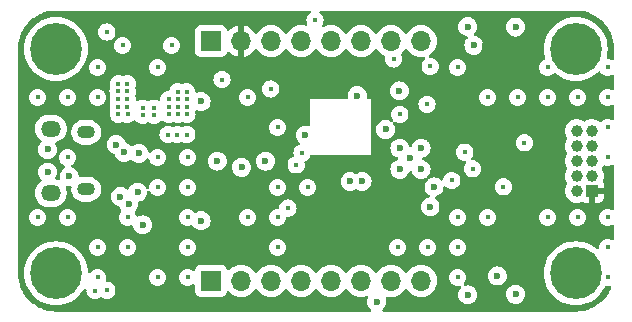
<source format=gbr>
%TF.GenerationSoftware,KiCad,Pcbnew,8.0.7*%
%TF.CreationDate,2025-01-26T16:55:51-08:00*%
%TF.ProjectId,servo-dev-board,73657276-6f2d-4646-9576-2d626f617264,rev?*%
%TF.SameCoordinates,Original*%
%TF.FileFunction,Copper,L3,Inr*%
%TF.FilePolarity,Positive*%
%FSLAX46Y46*%
G04 Gerber Fmt 4.6, Leading zero omitted, Abs format (unit mm)*
G04 Created by KiCad (PCBNEW 8.0.7) date 2025-01-26 16:55:51*
%MOMM*%
%LPD*%
G01*
G04 APERTURE LIST*
%TA.AperFunction,ComponentPad*%
%ADD10C,0.700000*%
%TD*%
%TA.AperFunction,ComponentPad*%
%ADD11C,4.400000*%
%TD*%
%TA.AperFunction,ComponentPad*%
%ADD12O,1.700000X1.350000*%
%TD*%
%TA.AperFunction,ComponentPad*%
%ADD13O,1.500000X1.100000*%
%TD*%
%TA.AperFunction,ComponentPad*%
%ADD14R,1.000000X1.000000*%
%TD*%
%TA.AperFunction,ComponentPad*%
%ADD15C,1.000000*%
%TD*%
%TA.AperFunction,ComponentPad*%
%ADD16R,1.700000X1.700000*%
%TD*%
%TA.AperFunction,ComponentPad*%
%ADD17O,1.700000X1.700000*%
%TD*%
%TA.AperFunction,ViaPad*%
%ADD18C,0.450000*%
%TD*%
%TA.AperFunction,ViaPad*%
%ADD19C,0.600000*%
%TD*%
G04 APERTURE END LIST*
D10*
%TO.N,GND*%
%TO.C,MH3*%
X160350000Y-110500000D03*
X160833274Y-109333274D03*
X160833274Y-111666726D03*
X162000000Y-108850000D03*
D11*
X162000000Y-110500000D03*
D10*
X162000000Y-112150000D03*
X163166726Y-109333274D03*
X163166726Y-111666726D03*
X163650000Y-110500000D03*
%TD*%
D12*
%TO.N,GND*%
%TO.C,J1*%
X117550000Y-98245000D03*
D13*
X120550000Y-98555000D03*
X120550000Y-103395000D03*
D12*
X117550000Y-103705000D03*
%TD*%
D10*
%TO.N,GND*%
%TO.C,MH1*%
X116350000Y-91500000D03*
X116833274Y-90333274D03*
X116833274Y-92666726D03*
X118000000Y-89850000D03*
D11*
X118000000Y-91500000D03*
D10*
X118000000Y-93150000D03*
X119166726Y-90333274D03*
X119166726Y-92666726D03*
X119650000Y-91500000D03*
%TD*%
D14*
%TO.N,+3V3*%
%TO.C,J5*%
X163370000Y-103540000D03*
D15*
%TO.N,/JTMS_SWDIO*%
X162100000Y-103540000D03*
%TO.N,GND*%
X163370000Y-102270000D03*
%TO.N,/JTCK_SWCLK*%
X162100000Y-102270000D03*
%TO.N,GND*%
X163370000Y-101000000D03*
%TO.N,/JTDO_SWO*%
X162100000Y-101000000D03*
%TO.N,unconnected-(J5-Pin_7-Pad7)*%
X163370000Y-99730000D03*
%TO.N,/JTDI*%
X162100000Y-99730000D03*
%TO.N,GND*%
X163370000Y-98460000D03*
%TO.N,/NJTRST*%
X162100000Y-98460000D03*
%TD*%
D10*
%TO.N,GND*%
%TO.C,MH4*%
X160348350Y-91501650D03*
X160831624Y-90334924D03*
X160831624Y-92668376D03*
X161998350Y-89851650D03*
D11*
X161998350Y-91501650D03*
D10*
X161998350Y-93151650D03*
X163165076Y-90334924D03*
X163165076Y-92668376D03*
X163648350Y-91501650D03*
%TD*%
%TO.N,GND*%
%TO.C,MH2*%
X116350000Y-110500000D03*
X116833274Y-109333274D03*
X116833274Y-111666726D03*
X118000000Y-108850000D03*
D11*
X118000000Y-110500000D03*
D10*
X118000000Y-112150000D03*
X119166726Y-109333274D03*
X119166726Y-111666726D03*
X119650000Y-110500000D03*
%TD*%
D16*
%TO.N,+5V*%
%TO.C,H2*%
X131125000Y-90850000D03*
D17*
%TO.N,+3V3*%
X133665000Y-90850000D03*
%TO.N,GND*%
X136205000Y-90850000D03*
%TO.N,/VREF*%
X138745000Y-90850000D03*
%TO.N,GND*%
X141285000Y-90850000D03*
%TO.N,/PB5*%
X143825000Y-90850000D03*
%TO.N,/PA12*%
X146365000Y-90850000D03*
%TO.N,GND*%
X148905000Y-90850000D03*
%TD*%
D16*
%TO.N,/PA2*%
%TO.C,H1*%
X131125000Y-111130000D03*
D17*
%TO.N,/PA3*%
X133665000Y-111130000D03*
%TO.N,/PA4*%
X136205000Y-111130000D03*
%TO.N,/PA5*%
X138745000Y-111130000D03*
%TO.N,/PA6*%
X141285000Y-111130000D03*
%TO.N,/PA7*%
X143825000Y-111130000D03*
%TO.N,/PB0*%
X146365000Y-111130000D03*
%TO.N,GND*%
X148905000Y-111130000D03*
%TD*%
D18*
%TO.N,+3V3*%
X122350000Y-105700000D03*
X122350000Y-106883332D03*
X158355000Y-93600000D03*
X122725000Y-105050000D03*
X122350000Y-107475000D03*
X123125000Y-106291666D03*
X123125000Y-107475000D03*
X155375000Y-93600000D03*
D19*
X125550000Y-94350000D03*
X126325000Y-107700000D03*
D18*
X123575000Y-110825000D03*
D19*
X150650000Y-104875000D03*
D18*
X127800000Y-110825000D03*
X123125000Y-105700000D03*
X123125000Y-106883332D03*
X122350000Y-106291666D03*
X158750000Y-107900000D03*
D19*
X153375000Y-110725000D03*
X141400000Y-102312500D03*
D18*
X154975000Y-107950000D03*
D19*
X154350000Y-91225000D03*
X145500000Y-95050000D03*
%TO.N,GND*%
X152850000Y-89625000D03*
D18*
X123259744Y-95749891D03*
X123265256Y-94449783D03*
X164690000Y-93070000D03*
X123625000Y-91200000D03*
X121510000Y-108310000D03*
D19*
X147100000Y-99900000D03*
D18*
X146910000Y-108310000D03*
X129059744Y-95125217D03*
X125334675Y-97123499D03*
X121510000Y-95610000D03*
X126286308Y-96519240D03*
X116430000Y-95610000D03*
X132050000Y-94100000D03*
X136750000Y-105770000D03*
D19*
X124900000Y-103625000D03*
D18*
X124025000Y-95100000D03*
D19*
X147075000Y-95050000D03*
D18*
X129070000Y-98760000D03*
X126590000Y-100690000D03*
X136750000Y-108310000D03*
D19*
X130275000Y-95950000D03*
D18*
X124050000Y-108310000D03*
X123265256Y-96399945D03*
X129069488Y-95766883D03*
X118970000Y-100690000D03*
D19*
X123750000Y-100250000D03*
D18*
X124050000Y-105770000D03*
X123250000Y-95099837D03*
D19*
X147100000Y-101700000D03*
X142900000Y-102725000D03*
D18*
X159610000Y-95610000D03*
X127540256Y-96408549D03*
D19*
X156900000Y-112275000D03*
D18*
X162150000Y-95610000D03*
X118970000Y-105770000D03*
X159610000Y-93070000D03*
D19*
X155350000Y-110725000D03*
D18*
X128309744Y-95766883D03*
D19*
X143500000Y-95450000D03*
D18*
X128260000Y-98750000D03*
X121510000Y-93070000D03*
X151990000Y-110850000D03*
D19*
X125000000Y-100350000D03*
D18*
X157070000Y-95610000D03*
X128315256Y-96408549D03*
X134210000Y-95610000D03*
X127550000Y-97050217D03*
X129075000Y-96408549D03*
X128300000Y-95125217D03*
X134210000Y-105770000D03*
D19*
X124150000Y-104625000D03*
X119100000Y-102300000D03*
D18*
X164690000Y-95610000D03*
X164690000Y-105770000D03*
X164690000Y-108310000D03*
X151990000Y-108310000D03*
X129130000Y-103230000D03*
D19*
X117280000Y-100015000D03*
D18*
X124034744Y-95750000D03*
X129084744Y-97050217D03*
X126590000Y-93070000D03*
X164690000Y-110850000D03*
X129130000Y-100690000D03*
D19*
X130275000Y-106050000D03*
D18*
X118970000Y-95610000D03*
D19*
X139100000Y-98800000D03*
X145900000Y-98325000D03*
D18*
X121510000Y-110850000D03*
X154530000Y-105770000D03*
D19*
X143900000Y-102725000D03*
D18*
X124040256Y-96400000D03*
X128325000Y-97050217D03*
X126296855Y-97137496D03*
D19*
X123100000Y-99600000D03*
D18*
X127470000Y-98750000D03*
X122300000Y-90075000D03*
D19*
X148900000Y-99900000D03*
D18*
X154530000Y-95610000D03*
D19*
X149700000Y-104875000D03*
D18*
X129130000Y-105770000D03*
X151990000Y-105770000D03*
X126590000Y-103230000D03*
X155875000Y-103175000D03*
X159610000Y-105770000D03*
X127534744Y-95766883D03*
D19*
X117280000Y-101935000D03*
D18*
X126590000Y-110850000D03*
D19*
X131650000Y-101000000D03*
D18*
X136750000Y-103230000D03*
D19*
X135725000Y-101000000D03*
D18*
X123275000Y-97050000D03*
X151990000Y-93070000D03*
X149450000Y-108310000D03*
D19*
X147950000Y-100737500D03*
X153375000Y-91200000D03*
D18*
X164690000Y-98150000D03*
D19*
X133700000Y-101525000D03*
D18*
X124025000Y-94450000D03*
X164690000Y-100690000D03*
X124050000Y-97050000D03*
D19*
X156900000Y-89650000D03*
X148900000Y-101700000D03*
D18*
X129130000Y-108310000D03*
X139290000Y-103230000D03*
D19*
X123450000Y-104000000D03*
X150000000Y-103175000D03*
D18*
X122300000Y-111925000D03*
X116430000Y-105770000D03*
D19*
X125325000Y-106400000D03*
X152850000Y-112325000D03*
D18*
X127775000Y-91200000D03*
X129130000Y-110850000D03*
X136750000Y-98150000D03*
X162150000Y-105770000D03*
X121300000Y-111975000D03*
X125324931Y-96523282D03*
%TO.N,/NRST*%
X138825000Y-100300000D03*
X139925000Y-89075000D03*
D19*
%TO.N,/BOOT0*%
X145150000Y-112900000D03*
D18*
X147098067Y-97048067D03*
%TO.N,/VREF*%
X138325000Y-101312500D03*
%TO.N,/JTDI*%
X157650000Y-99450000D03*
%TO.N,/PA12*%
X152600000Y-100250000D03*
%TO.N,/PB5*%
X149400000Y-96200000D03*
%TO.N,/ISNS*%
X137625000Y-104975000D03*
X136175000Y-94900000D03*
%TO.N,/PWM1*%
X151500000Y-102625000D03*
X146575000Y-92350000D03*
%TO.N,/PWM2*%
X149675000Y-92975000D03*
X153275000Y-101650000D03*
%TD*%
%TA.AperFunction,Conductor*%
%TO.N,+3V3*%
G36*
X139510170Y-88270185D02*
G01*
X139555925Y-88322989D01*
X139565869Y-88392147D01*
X139536844Y-88455703D01*
X139509103Y-88479494D01*
X139469795Y-88504192D01*
X139354192Y-88619795D01*
X139267210Y-88758225D01*
X139213212Y-88912544D01*
X139194909Y-89074996D01*
X139194909Y-89075003D01*
X139213212Y-89237455D01*
X139266948Y-89391025D01*
X139270509Y-89460804D01*
X139235780Y-89521431D01*
X139173786Y-89553658D01*
X139117813Y-89551754D01*
X138980413Y-89514938D01*
X138980403Y-89514936D01*
X138745001Y-89494341D01*
X138744999Y-89494341D01*
X138509596Y-89514936D01*
X138509586Y-89514938D01*
X138281344Y-89576094D01*
X138281335Y-89576098D01*
X138067171Y-89675964D01*
X138067169Y-89675965D01*
X137873597Y-89811505D01*
X137706505Y-89978597D01*
X137576575Y-90164158D01*
X137521998Y-90207783D01*
X137452500Y-90214977D01*
X137390145Y-90183454D01*
X137373425Y-90164158D01*
X137243494Y-89978597D01*
X137076402Y-89811506D01*
X137076395Y-89811501D01*
X137066045Y-89804254D01*
X137027647Y-89777367D01*
X136882834Y-89675967D01*
X136882830Y-89675965D01*
X136818158Y-89645808D01*
X136668663Y-89576097D01*
X136668659Y-89576096D01*
X136668655Y-89576094D01*
X136440413Y-89514938D01*
X136440403Y-89514936D01*
X136205001Y-89494341D01*
X136204999Y-89494341D01*
X135969596Y-89514936D01*
X135969586Y-89514938D01*
X135741344Y-89576094D01*
X135741335Y-89576098D01*
X135527171Y-89675964D01*
X135527169Y-89675965D01*
X135333597Y-89811505D01*
X135166508Y-89978594D01*
X135036269Y-90164595D01*
X134981692Y-90208219D01*
X134912193Y-90215412D01*
X134849839Y-90183890D01*
X134833119Y-90164594D01*
X134703113Y-89978926D01*
X134703108Y-89978920D01*
X134536082Y-89811894D01*
X134342578Y-89676399D01*
X134128492Y-89576570D01*
X134128486Y-89576567D01*
X133915000Y-89519364D01*
X133915000Y-90416988D01*
X133857993Y-90384075D01*
X133730826Y-90350000D01*
X133599174Y-90350000D01*
X133472007Y-90384075D01*
X133415000Y-90416988D01*
X133415000Y-89519364D01*
X133414999Y-89519364D01*
X133201513Y-89576567D01*
X133201507Y-89576570D01*
X132987422Y-89676399D01*
X132987420Y-89676400D01*
X132793926Y-89811886D01*
X132671865Y-89933947D01*
X132610542Y-89967431D01*
X132540850Y-89962447D01*
X132484917Y-89920575D01*
X132468002Y-89889598D01*
X132460888Y-89870525D01*
X132436483Y-89805090D01*
X132418797Y-89757671D01*
X132418793Y-89757664D01*
X132332547Y-89642455D01*
X132332544Y-89642452D01*
X132217335Y-89556206D01*
X132217328Y-89556202D01*
X132082482Y-89505908D01*
X132082483Y-89505908D01*
X132022883Y-89499501D01*
X132022881Y-89499500D01*
X132022873Y-89499500D01*
X132022864Y-89499500D01*
X130227129Y-89499500D01*
X130227123Y-89499501D01*
X130167516Y-89505908D01*
X130032671Y-89556202D01*
X130032664Y-89556206D01*
X129917455Y-89642452D01*
X129917452Y-89642455D01*
X129831206Y-89757664D01*
X129831202Y-89757671D01*
X129780908Y-89892517D01*
X129774501Y-89952116D01*
X129774500Y-89952135D01*
X129774500Y-91747870D01*
X129774501Y-91747876D01*
X129780908Y-91807483D01*
X129831202Y-91942328D01*
X129831206Y-91942335D01*
X129917452Y-92057544D01*
X129917455Y-92057547D01*
X130032664Y-92143793D01*
X130032671Y-92143797D01*
X130167517Y-92194091D01*
X130167516Y-92194091D01*
X130174444Y-92194835D01*
X130227127Y-92200500D01*
X132022872Y-92200499D01*
X132082483Y-92194091D01*
X132217331Y-92143796D01*
X132332546Y-92057546D01*
X132418796Y-91942331D01*
X132468002Y-91810401D01*
X132509872Y-91754468D01*
X132575337Y-91730050D01*
X132643610Y-91744901D01*
X132671865Y-91766053D01*
X132793917Y-91888105D01*
X132987421Y-92023600D01*
X133201507Y-92123429D01*
X133201516Y-92123433D01*
X133415000Y-92180634D01*
X133415000Y-91283012D01*
X133472007Y-91315925D01*
X133599174Y-91350000D01*
X133730826Y-91350000D01*
X133857993Y-91315925D01*
X133915000Y-91283012D01*
X133915000Y-92180633D01*
X134128483Y-92123433D01*
X134128492Y-92123429D01*
X134342578Y-92023600D01*
X134536082Y-91888105D01*
X134703105Y-91721082D01*
X134833119Y-91535405D01*
X134887696Y-91491781D01*
X134957195Y-91484588D01*
X135019549Y-91516110D01*
X135036269Y-91535405D01*
X135166505Y-91721401D01*
X135333599Y-91888495D01*
X135430384Y-91956265D01*
X135527165Y-92024032D01*
X135527167Y-92024033D01*
X135527170Y-92024035D01*
X135741337Y-92123903D01*
X135969592Y-92185063D01*
X136146034Y-92200500D01*
X136204999Y-92205659D01*
X136205000Y-92205659D01*
X136205001Y-92205659D01*
X136263966Y-92200500D01*
X136440408Y-92185063D01*
X136668663Y-92123903D01*
X136882830Y-92024035D01*
X137076401Y-91888495D01*
X137243495Y-91721401D01*
X137373425Y-91535842D01*
X137428002Y-91492217D01*
X137497500Y-91485023D01*
X137559855Y-91516546D01*
X137576575Y-91535842D01*
X137706500Y-91721395D01*
X137706505Y-91721401D01*
X137873599Y-91888495D01*
X137970384Y-91956265D01*
X138067165Y-92024032D01*
X138067167Y-92024033D01*
X138067170Y-92024035D01*
X138281337Y-92123903D01*
X138509592Y-92185063D01*
X138686034Y-92200500D01*
X138744999Y-92205659D01*
X138745000Y-92205659D01*
X138745001Y-92205659D01*
X138803966Y-92200500D01*
X138980408Y-92185063D01*
X139208663Y-92123903D01*
X139422830Y-92024035D01*
X139616401Y-91888495D01*
X139783495Y-91721401D01*
X139913425Y-91535842D01*
X139968002Y-91492217D01*
X140037500Y-91485023D01*
X140099855Y-91516546D01*
X140116575Y-91535842D01*
X140246500Y-91721395D01*
X140246505Y-91721401D01*
X140413599Y-91888495D01*
X140510384Y-91956265D01*
X140607165Y-92024032D01*
X140607167Y-92024033D01*
X140607170Y-92024035D01*
X140821337Y-92123903D01*
X141049592Y-92185063D01*
X141226034Y-92200500D01*
X141284999Y-92205659D01*
X141285000Y-92205659D01*
X141285001Y-92205659D01*
X141343966Y-92200500D01*
X141520408Y-92185063D01*
X141748663Y-92123903D01*
X141962830Y-92024035D01*
X142156401Y-91888495D01*
X142323495Y-91721401D01*
X142453425Y-91535842D01*
X142508002Y-91492217D01*
X142577500Y-91485023D01*
X142639855Y-91516546D01*
X142656575Y-91535842D01*
X142786500Y-91721395D01*
X142786505Y-91721401D01*
X142953599Y-91888495D01*
X143050384Y-91956265D01*
X143147165Y-92024032D01*
X143147167Y-92024033D01*
X143147170Y-92024035D01*
X143361337Y-92123903D01*
X143589592Y-92185063D01*
X143766034Y-92200500D01*
X143824999Y-92205659D01*
X143825000Y-92205659D01*
X143825001Y-92205659D01*
X143883966Y-92200500D01*
X144060408Y-92185063D01*
X144288663Y-92123903D01*
X144502830Y-92024035D01*
X144696401Y-91888495D01*
X144863495Y-91721401D01*
X144993425Y-91535842D01*
X145048002Y-91492217D01*
X145117500Y-91485023D01*
X145179855Y-91516546D01*
X145196575Y-91535842D01*
X145326500Y-91721395D01*
X145326505Y-91721401D01*
X145493599Y-91888495D01*
X145590384Y-91956265D01*
X145687165Y-92024032D01*
X145687167Y-92024033D01*
X145687170Y-92024035D01*
X145746483Y-92051693D01*
X145791131Y-92072513D01*
X145843570Y-92118686D01*
X145862722Y-92185879D01*
X145861946Y-92198778D01*
X145844909Y-92349995D01*
X145844909Y-92350003D01*
X145863212Y-92512455D01*
X145917210Y-92666774D01*
X146004192Y-92805204D01*
X146119796Y-92920808D01*
X146258225Y-93007789D01*
X146412539Y-93061786D01*
X146412542Y-93061786D01*
X146412544Y-93061787D01*
X146574996Y-93080091D01*
X146575000Y-93080091D01*
X146575004Y-93080091D01*
X146737455Y-93061787D01*
X146737456Y-93061786D01*
X146737461Y-93061786D01*
X146891775Y-93007789D01*
X147030204Y-92920808D01*
X147145808Y-92805204D01*
X147232789Y-92666775D01*
X147286786Y-92512461D01*
X147292769Y-92459361D01*
X147305091Y-92350003D01*
X147305091Y-92349996D01*
X147286787Y-92187544D01*
X147286786Y-92187542D01*
X147286786Y-92187539D01*
X147232789Y-92033225D01*
X147230948Y-92030296D01*
X147230336Y-92028130D01*
X147229769Y-92026952D01*
X147229975Y-92026852D01*
X147211945Y-91963062D01*
X147232309Y-91896225D01*
X147248258Y-91876638D01*
X147317413Y-91807483D01*
X147403495Y-91721401D01*
X147533425Y-91535842D01*
X147588002Y-91492217D01*
X147657500Y-91485023D01*
X147719855Y-91516546D01*
X147736575Y-91535842D01*
X147866500Y-91721395D01*
X147866505Y-91721401D01*
X148033599Y-91888495D01*
X148130384Y-91956265D01*
X148227165Y-92024032D01*
X148227167Y-92024033D01*
X148227170Y-92024035D01*
X148441337Y-92123903D01*
X148669592Y-92185063D01*
X148846034Y-92200500D01*
X148904999Y-92205659D01*
X148905000Y-92205659D01*
X148905001Y-92205659D01*
X148921792Y-92204189D01*
X149128706Y-92186086D01*
X149197203Y-92199852D01*
X149247386Y-92248467D01*
X149263320Y-92316496D01*
X149239945Y-92382339D01*
X149224245Y-92398793D01*
X149224720Y-92399268D01*
X149104192Y-92519795D01*
X149017210Y-92658225D01*
X148963212Y-92812544D01*
X148944909Y-92974996D01*
X148944909Y-92975003D01*
X148963212Y-93137455D01*
X149017210Y-93291774D01*
X149089530Y-93406870D01*
X149104192Y-93430204D01*
X149219796Y-93545808D01*
X149358225Y-93632789D01*
X149512539Y-93686786D01*
X149512542Y-93686786D01*
X149512544Y-93686787D01*
X149674996Y-93705091D01*
X149675000Y-93705091D01*
X149675004Y-93705091D01*
X149837455Y-93686787D01*
X149837456Y-93686786D01*
X149837461Y-93686786D01*
X149991775Y-93632789D01*
X150130204Y-93545808D01*
X150245808Y-93430204D01*
X150332789Y-93291775D01*
X150386786Y-93137461D01*
X150394387Y-93070000D01*
X150394387Y-93069996D01*
X151259909Y-93069996D01*
X151259909Y-93070003D01*
X151278212Y-93232455D01*
X151332210Y-93386774D01*
X151367043Y-93442210D01*
X151419192Y-93525204D01*
X151534796Y-93640808D01*
X151673225Y-93727789D01*
X151827539Y-93781786D01*
X151827542Y-93781786D01*
X151827544Y-93781787D01*
X151989996Y-93800091D01*
X151990000Y-93800091D01*
X151990004Y-93800091D01*
X152152455Y-93781787D01*
X152152456Y-93781786D01*
X152152461Y-93781786D01*
X152306775Y-93727789D01*
X152445204Y-93640808D01*
X152560808Y-93525204D01*
X152647789Y-93386775D01*
X152701786Y-93232461D01*
X152720091Y-93070000D01*
X152716357Y-93036863D01*
X152701787Y-92907544D01*
X152701786Y-92907542D01*
X152701786Y-92907539D01*
X152647789Y-92753225D01*
X152560808Y-92614796D01*
X152445204Y-92499192D01*
X152381807Y-92459357D01*
X152306774Y-92412210D01*
X152152455Y-92358212D01*
X151990004Y-92339909D01*
X151989996Y-92339909D01*
X151827544Y-92358212D01*
X151673225Y-92412210D01*
X151534795Y-92499192D01*
X151419192Y-92614795D01*
X151332210Y-92753225D01*
X151278212Y-92907544D01*
X151259909Y-93069996D01*
X150394387Y-93069996D01*
X150405091Y-92975003D01*
X150405091Y-92974996D01*
X150386787Y-92812544D01*
X150386786Y-92812542D01*
X150386786Y-92812539D01*
X150332789Y-92658225D01*
X150245808Y-92519796D01*
X150130204Y-92404192D01*
X150057031Y-92358214D01*
X149991774Y-92317210D01*
X149837455Y-92263212D01*
X149675004Y-92244909D01*
X149674996Y-92244909D01*
X149673131Y-92245119D01*
X149671932Y-92244909D01*
X149668036Y-92244909D01*
X149668036Y-92244226D01*
X149604310Y-92233061D01*
X149552933Y-92185709D01*
X149535312Y-92118097D01*
X149557042Y-92051693D01*
X149588131Y-92020323D01*
X149609208Y-92005565D01*
X149776401Y-91888495D01*
X149943495Y-91721401D01*
X150079035Y-91527830D01*
X150178903Y-91313663D01*
X150240063Y-91085408D01*
X150260659Y-90850000D01*
X150258980Y-90830815D01*
X150251455Y-90744796D01*
X150240063Y-90614592D01*
X150178903Y-90386337D01*
X150079035Y-90172171D01*
X150073731Y-90164595D01*
X149943494Y-89978597D01*
X149776402Y-89811506D01*
X149776395Y-89811501D01*
X149766045Y-89804254D01*
X149727647Y-89777367D01*
X149582834Y-89675967D01*
X149582830Y-89675965D01*
X149518158Y-89645808D01*
X149473527Y-89624996D01*
X152044435Y-89624996D01*
X152044435Y-89625003D01*
X152064630Y-89804249D01*
X152064631Y-89804254D01*
X152124211Y-89974523D01*
X152187347Y-90075003D01*
X152220184Y-90127262D01*
X152347738Y-90254816D01*
X152500478Y-90350789D01*
X152670745Y-90410368D01*
X152740048Y-90418176D01*
X152804459Y-90445241D01*
X152844015Y-90502836D01*
X152846154Y-90572673D01*
X152813845Y-90629077D01*
X152745183Y-90697739D01*
X152649211Y-90850476D01*
X152589631Y-91020745D01*
X152589630Y-91020750D01*
X152569435Y-91199996D01*
X152569435Y-91200003D01*
X152589630Y-91379249D01*
X152589631Y-91379254D01*
X152649211Y-91549523D01*
X152715615Y-91655204D01*
X152745184Y-91702262D01*
X152872738Y-91829816D01*
X153025478Y-91925789D01*
X153072764Y-91942335D01*
X153195745Y-91985368D01*
X153195750Y-91985369D01*
X153374996Y-92005565D01*
X153375000Y-92005565D01*
X153375004Y-92005565D01*
X153554249Y-91985369D01*
X153554252Y-91985368D01*
X153554255Y-91985368D01*
X153724522Y-91925789D01*
X153877262Y-91829816D01*
X154004816Y-91702262D01*
X154100789Y-91549522D01*
X154160368Y-91379255D01*
X154160369Y-91379249D01*
X154180565Y-91200003D01*
X154180565Y-91199996D01*
X154160369Y-91020750D01*
X154160368Y-91020745D01*
X154122365Y-90912139D01*
X154100789Y-90850478D01*
X154084397Y-90824391D01*
X154059127Y-90784174D01*
X154004816Y-90697738D01*
X153877262Y-90570184D01*
X153832872Y-90542292D01*
X153724523Y-90474211D01*
X153554254Y-90414631D01*
X153554249Y-90414630D01*
X153484953Y-90406823D01*
X153420539Y-90379757D01*
X153380983Y-90322162D01*
X153378846Y-90252325D01*
X153411152Y-90195925D01*
X153479816Y-90127262D01*
X153575789Y-89974522D01*
X153635368Y-89804255D01*
X153635432Y-89803689D01*
X153652749Y-89649996D01*
X156094435Y-89649996D01*
X156094435Y-89650003D01*
X156114630Y-89829249D01*
X156114631Y-89829254D01*
X156174211Y-89999523D01*
X156254475Y-90127262D01*
X156270184Y-90152262D01*
X156397738Y-90279816D01*
X156550478Y-90375789D01*
X156649299Y-90410368D01*
X156720745Y-90435368D01*
X156720750Y-90435369D01*
X156899996Y-90455565D01*
X156900000Y-90455565D01*
X156900004Y-90455565D01*
X157079249Y-90435369D01*
X157079252Y-90435368D01*
X157079255Y-90435368D01*
X157249522Y-90375789D01*
X157402262Y-90279816D01*
X157529816Y-90152262D01*
X157625789Y-89999522D01*
X157685368Y-89829255D01*
X157687368Y-89811505D01*
X157705565Y-89650003D01*
X157705565Y-89649996D01*
X157685369Y-89470750D01*
X157685368Y-89470745D01*
X157666635Y-89417210D01*
X157625789Y-89300478D01*
X157610080Y-89275478D01*
X157529815Y-89147737D01*
X157402262Y-89020184D01*
X157249523Y-88924211D01*
X157079254Y-88864631D01*
X157079249Y-88864630D01*
X156900004Y-88844435D01*
X156899996Y-88844435D01*
X156720750Y-88864630D01*
X156720745Y-88864631D01*
X156550476Y-88924211D01*
X156397737Y-89020184D01*
X156270184Y-89147737D01*
X156174211Y-89300476D01*
X156114631Y-89470745D01*
X156114630Y-89470750D01*
X156094435Y-89649996D01*
X153652749Y-89649996D01*
X153655565Y-89625003D01*
X153655565Y-89624996D01*
X153635369Y-89445750D01*
X153635368Y-89445745D01*
X153629676Y-89429478D01*
X153575789Y-89275478D01*
X153574527Y-89273470D01*
X153536582Y-89213080D01*
X153479816Y-89122738D01*
X153352262Y-88995184D01*
X153315400Y-88972022D01*
X153199523Y-88899211D01*
X153029254Y-88839631D01*
X153029249Y-88839630D01*
X152850004Y-88819435D01*
X152849996Y-88819435D01*
X152670750Y-88839630D01*
X152670745Y-88839631D01*
X152500476Y-88899211D01*
X152347737Y-88995184D01*
X152220184Y-89122737D01*
X152124211Y-89275476D01*
X152064631Y-89445745D01*
X152064630Y-89445750D01*
X152044435Y-89624996D01*
X149473527Y-89624996D01*
X149368663Y-89576097D01*
X149368659Y-89576096D01*
X149368655Y-89576094D01*
X149140413Y-89514938D01*
X149140403Y-89514936D01*
X148905001Y-89494341D01*
X148904999Y-89494341D01*
X148669596Y-89514936D01*
X148669586Y-89514938D01*
X148441344Y-89576094D01*
X148441335Y-89576098D01*
X148227171Y-89675964D01*
X148227169Y-89675965D01*
X148033597Y-89811505D01*
X147866505Y-89978597D01*
X147736575Y-90164158D01*
X147681998Y-90207783D01*
X147612500Y-90214977D01*
X147550145Y-90183454D01*
X147533425Y-90164158D01*
X147403494Y-89978597D01*
X147236402Y-89811506D01*
X147236395Y-89811501D01*
X147226045Y-89804254D01*
X147187647Y-89777367D01*
X147042834Y-89675967D01*
X147042830Y-89675965D01*
X146978158Y-89645808D01*
X146828663Y-89576097D01*
X146828659Y-89576096D01*
X146828655Y-89576094D01*
X146600413Y-89514938D01*
X146600403Y-89514936D01*
X146365001Y-89494341D01*
X146364999Y-89494341D01*
X146129596Y-89514936D01*
X146129586Y-89514938D01*
X145901344Y-89576094D01*
X145901335Y-89576098D01*
X145687171Y-89675964D01*
X145687169Y-89675965D01*
X145493597Y-89811505D01*
X145326505Y-89978597D01*
X145196575Y-90164158D01*
X145141998Y-90207783D01*
X145072500Y-90214977D01*
X145010145Y-90183454D01*
X144993425Y-90164158D01*
X144863494Y-89978597D01*
X144696402Y-89811506D01*
X144696395Y-89811501D01*
X144686045Y-89804254D01*
X144647647Y-89777367D01*
X144502834Y-89675967D01*
X144502830Y-89675965D01*
X144438158Y-89645808D01*
X144288663Y-89576097D01*
X144288659Y-89576096D01*
X144288655Y-89576094D01*
X144060413Y-89514938D01*
X144060403Y-89514936D01*
X143825001Y-89494341D01*
X143824999Y-89494341D01*
X143589596Y-89514936D01*
X143589586Y-89514938D01*
X143361344Y-89576094D01*
X143361335Y-89576098D01*
X143147171Y-89675964D01*
X143147169Y-89675965D01*
X142953597Y-89811505D01*
X142786505Y-89978597D01*
X142656575Y-90164158D01*
X142601998Y-90207783D01*
X142532500Y-90214977D01*
X142470145Y-90183454D01*
X142453425Y-90164158D01*
X142323494Y-89978597D01*
X142156402Y-89811506D01*
X142156395Y-89811501D01*
X142146045Y-89804254D01*
X142107647Y-89777367D01*
X141962834Y-89675967D01*
X141962830Y-89675965D01*
X141898158Y-89645808D01*
X141748663Y-89576097D01*
X141748659Y-89576096D01*
X141748655Y-89576094D01*
X141520413Y-89514938D01*
X141520403Y-89514936D01*
X141285001Y-89494341D01*
X141284999Y-89494341D01*
X141049596Y-89514936D01*
X141049586Y-89514938D01*
X140821344Y-89576094D01*
X140821330Y-89576099D01*
X140701252Y-89632093D01*
X140632175Y-89642585D01*
X140568391Y-89614065D01*
X140530152Y-89555588D01*
X140529598Y-89485721D01*
X140543855Y-89453738D01*
X140549660Y-89444497D01*
X140582789Y-89391775D01*
X140636786Y-89237461D01*
X140636787Y-89237455D01*
X140655091Y-89075003D01*
X140655091Y-89074996D01*
X140636787Y-88912544D01*
X140636786Y-88912542D01*
X140636786Y-88912539D01*
X140582789Y-88758225D01*
X140495808Y-88619796D01*
X140380204Y-88504192D01*
X140340896Y-88479493D01*
X140294606Y-88427159D01*
X140283958Y-88358106D01*
X140312333Y-88294257D01*
X140370723Y-88255885D01*
X140406869Y-88250500D01*
X161934108Y-88250500D01*
X161996754Y-88250500D01*
X162003243Y-88250669D01*
X162333178Y-88267961D01*
X162346086Y-88269318D01*
X162669191Y-88320492D01*
X162681874Y-88323187D01*
X162997881Y-88407861D01*
X163010219Y-88411871D01*
X163315627Y-88529106D01*
X163327470Y-88534378D01*
X163618977Y-88682908D01*
X163630183Y-88689378D01*
X163904565Y-88867564D01*
X163915055Y-88875186D01*
X164094112Y-89020184D01*
X164169293Y-89081064D01*
X164178938Y-89089749D01*
X164410250Y-89321061D01*
X164418935Y-89330706D01*
X164624813Y-89584944D01*
X164632438Y-89595438D01*
X164810617Y-89869810D01*
X164817094Y-89881029D01*
X164965438Y-90172169D01*
X164965616Y-90172519D01*
X164970895Y-90184377D01*
X165088128Y-90489781D01*
X165092139Y-90502124D01*
X165176810Y-90818119D01*
X165179508Y-90830815D01*
X165230681Y-91153913D01*
X165232038Y-91166821D01*
X165249330Y-91496756D01*
X165249500Y-91503246D01*
X165249500Y-92340363D01*
X165229815Y-92407402D01*
X165177011Y-92453157D01*
X165107853Y-92463101D01*
X165059529Y-92445357D01*
X165006777Y-92412211D01*
X164852455Y-92358212D01*
X164719085Y-92343185D01*
X164654671Y-92316118D01*
X164615116Y-92258523D01*
X164612979Y-92188686D01*
X164614572Y-92183115D01*
X164625171Y-92149103D01*
X164684060Y-91827754D01*
X164703786Y-91501650D01*
X164684060Y-91175546D01*
X164625171Y-90854197D01*
X164603351Y-90784174D01*
X164527983Y-90542307D01*
X164527981Y-90542302D01*
X164527977Y-90542289D01*
X164393895Y-90244371D01*
X164224880Y-89964787D01*
X164224878Y-89964784D01*
X164224876Y-89964781D01*
X164023395Y-89707610D01*
X163792389Y-89476604D01*
X163535218Y-89275123D01*
X163527656Y-89270551D01*
X163255629Y-89106105D01*
X162957711Y-88972023D01*
X162957704Y-88972020D01*
X162957692Y-88972016D01*
X162645802Y-88874828D01*
X162324449Y-88815939D01*
X161998350Y-88796214D01*
X161672250Y-88815939D01*
X161350897Y-88874828D01*
X161039007Y-88972016D01*
X161038991Y-88972022D01*
X161038989Y-88972023D01*
X160931980Y-89020184D01*
X160744742Y-89104453D01*
X160741071Y-89106105D01*
X160672202Y-89147738D01*
X160461481Y-89275123D01*
X160204310Y-89476604D01*
X159973304Y-89707610D01*
X159771823Y-89964781D01*
X159705192Y-90075003D01*
X159603803Y-90242721D01*
X159602804Y-90244373D01*
X159602803Y-90244375D01*
X159567794Y-90322162D01*
X159469465Y-90540642D01*
X159468722Y-90542292D01*
X159468716Y-90542307D01*
X159371528Y-90854197D01*
X159312639Y-91175550D01*
X159292914Y-91501650D01*
X159312639Y-91827749D01*
X159371526Y-92149094D01*
X159381354Y-92180633D01*
X159401448Y-92245119D01*
X159402119Y-92247270D01*
X159403269Y-92317131D01*
X159366468Y-92376523D01*
X159324689Y-92401201D01*
X159293226Y-92412210D01*
X159154795Y-92499192D01*
X159039192Y-92614795D01*
X158952210Y-92753225D01*
X158898212Y-92907544D01*
X158879909Y-93069996D01*
X158879909Y-93070003D01*
X158898212Y-93232455D01*
X158952210Y-93386774D01*
X158987043Y-93442210D01*
X159039192Y-93525204D01*
X159154796Y-93640808D01*
X159293225Y-93727789D01*
X159447539Y-93781786D01*
X159447542Y-93781786D01*
X159447544Y-93781787D01*
X159609996Y-93800091D01*
X159610000Y-93800091D01*
X159610004Y-93800091D01*
X159772455Y-93781787D01*
X159772456Y-93781786D01*
X159772461Y-93781786D01*
X159926775Y-93727789D01*
X160065204Y-93640808D01*
X160112618Y-93593393D01*
X160173939Y-93559909D01*
X160243630Y-93564893D01*
X160276769Y-93583463D01*
X160461487Y-93728180D01*
X160741071Y-93897195D01*
X161038989Y-94031277D01*
X161039002Y-94031281D01*
X161039007Y-94031283D01*
X161345602Y-94126821D01*
X161350897Y-94128471D01*
X161672246Y-94187360D01*
X161998350Y-94207086D01*
X162324454Y-94187360D01*
X162645803Y-94128471D01*
X162957711Y-94031277D01*
X163255629Y-93897195D01*
X163535213Y-93728180D01*
X163792386Y-93526698D01*
X163883712Y-93435371D01*
X163945034Y-93401886D01*
X164014725Y-93406870D01*
X164070659Y-93448741D01*
X164076383Y-93457075D01*
X164119192Y-93525204D01*
X164234796Y-93640808D01*
X164373225Y-93727789D01*
X164527539Y-93781786D01*
X164527542Y-93781786D01*
X164527544Y-93781787D01*
X164689996Y-93800091D01*
X164690000Y-93800091D01*
X164690004Y-93800091D01*
X164852455Y-93781787D01*
X164852456Y-93781786D01*
X164852461Y-93781786D01*
X165006775Y-93727789D01*
X165006774Y-93727789D01*
X165006778Y-93727788D01*
X165059528Y-93694643D01*
X165126764Y-93675642D01*
X165193599Y-93696009D01*
X165238814Y-93749277D01*
X165249500Y-93799636D01*
X165249500Y-94880363D01*
X165229815Y-94947402D01*
X165177011Y-94993157D01*
X165107853Y-95003101D01*
X165059529Y-94985357D01*
X165006777Y-94952211D01*
X164871664Y-94904933D01*
X164852461Y-94898214D01*
X164852460Y-94898213D01*
X164852455Y-94898212D01*
X164690004Y-94879909D01*
X164689996Y-94879909D01*
X164527544Y-94898212D01*
X164373225Y-94952210D01*
X164234795Y-95039192D01*
X164119192Y-95154795D01*
X164032210Y-95293225D01*
X163978212Y-95447544D01*
X163959909Y-95609996D01*
X163959909Y-95610003D01*
X163978212Y-95772455D01*
X164032210Y-95926774D01*
X164101809Y-96037539D01*
X164119192Y-96065204D01*
X164234796Y-96180808D01*
X164373225Y-96267789D01*
X164527539Y-96321786D01*
X164527542Y-96321786D01*
X164527544Y-96321787D01*
X164689996Y-96340091D01*
X164690000Y-96340091D01*
X164690004Y-96340091D01*
X164852455Y-96321787D01*
X164852456Y-96321786D01*
X164852461Y-96321786D01*
X165006775Y-96267789D01*
X165006774Y-96267789D01*
X165006778Y-96267788D01*
X165059528Y-96234643D01*
X165126764Y-96215642D01*
X165193599Y-96236009D01*
X165238814Y-96289277D01*
X165249500Y-96339636D01*
X165249500Y-97420363D01*
X165229815Y-97487402D01*
X165177011Y-97533157D01*
X165107853Y-97543101D01*
X165059529Y-97525357D01*
X165006777Y-97492211D01*
X164852455Y-97438212D01*
X164690004Y-97419909D01*
X164689996Y-97419909D01*
X164527544Y-97438212D01*
X164373225Y-97492210D01*
X164234797Y-97579191D01*
X164151558Y-97662430D01*
X164090234Y-97695914D01*
X164020543Y-97690930D01*
X163985212Y-97670601D01*
X163928539Y-97624090D01*
X163928532Y-97624086D01*
X163754733Y-97531188D01*
X163754727Y-97531186D01*
X163583396Y-97479213D01*
X163566129Y-97473975D01*
X163370000Y-97454659D01*
X163173870Y-97473975D01*
X162985266Y-97531188D01*
X162811467Y-97624086D01*
X162806399Y-97627473D01*
X162805305Y-97625836D01*
X162749337Y-97649596D01*
X162680471Y-97637795D01*
X162663843Y-97627109D01*
X162663601Y-97627473D01*
X162658532Y-97624086D01*
X162484733Y-97531188D01*
X162484727Y-97531186D01*
X162313396Y-97479213D01*
X162296129Y-97473975D01*
X162100000Y-97454659D01*
X161903870Y-97473975D01*
X161715266Y-97531188D01*
X161541467Y-97624086D01*
X161541460Y-97624090D01*
X161389116Y-97749116D01*
X161264090Y-97901460D01*
X161264086Y-97901467D01*
X161171188Y-98075266D01*
X161113975Y-98263870D01*
X161094659Y-98460000D01*
X161113975Y-98656129D01*
X161113976Y-98656132D01*
X161162056Y-98814631D01*
X161171188Y-98844733D01*
X161264086Y-99018532D01*
X161267473Y-99023601D01*
X161265836Y-99024694D01*
X161289596Y-99080663D01*
X161277795Y-99149529D01*
X161267109Y-99166156D01*
X161267473Y-99166399D01*
X161264086Y-99171467D01*
X161171188Y-99345266D01*
X161113975Y-99533870D01*
X161094659Y-99730000D01*
X161113975Y-99926129D01*
X161113976Y-99926132D01*
X161169081Y-100107789D01*
X161171188Y-100114733D01*
X161264086Y-100288532D01*
X161267473Y-100293601D01*
X161265836Y-100294694D01*
X161289596Y-100350663D01*
X161277795Y-100419529D01*
X161267109Y-100436156D01*
X161267473Y-100436399D01*
X161264086Y-100441467D01*
X161171188Y-100615266D01*
X161113975Y-100803870D01*
X161094659Y-101000000D01*
X161113975Y-101196129D01*
X161113976Y-101196132D01*
X161165381Y-101365592D01*
X161171188Y-101384733D01*
X161264086Y-101558532D01*
X161267473Y-101563601D01*
X161265836Y-101564694D01*
X161289596Y-101620663D01*
X161277795Y-101689529D01*
X161267109Y-101706156D01*
X161267473Y-101706399D01*
X161264086Y-101711467D01*
X161171188Y-101885266D01*
X161113975Y-102073870D01*
X161094659Y-102270000D01*
X161113975Y-102466129D01*
X161122444Y-102494047D01*
X161164885Y-102633957D01*
X161171188Y-102654733D01*
X161264086Y-102828532D01*
X161267473Y-102833601D01*
X161265836Y-102834694D01*
X161289596Y-102890663D01*
X161277795Y-102959529D01*
X161267109Y-102976156D01*
X161267473Y-102976399D01*
X161264086Y-102981467D01*
X161171188Y-103155266D01*
X161113975Y-103343870D01*
X161094659Y-103540000D01*
X161113975Y-103736129D01*
X161113976Y-103736132D01*
X161167422Y-103912320D01*
X161171188Y-103924733D01*
X161264086Y-104098532D01*
X161264090Y-104098539D01*
X161389116Y-104250883D01*
X161541460Y-104375909D01*
X161541467Y-104375913D01*
X161715266Y-104468811D01*
X161715269Y-104468811D01*
X161715273Y-104468814D01*
X161903868Y-104526024D01*
X162100000Y-104545341D01*
X162296132Y-104526024D01*
X162484727Y-104468814D01*
X162487338Y-104467418D01*
X162488864Y-104467100D01*
X162490355Y-104466483D01*
X162490472Y-104466765D01*
X162555737Y-104453174D01*
X162620106Y-104477510D01*
X162627908Y-104483351D01*
X162762623Y-104533597D01*
X162762627Y-104533598D01*
X162822155Y-104539999D01*
X162822172Y-104540000D01*
X163120000Y-104540000D01*
X163620000Y-104540000D01*
X163917828Y-104540000D01*
X163917844Y-104539999D01*
X163977372Y-104533598D01*
X163977379Y-104533596D01*
X164112086Y-104483354D01*
X164112093Y-104483350D01*
X164227187Y-104397190D01*
X164227190Y-104397187D01*
X164313350Y-104282093D01*
X164313354Y-104282086D01*
X164363596Y-104147379D01*
X164363598Y-104147372D01*
X164369999Y-104087844D01*
X164370000Y-104087827D01*
X164370000Y-103790000D01*
X163620000Y-103790000D01*
X163620000Y-104540000D01*
X163120000Y-104540000D01*
X163120000Y-103784991D01*
X163155088Y-103820079D01*
X163234901Y-103866159D01*
X163323920Y-103890012D01*
X163416080Y-103890012D01*
X163505099Y-103866159D01*
X163584912Y-103820079D01*
X163650079Y-103754912D01*
X163696159Y-103675099D01*
X163720012Y-103586080D01*
X163720012Y-103493920D01*
X163696159Y-103404901D01*
X163650079Y-103325088D01*
X163614991Y-103290000D01*
X164370000Y-103290000D01*
X164370000Y-102992172D01*
X164369999Y-102992155D01*
X164363598Y-102932627D01*
X164363597Y-102932623D01*
X164313351Y-102797908D01*
X164307510Y-102790106D01*
X164283091Y-102724642D01*
X164296752Y-102660466D01*
X164296483Y-102660355D01*
X164297086Y-102658899D01*
X164297418Y-102657338D01*
X164298814Y-102654727D01*
X164356024Y-102466132D01*
X164375341Y-102270000D01*
X164356024Y-102073868D01*
X164298814Y-101885273D01*
X164293067Y-101874522D01*
X164255169Y-101803619D01*
X164205910Y-101711462D01*
X164205907Y-101711458D01*
X164202523Y-101706393D01*
X164204164Y-101705296D01*
X164180405Y-101649361D01*
X164192194Y-101580493D01*
X164202888Y-101563851D01*
X164202523Y-101563607D01*
X164205906Y-101558542D01*
X164205910Y-101558538D01*
X164277106Y-101425338D01*
X164326067Y-101375496D01*
X164394204Y-101360035D01*
X164427418Y-101366752D01*
X164527542Y-101401787D01*
X164689996Y-101420091D01*
X164690000Y-101420091D01*
X164690004Y-101420091D01*
X164852455Y-101401787D01*
X164852456Y-101401786D01*
X164852461Y-101401786D01*
X165006775Y-101347789D01*
X165006774Y-101347789D01*
X165006778Y-101347788D01*
X165059528Y-101314643D01*
X165126764Y-101295642D01*
X165193599Y-101316009D01*
X165238814Y-101369277D01*
X165249500Y-101419636D01*
X165249500Y-105040363D01*
X165229815Y-105107402D01*
X165177011Y-105153157D01*
X165107853Y-105163101D01*
X165059529Y-105145357D01*
X165006777Y-105112211D01*
X164852455Y-105058212D01*
X164690004Y-105039909D01*
X164689996Y-105039909D01*
X164527544Y-105058212D01*
X164373225Y-105112210D01*
X164234795Y-105199192D01*
X164119192Y-105314795D01*
X164032210Y-105453225D01*
X163978212Y-105607544D01*
X163959909Y-105769996D01*
X163959909Y-105770003D01*
X163978212Y-105932455D01*
X164032210Y-106086774D01*
X164032211Y-106086775D01*
X164119192Y-106225204D01*
X164234796Y-106340808D01*
X164373225Y-106427789D01*
X164527539Y-106481786D01*
X164527542Y-106481786D01*
X164527544Y-106481787D01*
X164689996Y-106500091D01*
X164690000Y-106500091D01*
X164690004Y-106500091D01*
X164852455Y-106481787D01*
X164852456Y-106481786D01*
X164852461Y-106481786D01*
X165006775Y-106427789D01*
X165006774Y-106427789D01*
X165006778Y-106427788D01*
X165059528Y-106394643D01*
X165126764Y-106375642D01*
X165193599Y-106396009D01*
X165238814Y-106449277D01*
X165249500Y-106499636D01*
X165249500Y-107580363D01*
X165229815Y-107647402D01*
X165177011Y-107693157D01*
X165107853Y-107703101D01*
X165059529Y-107685357D01*
X165006777Y-107652211D01*
X164852455Y-107598212D01*
X164690004Y-107579909D01*
X164689996Y-107579909D01*
X164527544Y-107598212D01*
X164373225Y-107652210D01*
X164234795Y-107739192D01*
X164119192Y-107854795D01*
X164032210Y-107993225D01*
X163978212Y-108147544D01*
X163959909Y-108309996D01*
X163959909Y-108310005D01*
X163963240Y-108339572D01*
X163951185Y-108408394D01*
X163903835Y-108459772D01*
X163836225Y-108477396D01*
X163769819Y-108455669D01*
X163763547Y-108451065D01*
X163536868Y-108273473D01*
X163529306Y-108268901D01*
X163257279Y-108104455D01*
X162959361Y-107970373D01*
X162959354Y-107970370D01*
X162959342Y-107970366D01*
X162647452Y-107873178D01*
X162326099Y-107814289D01*
X162000000Y-107794564D01*
X161673900Y-107814289D01*
X161352547Y-107873178D01*
X161040657Y-107970366D01*
X161040641Y-107970372D01*
X161040639Y-107970373D01*
X160850933Y-108055752D01*
X160742725Y-108104453D01*
X160742723Y-108104454D01*
X160463131Y-108273473D01*
X160205960Y-108474954D01*
X159974954Y-108705960D01*
X159773473Y-108963131D01*
X159604454Y-109242723D01*
X159604453Y-109242725D01*
X159470372Y-109540642D01*
X159470366Y-109540657D01*
X159373178Y-109852547D01*
X159314289Y-110173900D01*
X159294564Y-110500000D01*
X159314289Y-110826099D01*
X159373178Y-111147452D01*
X159470366Y-111459342D01*
X159470370Y-111459354D01*
X159470373Y-111459361D01*
X159604455Y-111757279D01*
X159752029Y-112001395D01*
X159773473Y-112036868D01*
X159974954Y-112294039D01*
X160205960Y-112525045D01*
X160463131Y-112726526D01*
X160463134Y-112726528D01*
X160463137Y-112726530D01*
X160742721Y-112895545D01*
X161040639Y-113029627D01*
X161040652Y-113029631D01*
X161040657Y-113029633D01*
X161299747Y-113110368D01*
X161352547Y-113126821D01*
X161673896Y-113185710D01*
X162000000Y-113205436D01*
X162326104Y-113185710D01*
X162647453Y-113126821D01*
X162959361Y-113029627D01*
X163257279Y-112895545D01*
X163536863Y-112726530D01*
X163794036Y-112525048D01*
X164025048Y-112294036D01*
X164226530Y-112036863D01*
X164395545Y-111757279D01*
X164448544Y-111639517D01*
X164494007Y-111586465D01*
X164560937Y-111566412D01*
X164575498Y-111567189D01*
X164636523Y-111574065D01*
X164689998Y-111580091D01*
X164690000Y-111580091D01*
X164690004Y-111580091D01*
X164852457Y-111561787D01*
X164859243Y-111560238D01*
X164859736Y-111562397D01*
X164918938Y-111559360D01*
X164979574Y-111594074D01*
X165011817Y-111656059D01*
X165005908Y-111724408D01*
X164970895Y-111815622D01*
X164965616Y-111827480D01*
X164817098Y-112118964D01*
X164810612Y-112130197D01*
X164705683Y-112291774D01*
X164632442Y-112404555D01*
X164624813Y-112415055D01*
X164418935Y-112669293D01*
X164410250Y-112678938D01*
X164178938Y-112910250D01*
X164169293Y-112918935D01*
X163915055Y-113124813D01*
X163904555Y-113132442D01*
X163630197Y-113310612D01*
X163618964Y-113317098D01*
X163327480Y-113465616D01*
X163315622Y-113470895D01*
X163010218Y-113588128D01*
X162997875Y-113592139D01*
X162681880Y-113676810D01*
X162669184Y-113679508D01*
X162346086Y-113730681D01*
X162333178Y-113732038D01*
X162003244Y-113749330D01*
X161996754Y-113749500D01*
X145731158Y-113749500D01*
X145664119Y-113729815D01*
X145618364Y-113677011D01*
X145608420Y-113607853D01*
X145637445Y-113544297D01*
X145647368Y-113534770D01*
X145647338Y-113534740D01*
X145713512Y-113468566D01*
X145779816Y-113402262D01*
X145875789Y-113249522D01*
X145935368Y-113079255D01*
X145937496Y-113060368D01*
X145955565Y-112900003D01*
X145955565Y-112899996D01*
X145935369Y-112720750D01*
X145935366Y-112720737D01*
X145894041Y-112602638D01*
X145890479Y-112532859D01*
X145925207Y-112472232D01*
X145987200Y-112440004D01*
X146043175Y-112441908D01*
X146129592Y-112465063D01*
X146306034Y-112480500D01*
X146364999Y-112485659D01*
X146365000Y-112485659D01*
X146365001Y-112485659D01*
X146423966Y-112480500D01*
X146600408Y-112465063D01*
X146828663Y-112403903D01*
X147042830Y-112304035D01*
X147236401Y-112168495D01*
X147403495Y-112001401D01*
X147533425Y-111815842D01*
X147588002Y-111772217D01*
X147657500Y-111765023D01*
X147719855Y-111796546D01*
X147736575Y-111815842D01*
X147866500Y-112001395D01*
X147866505Y-112001401D01*
X148033599Y-112168495D01*
X148130384Y-112236265D01*
X148227165Y-112304032D01*
X148227167Y-112304033D01*
X148227170Y-112304035D01*
X148441337Y-112403903D01*
X148669592Y-112465063D01*
X148846034Y-112480500D01*
X148904999Y-112485659D01*
X148905000Y-112485659D01*
X148905001Y-112485659D01*
X148963966Y-112480500D01*
X149140408Y-112465063D01*
X149368663Y-112403903D01*
X149582830Y-112304035D01*
X149776401Y-112168495D01*
X149943495Y-112001401D01*
X150079035Y-111807830D01*
X150178903Y-111593663D01*
X150240063Y-111365408D01*
X150260659Y-111130000D01*
X150240063Y-110894592D01*
X150228114Y-110849996D01*
X151259909Y-110849996D01*
X151259909Y-110850003D01*
X151278212Y-111012455D01*
X151332210Y-111166774D01*
X151395319Y-111267210D01*
X151419192Y-111305204D01*
X151534796Y-111420808D01*
X151673225Y-111507789D01*
X151827539Y-111561786D01*
X151827542Y-111561786D01*
X151827544Y-111561787D01*
X151989996Y-111580091D01*
X151990000Y-111580091D01*
X151990004Y-111580091D01*
X152152456Y-111561787D01*
X152152459Y-111561786D01*
X152152461Y-111561786D01*
X152152462Y-111561785D01*
X152158707Y-111560360D01*
X152228446Y-111564626D01*
X152284808Y-111605919D01*
X152309897Y-111671129D01*
X152295749Y-111739551D01*
X152273993Y-111768928D01*
X152220184Y-111822737D01*
X152124211Y-111975476D01*
X152064631Y-112145745D01*
X152064630Y-112145750D01*
X152044435Y-112324996D01*
X152044435Y-112325003D01*
X152064630Y-112504249D01*
X152064631Y-112504254D01*
X152124211Y-112674523D01*
X152188767Y-112777262D01*
X152220184Y-112827262D01*
X152347738Y-112954816D01*
X152500478Y-113050789D01*
X152585573Y-113080565D01*
X152670745Y-113110368D01*
X152670750Y-113110369D01*
X152849996Y-113130565D01*
X152850000Y-113130565D01*
X152850004Y-113130565D01*
X153029249Y-113110369D01*
X153029252Y-113110368D01*
X153029255Y-113110368D01*
X153199522Y-113050789D01*
X153352262Y-112954816D01*
X153479816Y-112827262D01*
X153575789Y-112674522D01*
X153635368Y-112504255D01*
X153636320Y-112495807D01*
X153655565Y-112325003D01*
X153655565Y-112324996D01*
X153649931Y-112274996D01*
X156094435Y-112274996D01*
X156094435Y-112275003D01*
X156114630Y-112454249D01*
X156114631Y-112454254D01*
X156174211Y-112624523D01*
X156224836Y-112705091D01*
X156270184Y-112777262D01*
X156397738Y-112904816D01*
X156550478Y-113000789D01*
X156693367Y-113050788D01*
X156720745Y-113060368D01*
X156720750Y-113060369D01*
X156899996Y-113080565D01*
X156900000Y-113080565D01*
X156900004Y-113080565D01*
X157079249Y-113060369D01*
X157079252Y-113060368D01*
X157079255Y-113060368D01*
X157249522Y-113000789D01*
X157402262Y-112904816D01*
X157529816Y-112777262D01*
X157625789Y-112624522D01*
X157685368Y-112454255D01*
X157688800Y-112423796D01*
X157705565Y-112275003D01*
X157705565Y-112274996D01*
X157685369Y-112095750D01*
X157685368Y-112095745D01*
X157682467Y-112087455D01*
X157625789Y-111925478D01*
X157529816Y-111772738D01*
X157402262Y-111645184D01*
X157393248Y-111639520D01*
X157249523Y-111549211D01*
X157079254Y-111489631D01*
X157079249Y-111489630D01*
X156900004Y-111469435D01*
X156899996Y-111469435D01*
X156720750Y-111489630D01*
X156720745Y-111489631D01*
X156550476Y-111549211D01*
X156397737Y-111645184D01*
X156270184Y-111772737D01*
X156174211Y-111925476D01*
X156114631Y-112095745D01*
X156114630Y-112095750D01*
X156094435Y-112274996D01*
X153649931Y-112274996D01*
X153635369Y-112145750D01*
X153635368Y-112145745D01*
X153629930Y-112130205D01*
X153575789Y-111975478D01*
X153479816Y-111822738D01*
X153352262Y-111695184D01*
X153313979Y-111671129D01*
X153199523Y-111599211D01*
X153029254Y-111539631D01*
X153029249Y-111539630D01*
X152850004Y-111519435D01*
X152849996Y-111519435D01*
X152670750Y-111539630D01*
X152670738Y-111539633D01*
X152653812Y-111545556D01*
X152584033Y-111549117D01*
X152523406Y-111514387D01*
X152491180Y-111452393D01*
X152497586Y-111382818D01*
X152525177Y-111340834D01*
X152560808Y-111305204D01*
X152647789Y-111166775D01*
X152701786Y-111012461D01*
X152713979Y-110904249D01*
X152720091Y-110850003D01*
X152720091Y-110849996D01*
X152706007Y-110724996D01*
X154544435Y-110724996D01*
X154544435Y-110725003D01*
X154564630Y-110904249D01*
X154564631Y-110904254D01*
X154624211Y-111074523D01*
X154699855Y-111194909D01*
X154720184Y-111227262D01*
X154847738Y-111354816D01*
X154864603Y-111365413D01*
X154952763Y-111420808D01*
X155000478Y-111450789D01*
X155054797Y-111469796D01*
X155170745Y-111510368D01*
X155170750Y-111510369D01*
X155349996Y-111530565D01*
X155350000Y-111530565D01*
X155350004Y-111530565D01*
X155529249Y-111510369D01*
X155529252Y-111510368D01*
X155529255Y-111510368D01*
X155699522Y-111450789D01*
X155852262Y-111354816D01*
X155979816Y-111227262D01*
X156075789Y-111074522D01*
X156135368Y-110904255D01*
X156135369Y-110904249D01*
X156155565Y-110725003D01*
X156155565Y-110724996D01*
X156135369Y-110545750D01*
X156135368Y-110545745D01*
X156118225Y-110496753D01*
X156075789Y-110375478D01*
X155979816Y-110222738D01*
X155852262Y-110095184D01*
X155846401Y-110091501D01*
X155699523Y-109999211D01*
X155529254Y-109939631D01*
X155529249Y-109939630D01*
X155350004Y-109919435D01*
X155349996Y-109919435D01*
X155170750Y-109939630D01*
X155170745Y-109939631D01*
X155000476Y-109999211D01*
X154847737Y-110095184D01*
X154720184Y-110222737D01*
X154624211Y-110375476D01*
X154564631Y-110545745D01*
X154564630Y-110545750D01*
X154544435Y-110724996D01*
X152706007Y-110724996D01*
X152701787Y-110687544D01*
X152701786Y-110687542D01*
X152701786Y-110687539D01*
X152647789Y-110533225D01*
X152560808Y-110394796D01*
X152445204Y-110279192D01*
X152371940Y-110233157D01*
X152306774Y-110192210D01*
X152152455Y-110138212D01*
X151990004Y-110119909D01*
X151989996Y-110119909D01*
X151827544Y-110138212D01*
X151673225Y-110192210D01*
X151534795Y-110279192D01*
X151419192Y-110394795D01*
X151332210Y-110533225D01*
X151278212Y-110687544D01*
X151259909Y-110849996D01*
X150228114Y-110849996D01*
X150178903Y-110666337D01*
X150079035Y-110452171D01*
X150073995Y-110444972D01*
X149943494Y-110258597D01*
X149776402Y-110091506D01*
X149776395Y-110091501D01*
X149582834Y-109955967D01*
X149582830Y-109955965D01*
X149547802Y-109939631D01*
X149368663Y-109856097D01*
X149368659Y-109856096D01*
X149368655Y-109856094D01*
X149140413Y-109794938D01*
X149140403Y-109794936D01*
X148905001Y-109774341D01*
X148904999Y-109774341D01*
X148669596Y-109794936D01*
X148669586Y-109794938D01*
X148441344Y-109856094D01*
X148441335Y-109856098D01*
X148227171Y-109955964D01*
X148227169Y-109955965D01*
X148033597Y-110091505D01*
X147866505Y-110258597D01*
X147736575Y-110444158D01*
X147681998Y-110487783D01*
X147612500Y-110494977D01*
X147550145Y-110463454D01*
X147533425Y-110444158D01*
X147403494Y-110258597D01*
X147236402Y-110091506D01*
X147236395Y-110091501D01*
X147042834Y-109955967D01*
X147042830Y-109955965D01*
X147007802Y-109939631D01*
X146828663Y-109856097D01*
X146828659Y-109856096D01*
X146828655Y-109856094D01*
X146600413Y-109794938D01*
X146600403Y-109794936D01*
X146365001Y-109774341D01*
X146364999Y-109774341D01*
X146129596Y-109794936D01*
X146129586Y-109794938D01*
X145901344Y-109856094D01*
X145901335Y-109856098D01*
X145687171Y-109955964D01*
X145687169Y-109955965D01*
X145493597Y-110091505D01*
X145326505Y-110258597D01*
X145196575Y-110444158D01*
X145141998Y-110487783D01*
X145072500Y-110494977D01*
X145010145Y-110463454D01*
X144993425Y-110444158D01*
X144863494Y-110258597D01*
X144696402Y-110091506D01*
X144696395Y-110091501D01*
X144502834Y-109955967D01*
X144502830Y-109955965D01*
X144467802Y-109939631D01*
X144288663Y-109856097D01*
X144288659Y-109856096D01*
X144288655Y-109856094D01*
X144060413Y-109794938D01*
X144060403Y-109794936D01*
X143825001Y-109774341D01*
X143824999Y-109774341D01*
X143589596Y-109794936D01*
X143589586Y-109794938D01*
X143361344Y-109856094D01*
X143361335Y-109856098D01*
X143147171Y-109955964D01*
X143147169Y-109955965D01*
X142953597Y-110091505D01*
X142786505Y-110258597D01*
X142656575Y-110444158D01*
X142601998Y-110487783D01*
X142532500Y-110494977D01*
X142470145Y-110463454D01*
X142453425Y-110444158D01*
X142323494Y-110258597D01*
X142156402Y-110091506D01*
X142156395Y-110091501D01*
X141962834Y-109955967D01*
X141962830Y-109955965D01*
X141927802Y-109939631D01*
X141748663Y-109856097D01*
X141748659Y-109856096D01*
X141748655Y-109856094D01*
X141520413Y-109794938D01*
X141520403Y-109794936D01*
X141285001Y-109774341D01*
X141284999Y-109774341D01*
X141049596Y-109794936D01*
X141049586Y-109794938D01*
X140821344Y-109856094D01*
X140821335Y-109856098D01*
X140607171Y-109955964D01*
X140607169Y-109955965D01*
X140413597Y-110091505D01*
X140246505Y-110258597D01*
X140116575Y-110444158D01*
X140061998Y-110487783D01*
X139992500Y-110494977D01*
X139930145Y-110463454D01*
X139913425Y-110444158D01*
X139783494Y-110258597D01*
X139616402Y-110091506D01*
X139616395Y-110091501D01*
X139422834Y-109955967D01*
X139422830Y-109955965D01*
X139387802Y-109939631D01*
X139208663Y-109856097D01*
X139208659Y-109856096D01*
X139208655Y-109856094D01*
X138980413Y-109794938D01*
X138980403Y-109794936D01*
X138745001Y-109774341D01*
X138744999Y-109774341D01*
X138509596Y-109794936D01*
X138509586Y-109794938D01*
X138281344Y-109856094D01*
X138281335Y-109856098D01*
X138067171Y-109955964D01*
X138067169Y-109955965D01*
X137873597Y-110091505D01*
X137706505Y-110258597D01*
X137576575Y-110444158D01*
X137521998Y-110487783D01*
X137452500Y-110494977D01*
X137390145Y-110463454D01*
X137373425Y-110444158D01*
X137243494Y-110258597D01*
X137076402Y-110091506D01*
X137076395Y-110091501D01*
X136882834Y-109955967D01*
X136882830Y-109955965D01*
X136847802Y-109939631D01*
X136668663Y-109856097D01*
X136668659Y-109856096D01*
X136668655Y-109856094D01*
X136440413Y-109794938D01*
X136440403Y-109794936D01*
X136205001Y-109774341D01*
X136204999Y-109774341D01*
X135969596Y-109794936D01*
X135969586Y-109794938D01*
X135741344Y-109856094D01*
X135741335Y-109856098D01*
X135527171Y-109955964D01*
X135527169Y-109955965D01*
X135333597Y-110091505D01*
X135166505Y-110258597D01*
X135036575Y-110444158D01*
X134981998Y-110487783D01*
X134912500Y-110494977D01*
X134850145Y-110463454D01*
X134833425Y-110444158D01*
X134703494Y-110258597D01*
X134536402Y-110091506D01*
X134536395Y-110091501D01*
X134342834Y-109955967D01*
X134342830Y-109955965D01*
X134307802Y-109939631D01*
X134128663Y-109856097D01*
X134128659Y-109856096D01*
X134128655Y-109856094D01*
X133900413Y-109794938D01*
X133900403Y-109794936D01*
X133665001Y-109774341D01*
X133664999Y-109774341D01*
X133429596Y-109794936D01*
X133429586Y-109794938D01*
X133201344Y-109856094D01*
X133201335Y-109856098D01*
X132987171Y-109955964D01*
X132987169Y-109955965D01*
X132793600Y-110091503D01*
X132671673Y-110213430D01*
X132610350Y-110246914D01*
X132540658Y-110241930D01*
X132484725Y-110200058D01*
X132467810Y-110169081D01*
X132418797Y-110037671D01*
X132418793Y-110037664D01*
X132332547Y-109922455D01*
X132332544Y-109922452D01*
X132217335Y-109836206D01*
X132217328Y-109836202D01*
X132082482Y-109785908D01*
X132082483Y-109785908D01*
X132022883Y-109779501D01*
X132022881Y-109779500D01*
X132022873Y-109779500D01*
X132022864Y-109779500D01*
X130227129Y-109779500D01*
X130227123Y-109779501D01*
X130167516Y-109785908D01*
X130032671Y-109836202D01*
X130032664Y-109836206D01*
X129917455Y-109922452D01*
X129917452Y-109922455D01*
X129831206Y-110037664D01*
X129831202Y-110037671D01*
X129780908Y-110172516D01*
X129778996Y-110190304D01*
X129752256Y-110254855D01*
X129694862Y-110294701D01*
X129625037Y-110297192D01*
X129589735Y-110282039D01*
X129446774Y-110192210D01*
X129292455Y-110138212D01*
X129130004Y-110119909D01*
X129129996Y-110119909D01*
X128967544Y-110138212D01*
X128813225Y-110192210D01*
X128674795Y-110279192D01*
X128559192Y-110394795D01*
X128472210Y-110533225D01*
X128418212Y-110687544D01*
X128399909Y-110849996D01*
X128399909Y-110850003D01*
X128418212Y-111012455D01*
X128472210Y-111166774D01*
X128535319Y-111267210D01*
X128559192Y-111305204D01*
X128674796Y-111420808D01*
X128813225Y-111507789D01*
X128967539Y-111561786D01*
X128967542Y-111561786D01*
X128967544Y-111561787D01*
X129129996Y-111580091D01*
X129130000Y-111580091D01*
X129130004Y-111580091D01*
X129292455Y-111561787D01*
X129292456Y-111561786D01*
X129292461Y-111561786D01*
X129446775Y-111507789D01*
X129584528Y-111421232D01*
X129651764Y-111402232D01*
X129718599Y-111422599D01*
X129763814Y-111475867D01*
X129774500Y-111526226D01*
X129774500Y-112027870D01*
X129774501Y-112027876D01*
X129780908Y-112087483D01*
X129831202Y-112222328D01*
X129831206Y-112222335D01*
X129917452Y-112337544D01*
X129917455Y-112337547D01*
X130032664Y-112423793D01*
X130032671Y-112423797D01*
X130167517Y-112474091D01*
X130167516Y-112474091D01*
X130174444Y-112474835D01*
X130227127Y-112480500D01*
X132022872Y-112480499D01*
X132082483Y-112474091D01*
X132217331Y-112423796D01*
X132332546Y-112337546D01*
X132418796Y-112222331D01*
X132467810Y-112090916D01*
X132509681Y-112034984D01*
X132575145Y-112010566D01*
X132643418Y-112025417D01*
X132671673Y-112046569D01*
X132793599Y-112168495D01*
X132890384Y-112236265D01*
X132987165Y-112304032D01*
X132987167Y-112304033D01*
X132987170Y-112304035D01*
X133201337Y-112403903D01*
X133429592Y-112465063D01*
X133606034Y-112480500D01*
X133664999Y-112485659D01*
X133665000Y-112485659D01*
X133665001Y-112485659D01*
X133723966Y-112480500D01*
X133900408Y-112465063D01*
X134128663Y-112403903D01*
X134342830Y-112304035D01*
X134536401Y-112168495D01*
X134703495Y-112001401D01*
X134833425Y-111815842D01*
X134888002Y-111772217D01*
X134957500Y-111765023D01*
X135019855Y-111796546D01*
X135036575Y-111815842D01*
X135166500Y-112001395D01*
X135166505Y-112001401D01*
X135333599Y-112168495D01*
X135430384Y-112236265D01*
X135527165Y-112304032D01*
X135527167Y-112304033D01*
X135527170Y-112304035D01*
X135741337Y-112403903D01*
X135969592Y-112465063D01*
X136146034Y-112480500D01*
X136204999Y-112485659D01*
X136205000Y-112485659D01*
X136205001Y-112485659D01*
X136263966Y-112480500D01*
X136440408Y-112465063D01*
X136668663Y-112403903D01*
X136882830Y-112304035D01*
X137076401Y-112168495D01*
X137243495Y-112001401D01*
X137373425Y-111815842D01*
X137428002Y-111772217D01*
X137497500Y-111765023D01*
X137559855Y-111796546D01*
X137576575Y-111815842D01*
X137706500Y-112001395D01*
X137706505Y-112001401D01*
X137873599Y-112168495D01*
X137970384Y-112236265D01*
X138067165Y-112304032D01*
X138067167Y-112304033D01*
X138067170Y-112304035D01*
X138281337Y-112403903D01*
X138509592Y-112465063D01*
X138686034Y-112480500D01*
X138744999Y-112485659D01*
X138745000Y-112485659D01*
X138745001Y-112485659D01*
X138803966Y-112480500D01*
X138980408Y-112465063D01*
X139208663Y-112403903D01*
X139422830Y-112304035D01*
X139616401Y-112168495D01*
X139783495Y-112001401D01*
X139913425Y-111815842D01*
X139968002Y-111772217D01*
X140037500Y-111765023D01*
X140099855Y-111796546D01*
X140116575Y-111815842D01*
X140246500Y-112001395D01*
X140246505Y-112001401D01*
X140413599Y-112168495D01*
X140510384Y-112236265D01*
X140607165Y-112304032D01*
X140607167Y-112304033D01*
X140607170Y-112304035D01*
X140821337Y-112403903D01*
X141049592Y-112465063D01*
X141226034Y-112480500D01*
X141284999Y-112485659D01*
X141285000Y-112485659D01*
X141285001Y-112485659D01*
X141343966Y-112480500D01*
X141520408Y-112465063D01*
X141748663Y-112403903D01*
X141962830Y-112304035D01*
X142156401Y-112168495D01*
X142323495Y-112001401D01*
X142453425Y-111815842D01*
X142508002Y-111772217D01*
X142577500Y-111765023D01*
X142639855Y-111796546D01*
X142656575Y-111815842D01*
X142786500Y-112001395D01*
X142786505Y-112001401D01*
X142953599Y-112168495D01*
X143050384Y-112236265D01*
X143147165Y-112304032D01*
X143147167Y-112304033D01*
X143147170Y-112304035D01*
X143361337Y-112403903D01*
X143589592Y-112465063D01*
X143766034Y-112480500D01*
X143824999Y-112485659D01*
X143825000Y-112485659D01*
X143825001Y-112485659D01*
X143883966Y-112480500D01*
X144060408Y-112465063D01*
X144268204Y-112409385D01*
X144338054Y-112411048D01*
X144395916Y-112450211D01*
X144423420Y-112514439D01*
X144417339Y-112570114D01*
X144364632Y-112720742D01*
X144364630Y-112720750D01*
X144344435Y-112899996D01*
X144344435Y-112900003D01*
X144364630Y-113079249D01*
X144364631Y-113079254D01*
X144424211Y-113249523D01*
X144520184Y-113402262D01*
X144652662Y-113534740D01*
X144651390Y-113536011D01*
X144686295Y-113585740D01*
X144689145Y-113655552D01*
X144653800Y-113715822D01*
X144591482Y-113747416D01*
X144568842Y-113749500D01*
X118003246Y-113749500D01*
X117996756Y-113749330D01*
X117666821Y-113732038D01*
X117653913Y-113730681D01*
X117330815Y-113679508D01*
X117318119Y-113676810D01*
X117002124Y-113592139D01*
X116989781Y-113588128D01*
X116684377Y-113470895D01*
X116672519Y-113465616D01*
X116381029Y-113317094D01*
X116369810Y-113310617D01*
X116095438Y-113132438D01*
X116084944Y-113124813D01*
X115830706Y-112918935D01*
X115821061Y-112910250D01*
X115589749Y-112678938D01*
X115581064Y-112669293D01*
X115375186Y-112415055D01*
X115367564Y-112404565D01*
X115189378Y-112130183D01*
X115182908Y-112118977D01*
X115034378Y-111827470D01*
X115029104Y-111815622D01*
X115026114Y-111807834D01*
X114923162Y-111539632D01*
X114911871Y-111510218D01*
X114907860Y-111497875D01*
X114905651Y-111489632D01*
X114823187Y-111181874D01*
X114820491Y-111169184D01*
X114820109Y-111166775D01*
X114769318Y-110846086D01*
X114767961Y-110833178D01*
X114750670Y-110503243D01*
X114750585Y-110500000D01*
X115294564Y-110500000D01*
X115314289Y-110826099D01*
X115373178Y-111147452D01*
X115470366Y-111459342D01*
X115470370Y-111459354D01*
X115470373Y-111459361D01*
X115604455Y-111757279D01*
X115752029Y-112001395D01*
X115773473Y-112036868D01*
X115974954Y-112294039D01*
X116205960Y-112525045D01*
X116463131Y-112726526D01*
X116463134Y-112726528D01*
X116463137Y-112726530D01*
X116742721Y-112895545D01*
X117040639Y-113029627D01*
X117040652Y-113029631D01*
X117040657Y-113029633D01*
X117299747Y-113110368D01*
X117352547Y-113126821D01*
X117673896Y-113185710D01*
X118000000Y-113205436D01*
X118326104Y-113185710D01*
X118647453Y-113126821D01*
X118959361Y-113029627D01*
X119257279Y-112895545D01*
X119536863Y-112726530D01*
X119794036Y-112525048D01*
X120025048Y-112294036D01*
X120226530Y-112036863D01*
X120347325Y-111837044D01*
X120398849Y-111789859D01*
X120467709Y-111778020D01*
X120532037Y-111805288D01*
X120571412Y-111863007D01*
X120576660Y-111915078D01*
X120569909Y-111975003D01*
X120588212Y-112137455D01*
X120588213Y-112137460D01*
X120588214Y-112137461D01*
X120595379Y-112157939D01*
X120642210Y-112291774D01*
X120716502Y-112410008D01*
X120729192Y-112430204D01*
X120844796Y-112545808D01*
X120983225Y-112632789D01*
X121137539Y-112686786D01*
X121137542Y-112686786D01*
X121137544Y-112686787D01*
X121299996Y-112705091D01*
X121300000Y-112705091D01*
X121300004Y-112705091D01*
X121462455Y-112686787D01*
X121462456Y-112686786D01*
X121462461Y-112686786D01*
X121616775Y-112632789D01*
X121755204Y-112545808D01*
X121755208Y-112545803D01*
X121760647Y-112541467D01*
X121762602Y-112543919D01*
X121811662Y-112517016D01*
X121881362Y-112521875D01*
X121904210Y-112533141D01*
X121963053Y-112570114D01*
X121983225Y-112582789D01*
X122137539Y-112636786D01*
X122137542Y-112636786D01*
X122137544Y-112636787D01*
X122299996Y-112655091D01*
X122300000Y-112655091D01*
X122300004Y-112655091D01*
X122462455Y-112636787D01*
X122462456Y-112636786D01*
X122462461Y-112636786D01*
X122616775Y-112582789D01*
X122755204Y-112495808D01*
X122870808Y-112380204D01*
X122957789Y-112241775D01*
X123011786Y-112087461D01*
X123011787Y-112087455D01*
X123030091Y-111925003D01*
X123030091Y-111924996D01*
X123011787Y-111762544D01*
X123011786Y-111762542D01*
X123011786Y-111762539D01*
X122957789Y-111608225D01*
X122870808Y-111469796D01*
X122755204Y-111354192D01*
X122716017Y-111329569D01*
X122616774Y-111267210D01*
X122462455Y-111213212D01*
X122317845Y-111196919D01*
X122253431Y-111169852D01*
X122213876Y-111112258D01*
X122211739Y-111042421D01*
X122214678Y-111032771D01*
X122221786Y-111012461D01*
X122233979Y-110904249D01*
X122240091Y-110850003D01*
X122240091Y-110849996D01*
X125859909Y-110849996D01*
X125859909Y-110850003D01*
X125878212Y-111012455D01*
X125932210Y-111166774D01*
X125995319Y-111267210D01*
X126019192Y-111305204D01*
X126134796Y-111420808D01*
X126273225Y-111507789D01*
X126427539Y-111561786D01*
X126427542Y-111561786D01*
X126427544Y-111561787D01*
X126589996Y-111580091D01*
X126590000Y-111580091D01*
X126590004Y-111580091D01*
X126752455Y-111561787D01*
X126752456Y-111561786D01*
X126752461Y-111561786D01*
X126906775Y-111507789D01*
X127045204Y-111420808D01*
X127160808Y-111305204D01*
X127247789Y-111166775D01*
X127301786Y-111012461D01*
X127313979Y-110904249D01*
X127320091Y-110850003D01*
X127320091Y-110849996D01*
X127301787Y-110687544D01*
X127301786Y-110687542D01*
X127301786Y-110687539D01*
X127247789Y-110533225D01*
X127160808Y-110394796D01*
X127045204Y-110279192D01*
X126971940Y-110233157D01*
X126906774Y-110192210D01*
X126752455Y-110138212D01*
X126590004Y-110119909D01*
X126589996Y-110119909D01*
X126427544Y-110138212D01*
X126273225Y-110192210D01*
X126134795Y-110279192D01*
X126019192Y-110394795D01*
X125932210Y-110533225D01*
X125878212Y-110687544D01*
X125859909Y-110849996D01*
X122240091Y-110849996D01*
X122221787Y-110687544D01*
X122221786Y-110687542D01*
X122221786Y-110687539D01*
X122167789Y-110533225D01*
X122080808Y-110394796D01*
X121965204Y-110279192D01*
X121891940Y-110233157D01*
X121826774Y-110192210D01*
X121672455Y-110138212D01*
X121510004Y-110119909D01*
X121509996Y-110119909D01*
X121347544Y-110138212D01*
X121193225Y-110192210D01*
X121054795Y-110279192D01*
X120939191Y-110394796D01*
X120925606Y-110416416D01*
X120873269Y-110462704D01*
X120804215Y-110473350D01*
X120740368Y-110444972D01*
X120701999Y-110386580D01*
X120696842Y-110357932D01*
X120685710Y-110173896D01*
X120626821Y-109852547D01*
X120529627Y-109540639D01*
X120395545Y-109242721D01*
X120226530Y-108963137D01*
X120226528Y-108963134D01*
X120226526Y-108963131D01*
X120025045Y-108705960D01*
X119794039Y-108474954D01*
X119583486Y-108309996D01*
X120779909Y-108309996D01*
X120779909Y-108310003D01*
X120798212Y-108472455D01*
X120852210Y-108626774D01*
X120852211Y-108626775D01*
X120939192Y-108765204D01*
X121054796Y-108880808D01*
X121193225Y-108967789D01*
X121347539Y-109021786D01*
X121347542Y-109021786D01*
X121347544Y-109021787D01*
X121509996Y-109040091D01*
X121510000Y-109040091D01*
X121510004Y-109040091D01*
X121672455Y-109021787D01*
X121672456Y-109021786D01*
X121672461Y-109021786D01*
X121826775Y-108967789D01*
X121965204Y-108880808D01*
X122080808Y-108765204D01*
X122167789Y-108626775D01*
X122221786Y-108472461D01*
X122236759Y-108339572D01*
X122240091Y-108310003D01*
X122240091Y-108309996D01*
X123319909Y-108309996D01*
X123319909Y-108310003D01*
X123338212Y-108472455D01*
X123392210Y-108626774D01*
X123392211Y-108626775D01*
X123479192Y-108765204D01*
X123594796Y-108880808D01*
X123733225Y-108967789D01*
X123887539Y-109021786D01*
X123887542Y-109021786D01*
X123887544Y-109021787D01*
X124049996Y-109040091D01*
X124050000Y-109040091D01*
X124050004Y-109040091D01*
X124212455Y-109021787D01*
X124212456Y-109021786D01*
X124212461Y-109021786D01*
X124366775Y-108967789D01*
X124505204Y-108880808D01*
X124620808Y-108765204D01*
X124707789Y-108626775D01*
X124761786Y-108472461D01*
X124776759Y-108339572D01*
X124780091Y-108310003D01*
X124780091Y-108309996D01*
X128399909Y-108309996D01*
X128399909Y-108310003D01*
X128418212Y-108472455D01*
X128472210Y-108626774D01*
X128472211Y-108626775D01*
X128559192Y-108765204D01*
X128674796Y-108880808D01*
X128813225Y-108967789D01*
X128967539Y-109021786D01*
X128967542Y-109021786D01*
X128967544Y-109021787D01*
X129129996Y-109040091D01*
X129130000Y-109040091D01*
X129130004Y-109040091D01*
X129292455Y-109021787D01*
X129292456Y-109021786D01*
X129292461Y-109021786D01*
X129446775Y-108967789D01*
X129585204Y-108880808D01*
X129700808Y-108765204D01*
X129787789Y-108626775D01*
X129841786Y-108472461D01*
X129856759Y-108339572D01*
X129860091Y-108310003D01*
X129860091Y-108309996D01*
X136019909Y-108309996D01*
X136019909Y-108310003D01*
X136038212Y-108472455D01*
X136092210Y-108626774D01*
X136092211Y-108626775D01*
X136179192Y-108765204D01*
X136294796Y-108880808D01*
X136433225Y-108967789D01*
X136587539Y-109021786D01*
X136587542Y-109021786D01*
X136587544Y-109021787D01*
X136749996Y-109040091D01*
X136750000Y-109040091D01*
X136750004Y-109040091D01*
X136912455Y-109021787D01*
X136912456Y-109021786D01*
X136912461Y-109021786D01*
X137066775Y-108967789D01*
X137205204Y-108880808D01*
X137320808Y-108765204D01*
X137407789Y-108626775D01*
X137461786Y-108472461D01*
X137476759Y-108339572D01*
X137480091Y-108310003D01*
X137480091Y-108309996D01*
X146179909Y-108309996D01*
X146179909Y-108310003D01*
X146198212Y-108472455D01*
X146252210Y-108626774D01*
X146252211Y-108626775D01*
X146339192Y-108765204D01*
X146454796Y-108880808D01*
X146593225Y-108967789D01*
X146747539Y-109021786D01*
X146747542Y-109021786D01*
X146747544Y-109021787D01*
X146909996Y-109040091D01*
X146910000Y-109040091D01*
X146910004Y-109040091D01*
X147072455Y-109021787D01*
X147072456Y-109021786D01*
X147072461Y-109021786D01*
X147226775Y-108967789D01*
X147365204Y-108880808D01*
X147480808Y-108765204D01*
X147567789Y-108626775D01*
X147621786Y-108472461D01*
X147636759Y-108339572D01*
X147640091Y-108310003D01*
X147640091Y-108309996D01*
X148719909Y-108309996D01*
X148719909Y-108310003D01*
X148738212Y-108472455D01*
X148792210Y-108626774D01*
X148792211Y-108626775D01*
X148879192Y-108765204D01*
X148994796Y-108880808D01*
X149133225Y-108967789D01*
X149287539Y-109021786D01*
X149287542Y-109021786D01*
X149287544Y-109021787D01*
X149449996Y-109040091D01*
X149450000Y-109040091D01*
X149450004Y-109040091D01*
X149612455Y-109021787D01*
X149612456Y-109021786D01*
X149612461Y-109021786D01*
X149766775Y-108967789D01*
X149905204Y-108880808D01*
X150020808Y-108765204D01*
X150107789Y-108626775D01*
X150161786Y-108472461D01*
X150176759Y-108339572D01*
X150180091Y-108310003D01*
X150180091Y-108309996D01*
X151259909Y-108309996D01*
X151259909Y-108310003D01*
X151278212Y-108472455D01*
X151332210Y-108626774D01*
X151332211Y-108626775D01*
X151419192Y-108765204D01*
X151534796Y-108880808D01*
X151673225Y-108967789D01*
X151827539Y-109021786D01*
X151827542Y-109021786D01*
X151827544Y-109021787D01*
X151989996Y-109040091D01*
X151990000Y-109040091D01*
X151990004Y-109040091D01*
X152152455Y-109021787D01*
X152152456Y-109021786D01*
X152152461Y-109021786D01*
X152306775Y-108967789D01*
X152445204Y-108880808D01*
X152560808Y-108765204D01*
X152647789Y-108626775D01*
X152701786Y-108472461D01*
X152716759Y-108339572D01*
X152720091Y-108310003D01*
X152720091Y-108309996D01*
X152701787Y-108147544D01*
X152701786Y-108147542D01*
X152701786Y-108147539D01*
X152647789Y-107993225D01*
X152560808Y-107854796D01*
X152445204Y-107739192D01*
X152371940Y-107693157D01*
X152306774Y-107652210D01*
X152152455Y-107598212D01*
X151990004Y-107579909D01*
X151989996Y-107579909D01*
X151827544Y-107598212D01*
X151673225Y-107652210D01*
X151534795Y-107739192D01*
X151419192Y-107854795D01*
X151332210Y-107993225D01*
X151278212Y-108147544D01*
X151259909Y-108309996D01*
X150180091Y-108309996D01*
X150161787Y-108147544D01*
X150161786Y-108147542D01*
X150161786Y-108147539D01*
X150107789Y-107993225D01*
X150020808Y-107854796D01*
X149905204Y-107739192D01*
X149831940Y-107693157D01*
X149766774Y-107652210D01*
X149612455Y-107598212D01*
X149450004Y-107579909D01*
X149449996Y-107579909D01*
X149287544Y-107598212D01*
X149133225Y-107652210D01*
X148994795Y-107739192D01*
X148879192Y-107854795D01*
X148792210Y-107993225D01*
X148738212Y-108147544D01*
X148719909Y-108309996D01*
X147640091Y-108309996D01*
X147621787Y-108147544D01*
X147621786Y-108147542D01*
X147621786Y-108147539D01*
X147567789Y-107993225D01*
X147480808Y-107854796D01*
X147365204Y-107739192D01*
X147291940Y-107693157D01*
X147226774Y-107652210D01*
X147072455Y-107598212D01*
X146910004Y-107579909D01*
X146909996Y-107579909D01*
X146747544Y-107598212D01*
X146593225Y-107652210D01*
X146454795Y-107739192D01*
X146339192Y-107854795D01*
X146252210Y-107993225D01*
X146198212Y-108147544D01*
X146179909Y-108309996D01*
X137480091Y-108309996D01*
X137461787Y-108147544D01*
X137461786Y-108147542D01*
X137461786Y-108147539D01*
X137407789Y-107993225D01*
X137320808Y-107854796D01*
X137205204Y-107739192D01*
X137131940Y-107693157D01*
X137066774Y-107652210D01*
X136912455Y-107598212D01*
X136750004Y-107579909D01*
X136749996Y-107579909D01*
X136587544Y-107598212D01*
X136433225Y-107652210D01*
X136294795Y-107739192D01*
X136179192Y-107854795D01*
X136092210Y-107993225D01*
X136038212Y-108147544D01*
X136019909Y-108309996D01*
X129860091Y-108309996D01*
X129841787Y-108147544D01*
X129841786Y-108147542D01*
X129841786Y-108147539D01*
X129787789Y-107993225D01*
X129700808Y-107854796D01*
X129585204Y-107739192D01*
X129511940Y-107693157D01*
X129446774Y-107652210D01*
X129292455Y-107598212D01*
X129130004Y-107579909D01*
X129129996Y-107579909D01*
X128967544Y-107598212D01*
X128813225Y-107652210D01*
X128674795Y-107739192D01*
X128559192Y-107854795D01*
X128472210Y-107993225D01*
X128418212Y-108147544D01*
X128399909Y-108309996D01*
X124780091Y-108309996D01*
X124761787Y-108147544D01*
X124761786Y-108147542D01*
X124761786Y-108147539D01*
X124707789Y-107993225D01*
X124620808Y-107854796D01*
X124505204Y-107739192D01*
X124431940Y-107693157D01*
X124366774Y-107652210D01*
X124212455Y-107598212D01*
X124050004Y-107579909D01*
X124049996Y-107579909D01*
X123887544Y-107598212D01*
X123733225Y-107652210D01*
X123594795Y-107739192D01*
X123479192Y-107854795D01*
X123392210Y-107993225D01*
X123338212Y-108147544D01*
X123319909Y-108309996D01*
X122240091Y-108309996D01*
X122221787Y-108147544D01*
X122221786Y-108147542D01*
X122221786Y-108147539D01*
X122167789Y-107993225D01*
X122080808Y-107854796D01*
X121965204Y-107739192D01*
X121891940Y-107693157D01*
X121826774Y-107652210D01*
X121672455Y-107598212D01*
X121510004Y-107579909D01*
X121509996Y-107579909D01*
X121347544Y-107598212D01*
X121193225Y-107652210D01*
X121054795Y-107739192D01*
X120939192Y-107854795D01*
X120852210Y-107993225D01*
X120798212Y-108147544D01*
X120779909Y-108309996D01*
X119583486Y-108309996D01*
X119536868Y-108273473D01*
X119529306Y-108268901D01*
X119257279Y-108104455D01*
X118959361Y-107970373D01*
X118959354Y-107970370D01*
X118959342Y-107970366D01*
X118647452Y-107873178D01*
X118326099Y-107814289D01*
X118000000Y-107794564D01*
X117673900Y-107814289D01*
X117352547Y-107873178D01*
X117040657Y-107970366D01*
X117040641Y-107970372D01*
X117040639Y-107970373D01*
X116850933Y-108055752D01*
X116742725Y-108104453D01*
X116742723Y-108104454D01*
X116463131Y-108273473D01*
X116205960Y-108474954D01*
X115974954Y-108705960D01*
X115773473Y-108963131D01*
X115604454Y-109242723D01*
X115604453Y-109242725D01*
X115470372Y-109540642D01*
X115470366Y-109540657D01*
X115373178Y-109852547D01*
X115314289Y-110173900D01*
X115294564Y-110500000D01*
X114750585Y-110500000D01*
X114750500Y-110496753D01*
X114750500Y-105769996D01*
X115699909Y-105769996D01*
X115699909Y-105770003D01*
X115718212Y-105932455D01*
X115772210Y-106086774D01*
X115772211Y-106086775D01*
X115859192Y-106225204D01*
X115974796Y-106340808D01*
X116113225Y-106427789D01*
X116267539Y-106481786D01*
X116267542Y-106481786D01*
X116267544Y-106481787D01*
X116429996Y-106500091D01*
X116430000Y-106500091D01*
X116430004Y-106500091D01*
X116592455Y-106481787D01*
X116592456Y-106481786D01*
X116592461Y-106481786D01*
X116746775Y-106427789D01*
X116885204Y-106340808D01*
X117000808Y-106225204D01*
X117087789Y-106086775D01*
X117141786Y-105932461D01*
X117141787Y-105932455D01*
X117160091Y-105770003D01*
X117160091Y-105769996D01*
X118239909Y-105769996D01*
X118239909Y-105770003D01*
X118258212Y-105932455D01*
X118312210Y-106086774D01*
X118312211Y-106086775D01*
X118399192Y-106225204D01*
X118514796Y-106340808D01*
X118653225Y-106427789D01*
X118807539Y-106481786D01*
X118807542Y-106481786D01*
X118807544Y-106481787D01*
X118969996Y-106500091D01*
X118970000Y-106500091D01*
X118970004Y-106500091D01*
X119132455Y-106481787D01*
X119132456Y-106481786D01*
X119132461Y-106481786D01*
X119286775Y-106427789D01*
X119425204Y-106340808D01*
X119540808Y-106225204D01*
X119627789Y-106086775D01*
X119681786Y-105932461D01*
X119681787Y-105932455D01*
X119700091Y-105770003D01*
X119700091Y-105769996D01*
X119681787Y-105607544D01*
X119681786Y-105607542D01*
X119681786Y-105607539D01*
X119627789Y-105453225D01*
X119540808Y-105314796D01*
X119425204Y-105199192D01*
X119351940Y-105153157D01*
X119286774Y-105112210D01*
X119132455Y-105058212D01*
X118970004Y-105039909D01*
X118969996Y-105039909D01*
X118807544Y-105058212D01*
X118653225Y-105112210D01*
X118514795Y-105199192D01*
X118399192Y-105314795D01*
X118312210Y-105453225D01*
X118258212Y-105607544D01*
X118239909Y-105769996D01*
X117160091Y-105769996D01*
X117141787Y-105607544D01*
X117141786Y-105607542D01*
X117141786Y-105607539D01*
X117087789Y-105453225D01*
X117000808Y-105314796D01*
X116885204Y-105199192D01*
X116811940Y-105153157D01*
X116746774Y-105112210D01*
X116592455Y-105058212D01*
X116430004Y-105039909D01*
X116429996Y-105039909D01*
X116267544Y-105058212D01*
X116113225Y-105112210D01*
X115974795Y-105199192D01*
X115859192Y-105314795D01*
X115772210Y-105453225D01*
X115718212Y-105607544D01*
X115699909Y-105769996D01*
X114750500Y-105769996D01*
X114750500Y-103612486D01*
X116199500Y-103612486D01*
X116199500Y-103797514D01*
X116203180Y-103820750D01*
X116228445Y-103980265D01*
X116285619Y-104156232D01*
X116285620Y-104156235D01*
X116349745Y-104282086D01*
X116369622Y-104321096D01*
X116478379Y-104470787D01*
X116609213Y-104601621D01*
X116758904Y-104710378D01*
X116789148Y-104725788D01*
X116923764Y-104794379D01*
X116923767Y-104794380D01*
X117011750Y-104822967D01*
X117099736Y-104851555D01*
X117282486Y-104880500D01*
X117282487Y-104880500D01*
X117817513Y-104880500D01*
X117817514Y-104880500D01*
X118000264Y-104851555D01*
X118176235Y-104794379D01*
X118341096Y-104710378D01*
X118490787Y-104601621D01*
X118621621Y-104470787D01*
X118730378Y-104321096D01*
X118814379Y-104156235D01*
X118871555Y-103980264D01*
X118900500Y-103797514D01*
X118900500Y-103612486D01*
X118871555Y-103429736D01*
X118826651Y-103291534D01*
X118813033Y-103249622D01*
X118811038Y-103179781D01*
X118847118Y-103119948D01*
X118909819Y-103089120D01*
X118944847Y-103088084D01*
X119099996Y-103105565D01*
X119100000Y-103105565D01*
X119100003Y-103105565D01*
X119173311Y-103097305D01*
X119242133Y-103109359D01*
X119293513Y-103156708D01*
X119311137Y-103224319D01*
X119308812Y-103244715D01*
X119299806Y-103290000D01*
X119299500Y-103291536D01*
X119299500Y-103498469D01*
X119339868Y-103701412D01*
X119339870Y-103701420D01*
X119416651Y-103886786D01*
X119419059Y-103892598D01*
X119464341Y-103960368D01*
X119534024Y-104064657D01*
X119680342Y-104210975D01*
X119680345Y-104210977D01*
X119852402Y-104325941D01*
X120043580Y-104405130D01*
X120246530Y-104445499D01*
X120246534Y-104445500D01*
X120246535Y-104445500D01*
X120853466Y-104445500D01*
X120853467Y-104445499D01*
X121056420Y-104405130D01*
X121247598Y-104325941D01*
X121419655Y-104210977D01*
X121565977Y-104064655D01*
X121609180Y-103999996D01*
X122644435Y-103999996D01*
X122644435Y-104000003D01*
X122664630Y-104179249D01*
X122664631Y-104179254D01*
X122724211Y-104349523D01*
X122800408Y-104470789D01*
X122820184Y-104502262D01*
X122947738Y-104629816D01*
X122992951Y-104658225D01*
X123075951Y-104710378D01*
X123100478Y-104725789D01*
X123270745Y-104785368D01*
X123284179Y-104786881D01*
X123348592Y-104813947D01*
X123387337Y-104869147D01*
X123424209Y-104974519D01*
X123424211Y-104974522D01*
X123462819Y-105035967D01*
X123523889Y-105133158D01*
X123521284Y-105134794D01*
X123542525Y-105186918D01*
X123529724Y-105255605D01*
X123506844Y-105287144D01*
X123479191Y-105314797D01*
X123392210Y-105453225D01*
X123338212Y-105607544D01*
X123319909Y-105769996D01*
X123319909Y-105770003D01*
X123338212Y-105932455D01*
X123392210Y-106086774D01*
X123392211Y-106086775D01*
X123479192Y-106225204D01*
X123594796Y-106340808D01*
X123733225Y-106427789D01*
X123887539Y-106481786D01*
X123887542Y-106481786D01*
X123887544Y-106481787D01*
X124049996Y-106500091D01*
X124050000Y-106500091D01*
X124050004Y-106500091D01*
X124212457Y-106481787D01*
X124212459Y-106481786D01*
X124212461Y-106481786D01*
X124366775Y-106427789D01*
X124366775Y-106427788D01*
X124369890Y-106426699D01*
X124439669Y-106423137D01*
X124500296Y-106457865D01*
X124532524Y-106519859D01*
X124534065Y-106529855D01*
X124539631Y-106579251D01*
X124539631Y-106579254D01*
X124599211Y-106749523D01*
X124653152Y-106835369D01*
X124695184Y-106902262D01*
X124822738Y-107029816D01*
X124975478Y-107125789D01*
X125145745Y-107185368D01*
X125145750Y-107185369D01*
X125324996Y-107205565D01*
X125325000Y-107205565D01*
X125325004Y-107205565D01*
X125504249Y-107185369D01*
X125504252Y-107185368D01*
X125504255Y-107185368D01*
X125674522Y-107125789D01*
X125827262Y-107029816D01*
X125954816Y-106902262D01*
X126050789Y-106749522D01*
X126110368Y-106579255D01*
X126110368Y-106579252D01*
X126110369Y-106579249D01*
X126130565Y-106400003D01*
X126130565Y-106399996D01*
X126110369Y-106220750D01*
X126110368Y-106220745D01*
X126063490Y-106086775D01*
X126050789Y-106050478D01*
X125954816Y-105897738D01*
X125827262Y-105770184D01*
X125826963Y-105769996D01*
X128399909Y-105769996D01*
X128399909Y-105770003D01*
X128418212Y-105932455D01*
X128472210Y-106086774D01*
X128472211Y-106086775D01*
X128559192Y-106225204D01*
X128674796Y-106340808D01*
X128813225Y-106427789D01*
X128967539Y-106481786D01*
X128967542Y-106481786D01*
X128967544Y-106481787D01*
X129129996Y-106500091D01*
X129130000Y-106500091D01*
X129130004Y-106500091D01*
X129292457Y-106481787D01*
X129292459Y-106481786D01*
X129292461Y-106481786D01*
X129446775Y-106427789D01*
X129446776Y-106427787D01*
X129451969Y-106425971D01*
X129521748Y-106422409D01*
X129582375Y-106457137D01*
X129597917Y-106477039D01*
X129645182Y-106552259D01*
X129645184Y-106552262D01*
X129772738Y-106679816D01*
X129925478Y-106775789D01*
X130095745Y-106835368D01*
X130095750Y-106835369D01*
X130274996Y-106855565D01*
X130275000Y-106855565D01*
X130275004Y-106855565D01*
X130454249Y-106835369D01*
X130454252Y-106835368D01*
X130454255Y-106835368D01*
X130624522Y-106775789D01*
X130777262Y-106679816D01*
X130904816Y-106552262D01*
X131000789Y-106399522D01*
X131060368Y-106229255D01*
X131060369Y-106229249D01*
X131080565Y-106050003D01*
X131080565Y-106049996D01*
X131060369Y-105870750D01*
X131060368Y-105870745D01*
X131025114Y-105769996D01*
X133479909Y-105769996D01*
X133479909Y-105770003D01*
X133498212Y-105932455D01*
X133552210Y-106086774D01*
X133552211Y-106086775D01*
X133639192Y-106225204D01*
X133754796Y-106340808D01*
X133893225Y-106427789D01*
X134047539Y-106481786D01*
X134047542Y-106481786D01*
X134047544Y-106481787D01*
X134209996Y-106500091D01*
X134210000Y-106500091D01*
X134210004Y-106500091D01*
X134372455Y-106481787D01*
X134372456Y-106481786D01*
X134372461Y-106481786D01*
X134526775Y-106427789D01*
X134665204Y-106340808D01*
X134780808Y-106225204D01*
X134867789Y-106086775D01*
X134921786Y-105932461D01*
X134921787Y-105932455D01*
X134940091Y-105770003D01*
X134940091Y-105769996D01*
X136019909Y-105769996D01*
X136019909Y-105770003D01*
X136038212Y-105932455D01*
X136092210Y-106086774D01*
X136092211Y-106086775D01*
X136179192Y-106225204D01*
X136294796Y-106340808D01*
X136433225Y-106427789D01*
X136587539Y-106481786D01*
X136587542Y-106481786D01*
X136587544Y-106481787D01*
X136749996Y-106500091D01*
X136750000Y-106500091D01*
X136750004Y-106500091D01*
X136912455Y-106481787D01*
X136912456Y-106481786D01*
X136912461Y-106481786D01*
X137066775Y-106427789D01*
X137205204Y-106340808D01*
X137320808Y-106225204D01*
X137407789Y-106086775D01*
X137461786Y-105932461D01*
X137465699Y-105897738D01*
X137475246Y-105813002D01*
X137493317Y-105769996D01*
X151259909Y-105769996D01*
X151259909Y-105770003D01*
X151278212Y-105932455D01*
X151332210Y-106086774D01*
X151332211Y-106086775D01*
X151419192Y-106225204D01*
X151534796Y-106340808D01*
X151673225Y-106427789D01*
X151827539Y-106481786D01*
X151827542Y-106481786D01*
X151827544Y-106481787D01*
X151989996Y-106500091D01*
X151990000Y-106500091D01*
X151990004Y-106500091D01*
X152152455Y-106481787D01*
X152152456Y-106481786D01*
X152152461Y-106481786D01*
X152306775Y-106427789D01*
X152445204Y-106340808D01*
X152560808Y-106225204D01*
X152647789Y-106086775D01*
X152701786Y-105932461D01*
X152701787Y-105932455D01*
X152720091Y-105770003D01*
X152720091Y-105769996D01*
X153799909Y-105769996D01*
X153799909Y-105770003D01*
X153818212Y-105932455D01*
X153872210Y-106086774D01*
X153872211Y-106086775D01*
X153959192Y-106225204D01*
X154074796Y-106340808D01*
X154213225Y-106427789D01*
X154367539Y-106481786D01*
X154367542Y-106481786D01*
X154367544Y-106481787D01*
X154529996Y-106500091D01*
X154530000Y-106500091D01*
X154530004Y-106500091D01*
X154692455Y-106481787D01*
X154692456Y-106481786D01*
X154692461Y-106481786D01*
X154846775Y-106427789D01*
X154985204Y-106340808D01*
X155100808Y-106225204D01*
X155187789Y-106086775D01*
X155241786Y-105932461D01*
X155241787Y-105932455D01*
X155260091Y-105770003D01*
X155260091Y-105769996D01*
X158879909Y-105769996D01*
X158879909Y-105770003D01*
X158898212Y-105932455D01*
X158952210Y-106086774D01*
X158952211Y-106086775D01*
X159039192Y-106225204D01*
X159154796Y-106340808D01*
X159293225Y-106427789D01*
X159447539Y-106481786D01*
X159447542Y-106481786D01*
X159447544Y-106481787D01*
X159609996Y-106500091D01*
X159610000Y-106500091D01*
X159610004Y-106500091D01*
X159772455Y-106481787D01*
X159772456Y-106481786D01*
X159772461Y-106481786D01*
X159926775Y-106427789D01*
X160065204Y-106340808D01*
X160180808Y-106225204D01*
X160267789Y-106086775D01*
X160321786Y-105932461D01*
X160321787Y-105932455D01*
X160340091Y-105770003D01*
X160340091Y-105769996D01*
X161419909Y-105769996D01*
X161419909Y-105770003D01*
X161438212Y-105932455D01*
X161492210Y-106086774D01*
X161492211Y-106086775D01*
X161579192Y-106225204D01*
X161694796Y-106340808D01*
X161833225Y-106427789D01*
X161987539Y-106481786D01*
X161987542Y-106481786D01*
X161987544Y-106481787D01*
X162149996Y-106500091D01*
X162150000Y-106500091D01*
X162150004Y-106500091D01*
X162312455Y-106481787D01*
X162312456Y-106481786D01*
X162312461Y-106481786D01*
X162466775Y-106427789D01*
X162605204Y-106340808D01*
X162720808Y-106225204D01*
X162807789Y-106086775D01*
X162861786Y-105932461D01*
X162861787Y-105932455D01*
X162880091Y-105770003D01*
X162880091Y-105769996D01*
X162861787Y-105607544D01*
X162861786Y-105607542D01*
X162861786Y-105607539D01*
X162807789Y-105453225D01*
X162720808Y-105314796D01*
X162605204Y-105199192D01*
X162531940Y-105153157D01*
X162466774Y-105112210D01*
X162312455Y-105058212D01*
X162150004Y-105039909D01*
X162149996Y-105039909D01*
X161987544Y-105058212D01*
X161833225Y-105112210D01*
X161694795Y-105199192D01*
X161579192Y-105314795D01*
X161492210Y-105453225D01*
X161438212Y-105607544D01*
X161419909Y-105769996D01*
X160340091Y-105769996D01*
X160321787Y-105607544D01*
X160321786Y-105607542D01*
X160321786Y-105607539D01*
X160267789Y-105453225D01*
X160180808Y-105314796D01*
X160065204Y-105199192D01*
X159991940Y-105153157D01*
X159926774Y-105112210D01*
X159772455Y-105058212D01*
X159610004Y-105039909D01*
X159609996Y-105039909D01*
X159447544Y-105058212D01*
X159293225Y-105112210D01*
X159154795Y-105199192D01*
X159039192Y-105314795D01*
X158952210Y-105453225D01*
X158898212Y-105607544D01*
X158879909Y-105769996D01*
X155260091Y-105769996D01*
X155241787Y-105607544D01*
X155241786Y-105607542D01*
X155241786Y-105607539D01*
X155187789Y-105453225D01*
X155100808Y-105314796D01*
X154985204Y-105199192D01*
X154911940Y-105153157D01*
X154846774Y-105112210D01*
X154692455Y-105058212D01*
X154530004Y-105039909D01*
X154529996Y-105039909D01*
X154367544Y-105058212D01*
X154213225Y-105112210D01*
X154074795Y-105199192D01*
X153959192Y-105314795D01*
X153872210Y-105453225D01*
X153818212Y-105607544D01*
X153799909Y-105769996D01*
X152720091Y-105769996D01*
X152701787Y-105607544D01*
X152701786Y-105607542D01*
X152701786Y-105607539D01*
X152647789Y-105453225D01*
X152560808Y-105314796D01*
X152445204Y-105199192D01*
X152371940Y-105153157D01*
X152306774Y-105112210D01*
X152152455Y-105058212D01*
X151990004Y-105039909D01*
X151989996Y-105039909D01*
X151827544Y-105058212D01*
X151673225Y-105112210D01*
X151534795Y-105199192D01*
X151419192Y-105314795D01*
X151332210Y-105453225D01*
X151278212Y-105607544D01*
X151259909Y-105769996D01*
X137493317Y-105769996D01*
X137502312Y-105748588D01*
X137559907Y-105709033D01*
X137612349Y-105703665D01*
X137625000Y-105705091D01*
X137718262Y-105694582D01*
X137787455Y-105686787D01*
X137787456Y-105686786D01*
X137787461Y-105686786D01*
X137941775Y-105632789D01*
X138080204Y-105545808D01*
X138195808Y-105430204D01*
X138282789Y-105291775D01*
X138336786Y-105137461D01*
X138336787Y-105137455D01*
X138355091Y-104975003D01*
X138355091Y-104974996D01*
X138343824Y-104874996D01*
X148894435Y-104874996D01*
X148894435Y-104875003D01*
X148914630Y-105054249D01*
X148914631Y-105054254D01*
X148974211Y-105224523D01*
X149032796Y-105317759D01*
X149070184Y-105377262D01*
X149197738Y-105504816D01*
X149262975Y-105545807D01*
X149340365Y-105594435D01*
X149350478Y-105600789D01*
X149520745Y-105660368D01*
X149520750Y-105660369D01*
X149699996Y-105680565D01*
X149700000Y-105680565D01*
X149700004Y-105680565D01*
X149879249Y-105660369D01*
X149879252Y-105660368D01*
X149879255Y-105660368D01*
X150049522Y-105600789D01*
X150202262Y-105504816D01*
X150329816Y-105377262D01*
X150425789Y-105224522D01*
X150485368Y-105054255D01*
X150486824Y-105041334D01*
X150505565Y-104875003D01*
X150505565Y-104874996D01*
X150485369Y-104695750D01*
X150485368Y-104695745D01*
X150460612Y-104624997D01*
X150425789Y-104525478D01*
X150411201Y-104502262D01*
X150375535Y-104445499D01*
X150329816Y-104372738D01*
X150202262Y-104245184D01*
X150202256Y-104245179D01*
X150114460Y-104190013D01*
X150068169Y-104137679D01*
X150057521Y-104068625D01*
X150085896Y-104004777D01*
X150144286Y-103966405D01*
X150166544Y-103961800D01*
X150179255Y-103960368D01*
X150349522Y-103900789D01*
X150502262Y-103804816D01*
X150629816Y-103677262D01*
X150725789Y-103524522D01*
X150785368Y-103354255D01*
X150786539Y-103343868D01*
X150798854Y-103234565D01*
X150825920Y-103170151D01*
X150883515Y-103130596D01*
X150953352Y-103128458D01*
X151009755Y-103160767D01*
X151044796Y-103195808D01*
X151183225Y-103282789D01*
X151337539Y-103336786D01*
X151337542Y-103336786D01*
X151337544Y-103336787D01*
X151499996Y-103355091D01*
X151500000Y-103355091D01*
X151500004Y-103355091D01*
X151662455Y-103336787D01*
X151662456Y-103336786D01*
X151662461Y-103336786D01*
X151816775Y-103282789D01*
X151955204Y-103195808D01*
X151976016Y-103174996D01*
X155144909Y-103174996D01*
X155144909Y-103175003D01*
X155163212Y-103337455D01*
X155163213Y-103337460D01*
X155163214Y-103337461D01*
X155169286Y-103354815D01*
X155217210Y-103491774D01*
X155228894Y-103510369D01*
X155304192Y-103630204D01*
X155419796Y-103745808D01*
X155558225Y-103832789D01*
X155712539Y-103886786D01*
X155712542Y-103886786D01*
X155712544Y-103886787D01*
X155874996Y-103905091D01*
X155875000Y-103905091D01*
X155875004Y-103905091D01*
X156037455Y-103886787D01*
X156037456Y-103886786D01*
X156037461Y-103886786D01*
X156191775Y-103832789D01*
X156330204Y-103745808D01*
X156445808Y-103630204D01*
X156532789Y-103491775D01*
X156586786Y-103337461D01*
X156586787Y-103337455D01*
X156605091Y-103175003D01*
X156605091Y-103174996D01*
X156586787Y-103012544D01*
X156586786Y-103012542D01*
X156586786Y-103012539D01*
X156532789Y-102858225D01*
X156445808Y-102719796D01*
X156330204Y-102604192D01*
X156295653Y-102582482D01*
X156191774Y-102517210D01*
X156045800Y-102466132D01*
X156037461Y-102463214D01*
X156037460Y-102463213D01*
X156037455Y-102463212D01*
X155875004Y-102444909D01*
X155874996Y-102444909D01*
X155712544Y-102463212D01*
X155558225Y-102517210D01*
X155419795Y-102604192D01*
X155304192Y-102719795D01*
X155217210Y-102858225D01*
X155163212Y-103012544D01*
X155144909Y-103174996D01*
X151976016Y-103174996D01*
X152070808Y-103080204D01*
X152157789Y-102941775D01*
X152211786Y-102787461D01*
X152218785Y-102725342D01*
X152230091Y-102625003D01*
X152230091Y-102624996D01*
X152211787Y-102462544D01*
X152211786Y-102462542D01*
X152211786Y-102462539D01*
X152157789Y-102308225D01*
X152070808Y-102169796D01*
X151955204Y-102054192D01*
X151867703Y-101999211D01*
X151816774Y-101967210D01*
X151682939Y-101920379D01*
X151662461Y-101913214D01*
X151662460Y-101913213D01*
X151662455Y-101913212D01*
X151500004Y-101894909D01*
X151499996Y-101894909D01*
X151337544Y-101913212D01*
X151183225Y-101967210D01*
X151044795Y-102054192D01*
X150929192Y-102169795D01*
X150842210Y-102308225D01*
X150788212Y-102462544D01*
X150779717Y-102537941D01*
X150752650Y-102602355D01*
X150695055Y-102641910D01*
X150625218Y-102644047D01*
X150568816Y-102611738D01*
X150502262Y-102545184D01*
X150349523Y-102449211D01*
X150179254Y-102389631D01*
X150179249Y-102389630D01*
X150000004Y-102369435D01*
X149999996Y-102369435D01*
X149820750Y-102389630D01*
X149820745Y-102389631D01*
X149650474Y-102449212D01*
X149593212Y-102485192D01*
X149525975Y-102504192D01*
X149492688Y-102494047D01*
X149495310Y-102513698D01*
X149465639Y-102576954D01*
X149460440Y-102582482D01*
X149370183Y-102672739D01*
X149274211Y-102825476D01*
X149214631Y-102995745D01*
X149214630Y-102995750D01*
X149194435Y-103174996D01*
X149194435Y-103175003D01*
X149214630Y-103354249D01*
X149214631Y-103354254D01*
X149274211Y-103524523D01*
X149337347Y-103625003D01*
X149370184Y-103677262D01*
X149497738Y-103804816D01*
X149522029Y-103820079D01*
X149585539Y-103859985D01*
X149631830Y-103912320D01*
X149642478Y-103981373D01*
X149614103Y-104045222D01*
X149555713Y-104083594D01*
X149533456Y-104088199D01*
X149520746Y-104089631D01*
X149520745Y-104089631D01*
X149350476Y-104149211D01*
X149197737Y-104245184D01*
X149070184Y-104372737D01*
X148974211Y-104525476D01*
X148914631Y-104695745D01*
X148914630Y-104695750D01*
X148894435Y-104874996D01*
X138343824Y-104874996D01*
X138336787Y-104812544D01*
X138336786Y-104812542D01*
X138336786Y-104812539D01*
X138282789Y-104658225D01*
X138195808Y-104519796D01*
X138080204Y-104404192D01*
X138069056Y-104397187D01*
X137941774Y-104317210D01*
X137787455Y-104263212D01*
X137625004Y-104244909D01*
X137624996Y-104244909D01*
X137462544Y-104263212D01*
X137308225Y-104317210D01*
X137169795Y-104404192D01*
X137054192Y-104519795D01*
X136967210Y-104658225D01*
X136913212Y-104812544D01*
X136899753Y-104931998D01*
X136872686Y-104996412D01*
X136815091Y-105035967D01*
X136762649Y-105041334D01*
X136750002Y-105039909D01*
X136749996Y-105039909D01*
X136587544Y-105058212D01*
X136433225Y-105112210D01*
X136294795Y-105199192D01*
X136179192Y-105314795D01*
X136092210Y-105453225D01*
X136038212Y-105607544D01*
X136019909Y-105769996D01*
X134940091Y-105769996D01*
X134921787Y-105607544D01*
X134921786Y-105607542D01*
X134921786Y-105607539D01*
X134867789Y-105453225D01*
X134780808Y-105314796D01*
X134665204Y-105199192D01*
X134591940Y-105153157D01*
X134526774Y-105112210D01*
X134372455Y-105058212D01*
X134210004Y-105039909D01*
X134209996Y-105039909D01*
X134047544Y-105058212D01*
X133893225Y-105112210D01*
X133754795Y-105199192D01*
X133639192Y-105314795D01*
X133552210Y-105453225D01*
X133498212Y-105607544D01*
X133479909Y-105769996D01*
X131025114Y-105769996D01*
X131017623Y-105748588D01*
X131000789Y-105700478D01*
X130992186Y-105686787D01*
X130938150Y-105600789D01*
X130904816Y-105547738D01*
X130777262Y-105420184D01*
X130714911Y-105381006D01*
X130624523Y-105324211D01*
X130454254Y-105264631D01*
X130454249Y-105264630D01*
X130275004Y-105244435D01*
X130274996Y-105244435D01*
X130095750Y-105264630D01*
X130095745Y-105264631D01*
X129925474Y-105324212D01*
X129873636Y-105356784D01*
X129806399Y-105375784D01*
X129739564Y-105355416D01*
X129702671Y-105317761D01*
X129700808Y-105314796D01*
X129585204Y-105199192D01*
X129511940Y-105153157D01*
X129446774Y-105112210D01*
X129292455Y-105058212D01*
X129130004Y-105039909D01*
X129129996Y-105039909D01*
X128967544Y-105058212D01*
X128813225Y-105112210D01*
X128674795Y-105199192D01*
X128559192Y-105314795D01*
X128472210Y-105453225D01*
X128418212Y-105607544D01*
X128399909Y-105769996D01*
X125826963Y-105769996D01*
X125792892Y-105748588D01*
X125674523Y-105674211D01*
X125504254Y-105614631D01*
X125504249Y-105614630D01*
X125325004Y-105594435D01*
X125324996Y-105594435D01*
X125145750Y-105614630D01*
X125145745Y-105614631D01*
X124975475Y-105674211D01*
X124949870Y-105690300D01*
X124882632Y-105709299D01*
X124815798Y-105688930D01*
X124770585Y-105635661D01*
X124763010Y-105612900D01*
X124761787Y-105607546D01*
X124761786Y-105607545D01*
X124761786Y-105607539D01*
X124707789Y-105453225D01*
X124662411Y-105381006D01*
X124643411Y-105313769D01*
X124663779Y-105246934D01*
X124679715Y-105227362D01*
X124779816Y-105127262D01*
X124875789Y-104974522D01*
X124935368Y-104804255D01*
X124935369Y-104804249D01*
X124955565Y-104625003D01*
X124955565Y-104624997D01*
X124947119Y-104550041D01*
X124959173Y-104481219D01*
X125006522Y-104429840D01*
X125056456Y-104412936D01*
X125079255Y-104410368D01*
X125249522Y-104350789D01*
X125402262Y-104254816D01*
X125529816Y-104127262D01*
X125625789Y-103974522D01*
X125685368Y-103804255D01*
X125685369Y-103804249D01*
X125705565Y-103625003D01*
X125705565Y-103618036D01*
X125708242Y-103618036D01*
X125718159Y-103561261D01*
X125765483Y-103509858D01*
X125833084Y-103492201D01*
X125899501Y-103513895D01*
X125934344Y-103550172D01*
X126019190Y-103685201D01*
X126019192Y-103685204D01*
X126134796Y-103800808D01*
X126273225Y-103887789D01*
X126427539Y-103941786D01*
X126427542Y-103941786D01*
X126427544Y-103941787D01*
X126589996Y-103960091D01*
X126590000Y-103960091D01*
X126590004Y-103960091D01*
X126752455Y-103941787D01*
X126752456Y-103941786D01*
X126752461Y-103941786D01*
X126906775Y-103887789D01*
X127045204Y-103800808D01*
X127160808Y-103685204D01*
X127247789Y-103546775D01*
X127301786Y-103392461D01*
X127301787Y-103392455D01*
X127320091Y-103230003D01*
X127320091Y-103229996D01*
X128399909Y-103229996D01*
X128399909Y-103230003D01*
X128418212Y-103392455D01*
X128472210Y-103546774D01*
X128472211Y-103546775D01*
X128559192Y-103685204D01*
X128674796Y-103800808D01*
X128813225Y-103887789D01*
X128967539Y-103941786D01*
X128967542Y-103941786D01*
X128967544Y-103941787D01*
X129129996Y-103960091D01*
X129130000Y-103960091D01*
X129130004Y-103960091D01*
X129292455Y-103941787D01*
X129292456Y-103941786D01*
X129292461Y-103941786D01*
X129446775Y-103887789D01*
X129585204Y-103800808D01*
X129700808Y-103685204D01*
X129787789Y-103546775D01*
X129841786Y-103392461D01*
X129841787Y-103392455D01*
X129860091Y-103230003D01*
X129860091Y-103229996D01*
X136019909Y-103229996D01*
X136019909Y-103230003D01*
X136038212Y-103392455D01*
X136092210Y-103546774D01*
X136092211Y-103546775D01*
X136179192Y-103685204D01*
X136294796Y-103800808D01*
X136433225Y-103887789D01*
X136587539Y-103941786D01*
X136587542Y-103941786D01*
X136587544Y-103941787D01*
X136749996Y-103960091D01*
X136750000Y-103960091D01*
X136750004Y-103960091D01*
X136912455Y-103941787D01*
X136912456Y-103941786D01*
X136912461Y-103941786D01*
X137066775Y-103887789D01*
X137205204Y-103800808D01*
X137320808Y-103685204D01*
X137407789Y-103546775D01*
X137461786Y-103392461D01*
X137461787Y-103392455D01*
X137480091Y-103230003D01*
X137480091Y-103229996D01*
X138559909Y-103229996D01*
X138559909Y-103230003D01*
X138578212Y-103392455D01*
X138632210Y-103546774D01*
X138632211Y-103546775D01*
X138719192Y-103685204D01*
X138834796Y-103800808D01*
X138973225Y-103887789D01*
X139127539Y-103941786D01*
X139127542Y-103941786D01*
X139127544Y-103941787D01*
X139289996Y-103960091D01*
X139290000Y-103960091D01*
X139290004Y-103960091D01*
X139452455Y-103941787D01*
X139452456Y-103941786D01*
X139452461Y-103941786D01*
X139606775Y-103887789D01*
X139745204Y-103800808D01*
X139860808Y-103685204D01*
X139947789Y-103546775D01*
X140001786Y-103392461D01*
X140001787Y-103392455D01*
X140020091Y-103230003D01*
X140020091Y-103229996D01*
X140001787Y-103067544D01*
X140001786Y-103067542D01*
X140001786Y-103067539D01*
X139947789Y-102913225D01*
X139860808Y-102774796D01*
X139811008Y-102724996D01*
X142094435Y-102724996D01*
X142094435Y-102725003D01*
X142114630Y-102904249D01*
X142114631Y-102904254D01*
X142174211Y-103074523D01*
X142246763Y-103189988D01*
X142270184Y-103227262D01*
X142397738Y-103354816D01*
X142438705Y-103380557D01*
X142542450Y-103445745D01*
X142550478Y-103450789D01*
X142684648Y-103497737D01*
X142720745Y-103510368D01*
X142720750Y-103510369D01*
X142899996Y-103530565D01*
X142900000Y-103530565D01*
X142900004Y-103530565D01*
X143079249Y-103510369D01*
X143079252Y-103510368D01*
X143079255Y-103510368D01*
X143249522Y-103450789D01*
X143257550Y-103445745D01*
X143334027Y-103397691D01*
X143401264Y-103378690D01*
X143465973Y-103397691D01*
X143550475Y-103450788D01*
X143720745Y-103510368D01*
X143720750Y-103510369D01*
X143899996Y-103530565D01*
X143900000Y-103530565D01*
X143900004Y-103530565D01*
X144079249Y-103510369D01*
X144079252Y-103510368D01*
X144079255Y-103510368D01*
X144249522Y-103450789D01*
X144402262Y-103354816D01*
X144529816Y-103227262D01*
X144625789Y-103074522D01*
X144685368Y-102904255D01*
X144685369Y-102904249D01*
X144705565Y-102725003D01*
X144705565Y-102724996D01*
X144685369Y-102545750D01*
X144685368Y-102545745D01*
X144675734Y-102518212D01*
X144625789Y-102375478D01*
X144617186Y-102361787D01*
X144559513Y-102270000D01*
X144529816Y-102222738D01*
X144402262Y-102095184D01*
X144329593Y-102049523D01*
X144249523Y-101999211D01*
X144079254Y-101939631D01*
X144079249Y-101939630D01*
X143900004Y-101919435D01*
X143899996Y-101919435D01*
X143720750Y-101939630D01*
X143720737Y-101939633D01*
X143550479Y-101999209D01*
X143465971Y-102052309D01*
X143398734Y-102071309D01*
X143334029Y-102052309D01*
X143249520Y-101999209D01*
X143079262Y-101939633D01*
X143079249Y-101939630D01*
X142900004Y-101919435D01*
X142899996Y-101919435D01*
X142720750Y-101939630D01*
X142720745Y-101939631D01*
X142550476Y-101999211D01*
X142397737Y-102095184D01*
X142270184Y-102222737D01*
X142174211Y-102375476D01*
X142114631Y-102545745D01*
X142114630Y-102545750D01*
X142094435Y-102724996D01*
X139811008Y-102724996D01*
X139745204Y-102659192D01*
X139690782Y-102624996D01*
X139606774Y-102572210D01*
X139452455Y-102518212D01*
X139290004Y-102499909D01*
X139289996Y-102499909D01*
X139127544Y-102518212D01*
X138973225Y-102572210D01*
X138834795Y-102659192D01*
X138719192Y-102774795D01*
X138632210Y-102913225D01*
X138578212Y-103067544D01*
X138559909Y-103229996D01*
X137480091Y-103229996D01*
X137461787Y-103067544D01*
X137461786Y-103067542D01*
X137461786Y-103067539D01*
X137407789Y-102913225D01*
X137320808Y-102774796D01*
X137205204Y-102659192D01*
X137150782Y-102624996D01*
X137066774Y-102572210D01*
X136912455Y-102518212D01*
X136750004Y-102499909D01*
X136749996Y-102499909D01*
X136587544Y-102518212D01*
X136433225Y-102572210D01*
X136294795Y-102659192D01*
X136179192Y-102774795D01*
X136092210Y-102913225D01*
X136038212Y-103067544D01*
X136019909Y-103229996D01*
X129860091Y-103229996D01*
X129841787Y-103067544D01*
X129841786Y-103067542D01*
X129841786Y-103067539D01*
X129787789Y-102913225D01*
X129700808Y-102774796D01*
X129585204Y-102659192D01*
X129530782Y-102624996D01*
X129446774Y-102572210D01*
X129292455Y-102518212D01*
X129130004Y-102499909D01*
X129129996Y-102499909D01*
X128967544Y-102518212D01*
X128813225Y-102572210D01*
X128674795Y-102659192D01*
X128559192Y-102774795D01*
X128472210Y-102913225D01*
X128418212Y-103067544D01*
X128399909Y-103229996D01*
X127320091Y-103229996D01*
X127301787Y-103067544D01*
X127301786Y-103067542D01*
X127301786Y-103067539D01*
X127247789Y-102913225D01*
X127160808Y-102774796D01*
X127045204Y-102659192D01*
X126990782Y-102624996D01*
X126906774Y-102572210D01*
X126752455Y-102518212D01*
X126590004Y-102499909D01*
X126589996Y-102499909D01*
X126427544Y-102518212D01*
X126273225Y-102572210D01*
X126134795Y-102659192D01*
X126019192Y-102774795D01*
X125932210Y-102913225D01*
X125878212Y-103067544D01*
X125859556Y-103233124D01*
X125832489Y-103297538D01*
X125774894Y-103337093D01*
X125705057Y-103339230D01*
X125645151Y-103303272D01*
X125630042Y-103281029D01*
X125629494Y-103281374D01*
X125572072Y-103189988D01*
X125529816Y-103122738D01*
X125402262Y-102995184D01*
X125371979Y-102976156D01*
X125249523Y-102899211D01*
X125079254Y-102839631D01*
X125079249Y-102839630D01*
X124900004Y-102819435D01*
X124899996Y-102819435D01*
X124720750Y-102839630D01*
X124720745Y-102839631D01*
X124550476Y-102899211D01*
X124397737Y-102995184D01*
X124270184Y-103122737D01*
X124174210Y-103275478D01*
X124157309Y-103323781D01*
X124116587Y-103380557D01*
X124051635Y-103406305D01*
X123983073Y-103392849D01*
X123957838Y-103374357D01*
X123957705Y-103374525D01*
X123953597Y-103371248D01*
X123952586Y-103370508D01*
X123952262Y-103370184D01*
X123799523Y-103274211D01*
X123629254Y-103214631D01*
X123629249Y-103214630D01*
X123450004Y-103194435D01*
X123449996Y-103194435D01*
X123270750Y-103214630D01*
X123270745Y-103214631D01*
X123100476Y-103274211D01*
X122947737Y-103370184D01*
X122820184Y-103497737D01*
X122724211Y-103650476D01*
X122664631Y-103820745D01*
X122664630Y-103820750D01*
X122644435Y-103999996D01*
X121609180Y-103999996D01*
X121680941Y-103892598D01*
X121760130Y-103701420D01*
X121800500Y-103498465D01*
X121800500Y-103291535D01*
X121760130Y-103088580D01*
X121680941Y-102897402D01*
X121565977Y-102725345D01*
X121565975Y-102725342D01*
X121419657Y-102579024D01*
X121327145Y-102517210D01*
X121247598Y-102464059D01*
X121245553Y-102463212D01*
X121056420Y-102384870D01*
X121056412Y-102384868D01*
X120853469Y-102344500D01*
X120853465Y-102344500D01*
X120246535Y-102344500D01*
X120246530Y-102344500D01*
X120050250Y-102383542D01*
X119980658Y-102377315D01*
X119925481Y-102334451D01*
X119902839Y-102275808D01*
X119885369Y-102120750D01*
X119885368Y-102120745D01*
X119851616Y-102024287D01*
X119825789Y-101950478D01*
X119818973Y-101939631D01*
X119729815Y-101797737D01*
X119602262Y-101670184D01*
X119449519Y-101574208D01*
X119356573Y-101541685D01*
X119299797Y-101500963D01*
X119274050Y-101436010D01*
X119287507Y-101367449D01*
X119331555Y-101319651D01*
X119425204Y-101260808D01*
X119540808Y-101145204D01*
X119627789Y-101006775D01*
X119681786Y-100852461D01*
X119681787Y-100852455D01*
X119700091Y-100690003D01*
X119700091Y-100689996D01*
X119681787Y-100527544D01*
X119681786Y-100527542D01*
X119681786Y-100527539D01*
X119627789Y-100373225D01*
X119540808Y-100234796D01*
X119425204Y-100119192D01*
X119361645Y-100079255D01*
X119286774Y-100032210D01*
X119152939Y-99985379D01*
X119132461Y-99978214D01*
X119132460Y-99978213D01*
X119132455Y-99978212D01*
X118970004Y-99959909D01*
X118969996Y-99959909D01*
X118807544Y-99978212D01*
X118653225Y-100032210D01*
X118514795Y-100119192D01*
X118399192Y-100234795D01*
X118312210Y-100373225D01*
X118258212Y-100527544D01*
X118239909Y-100689996D01*
X118239909Y-100690003D01*
X118258212Y-100852455D01*
X118258213Y-100852460D01*
X118258214Y-100852461D01*
X118259906Y-100857296D01*
X118312210Y-101006774D01*
X118357714Y-101079192D01*
X118399192Y-101145204D01*
X118514796Y-101260808D01*
X118653225Y-101347789D01*
X118704105Y-101365592D01*
X118760880Y-101406313D01*
X118786629Y-101471265D01*
X118773174Y-101539827D01*
X118729124Y-101587627D01*
X118597740Y-101670182D01*
X118597737Y-101670184D01*
X118470184Y-101797737D01*
X118374211Y-101950476D01*
X118314631Y-102120745D01*
X118314630Y-102120750D01*
X118294435Y-102299996D01*
X118294435Y-102300003D01*
X118314284Y-102476174D01*
X118302229Y-102544996D01*
X118254880Y-102596375D01*
X118187270Y-102613999D01*
X118152746Y-102607988D01*
X118013250Y-102562663D01*
X117955574Y-102523226D01*
X117928376Y-102458867D01*
X117940291Y-102390021D01*
X117946567Y-102378771D01*
X118005789Y-102284522D01*
X118065368Y-102114255D01*
X118067677Y-102093762D01*
X118085565Y-101935003D01*
X118085565Y-101934996D01*
X118065369Y-101755750D01*
X118065368Y-101755745D01*
X118047351Y-101704255D01*
X118005789Y-101585478D01*
X117998709Y-101574211D01*
X117909815Y-101432737D01*
X117782262Y-101305184D01*
X117629523Y-101209211D01*
X117459254Y-101149631D01*
X117459249Y-101149630D01*
X117280004Y-101129435D01*
X117279996Y-101129435D01*
X117100750Y-101149630D01*
X117100745Y-101149631D01*
X116930476Y-101209211D01*
X116777737Y-101305184D01*
X116650184Y-101432737D01*
X116554211Y-101585476D01*
X116494631Y-101755745D01*
X116494630Y-101755750D01*
X116474435Y-101934996D01*
X116474435Y-101935003D01*
X116494630Y-102114249D01*
X116494631Y-102114254D01*
X116554211Y-102284523D01*
X116650184Y-102437262D01*
X116745229Y-102532307D01*
X116778714Y-102593630D01*
X116773730Y-102663322D01*
X116731858Y-102719255D01*
X116730434Y-102720306D01*
X116609211Y-102808380D01*
X116478381Y-102939210D01*
X116478381Y-102939211D01*
X116478379Y-102939213D01*
X116451362Y-102976399D01*
X116369622Y-103088903D01*
X116285620Y-103253764D01*
X116285619Y-103253767D01*
X116228445Y-103429734D01*
X116215755Y-103509858D01*
X116199500Y-103612486D01*
X114750500Y-103612486D01*
X114750500Y-98152486D01*
X116199500Y-98152486D01*
X116199500Y-98337513D01*
X116228445Y-98520265D01*
X116285619Y-98696232D01*
X116285620Y-98696235D01*
X116361285Y-98844733D01*
X116369622Y-98861096D01*
X116478379Y-99010787D01*
X116609213Y-99141621D01*
X116730434Y-99229693D01*
X116773099Y-99285023D01*
X116779078Y-99354637D01*
X116746472Y-99416431D01*
X116745230Y-99417692D01*
X116650183Y-99512739D01*
X116554211Y-99665476D01*
X116494631Y-99835745D01*
X116494630Y-99835750D01*
X116474435Y-100014996D01*
X116474435Y-100015003D01*
X116494630Y-100194249D01*
X116494631Y-100194254D01*
X116554211Y-100364523D01*
X116650184Y-100517262D01*
X116777738Y-100644816D01*
X116849648Y-100690000D01*
X116928636Y-100739632D01*
X116930478Y-100740789D01*
X117100745Y-100800368D01*
X117100750Y-100800369D01*
X117279996Y-100820565D01*
X117280000Y-100820565D01*
X117280004Y-100820565D01*
X117459249Y-100800369D01*
X117459252Y-100800368D01*
X117459255Y-100800368D01*
X117629522Y-100740789D01*
X117782262Y-100644816D01*
X117909816Y-100517262D01*
X118005789Y-100364522D01*
X118065368Y-100194255D01*
X118065369Y-100194249D01*
X118085565Y-100015003D01*
X118085565Y-100014996D01*
X118065369Y-99835750D01*
X118065368Y-99835745D01*
X118025686Y-99722341D01*
X118005789Y-99665478D01*
X117991169Y-99642211D01*
X117946574Y-99571238D01*
X117927574Y-99504002D01*
X117947942Y-99437166D01*
X118001209Y-99391952D01*
X118013245Y-99387336D01*
X118176235Y-99334379D01*
X118341096Y-99250378D01*
X118490787Y-99141621D01*
X118621621Y-99010787D01*
X118730378Y-98861096D01*
X118814379Y-98696235D01*
X118871555Y-98520264D01*
X118882441Y-98451530D01*
X119299500Y-98451530D01*
X119299500Y-98658469D01*
X119339868Y-98861412D01*
X119339870Y-98861420D01*
X119407151Y-99023851D01*
X119419059Y-99052598D01*
X119457660Y-99110369D01*
X119534024Y-99224657D01*
X119680342Y-99370975D01*
X119680345Y-99370977D01*
X119852402Y-99485941D01*
X120043580Y-99565130D01*
X120218900Y-99600003D01*
X120246530Y-99605499D01*
X120246534Y-99605500D01*
X120246535Y-99605500D01*
X120853466Y-99605500D01*
X120853467Y-99605499D01*
X120881133Y-99599996D01*
X122294435Y-99599996D01*
X122294435Y-99600003D01*
X122314630Y-99779249D01*
X122314631Y-99779254D01*
X122374211Y-99949523D01*
X122446995Y-100065357D01*
X122470184Y-100102262D01*
X122597738Y-100229816D01*
X122750478Y-100325789D01*
X122886042Y-100373225D01*
X122896891Y-100377021D01*
X122953667Y-100417743D01*
X122972979Y-100453109D01*
X123024210Y-100599521D01*
X123081062Y-100690000D01*
X123120184Y-100752262D01*
X123247738Y-100879816D01*
X123306981Y-100917041D01*
X123397966Y-100974211D01*
X123400478Y-100975789D01*
X123469678Y-101000003D01*
X123570745Y-101035368D01*
X123570750Y-101035369D01*
X123749996Y-101055565D01*
X123750000Y-101055565D01*
X123750004Y-101055565D01*
X123929249Y-101035369D01*
X123929252Y-101035368D01*
X123929255Y-101035368D01*
X124099522Y-100975789D01*
X124102034Y-100974211D01*
X124193017Y-100917042D01*
X124252262Y-100879816D01*
X124252263Y-100879814D01*
X124257871Y-100876291D01*
X124325108Y-100857290D01*
X124391943Y-100877657D01*
X124411525Y-100893603D01*
X124497738Y-100979816D01*
X124540643Y-101006775D01*
X124641557Y-101070184D01*
X124650478Y-101075789D01*
X124820745Y-101135368D01*
X124820750Y-101135369D01*
X124999996Y-101155565D01*
X125000000Y-101155565D01*
X125000004Y-101155565D01*
X125179249Y-101135369D01*
X125179252Y-101135368D01*
X125179255Y-101135368D01*
X125349522Y-101075789D01*
X125502262Y-100979816D01*
X125629816Y-100852262D01*
X125652722Y-100815806D01*
X125705056Y-100769515D01*
X125774109Y-100758866D01*
X125837958Y-100787241D01*
X125876330Y-100845630D01*
X125877938Y-100851672D01*
X125878213Y-100852460D01*
X125878214Y-100852461D01*
X125879906Y-100857296D01*
X125932210Y-101006774D01*
X125977714Y-101079192D01*
X126019192Y-101145204D01*
X126134796Y-101260808D01*
X126273225Y-101347789D01*
X126427539Y-101401786D01*
X126427542Y-101401786D01*
X126427544Y-101401787D01*
X126589996Y-101420091D01*
X126590000Y-101420091D01*
X126590004Y-101420091D01*
X126752455Y-101401787D01*
X126752456Y-101401786D01*
X126752461Y-101401786D01*
X126906775Y-101347789D01*
X127045204Y-101260808D01*
X127160808Y-101145204D01*
X127247789Y-101006775D01*
X127301786Y-100852461D01*
X127301787Y-100852455D01*
X127320091Y-100690003D01*
X127320091Y-100689996D01*
X128399909Y-100689996D01*
X128399909Y-100690003D01*
X128418212Y-100852455D01*
X128418213Y-100852460D01*
X128418214Y-100852461D01*
X128419906Y-100857296D01*
X128472210Y-101006774D01*
X128517714Y-101079192D01*
X128559192Y-101145204D01*
X128674796Y-101260808D01*
X128813225Y-101347789D01*
X128967539Y-101401786D01*
X128967542Y-101401786D01*
X128967544Y-101401787D01*
X129129996Y-101420091D01*
X129130000Y-101420091D01*
X129130004Y-101420091D01*
X129292455Y-101401787D01*
X129292456Y-101401786D01*
X129292461Y-101401786D01*
X129446775Y-101347789D01*
X129585204Y-101260808D01*
X129700808Y-101145204D01*
X129787789Y-101006775D01*
X129790161Y-100999996D01*
X130844435Y-100999996D01*
X130844435Y-101000003D01*
X130864630Y-101179249D01*
X130864631Y-101179254D01*
X130924211Y-101349523D01*
X130976499Y-101432738D01*
X131020184Y-101502262D01*
X131147738Y-101629816D01*
X131211980Y-101670182D01*
X131277684Y-101711467D01*
X131300478Y-101725789D01*
X131386102Y-101755750D01*
X131470745Y-101785368D01*
X131470750Y-101785369D01*
X131649996Y-101805565D01*
X131650000Y-101805565D01*
X131650004Y-101805565D01*
X131829249Y-101785369D01*
X131829252Y-101785368D01*
X131829255Y-101785368D01*
X131999522Y-101725789D01*
X132152262Y-101629816D01*
X132257082Y-101524996D01*
X132894435Y-101524996D01*
X132894435Y-101525003D01*
X132914630Y-101704249D01*
X132914631Y-101704254D01*
X132974211Y-101874523D01*
X133015122Y-101939632D01*
X133070184Y-102027262D01*
X133197738Y-102154816D01*
X133221577Y-102169795D01*
X133305833Y-102222737D01*
X133350478Y-102250789D01*
X133446887Y-102284524D01*
X133520745Y-102310368D01*
X133520750Y-102310369D01*
X133699996Y-102330565D01*
X133700000Y-102330565D01*
X133700004Y-102330565D01*
X133879249Y-102310369D01*
X133879252Y-102310368D01*
X133879255Y-102310368D01*
X134049522Y-102250789D01*
X134202262Y-102154816D01*
X134329816Y-102027262D01*
X134425789Y-101874522D01*
X134485368Y-101704255D01*
X134485847Y-101700003D01*
X134505565Y-101525003D01*
X134505565Y-101524996D01*
X134485369Y-101345750D01*
X134485368Y-101345745D01*
X134455647Y-101260807D01*
X134425789Y-101175478D01*
X134396291Y-101128533D01*
X134363150Y-101075789D01*
X134329816Y-101022738D01*
X134307074Y-100999996D01*
X134919435Y-100999996D01*
X134919435Y-101000003D01*
X134939630Y-101179249D01*
X134939631Y-101179254D01*
X134999211Y-101349523D01*
X135051499Y-101432738D01*
X135095184Y-101502262D01*
X135222738Y-101629816D01*
X135286980Y-101670182D01*
X135352684Y-101711467D01*
X135375478Y-101725789D01*
X135461102Y-101755750D01*
X135545745Y-101785368D01*
X135545750Y-101785369D01*
X135724996Y-101805565D01*
X135725000Y-101805565D01*
X135725004Y-101805565D01*
X135904249Y-101785369D01*
X135904252Y-101785368D01*
X135904255Y-101785368D01*
X136074522Y-101725789D01*
X136227262Y-101629816D01*
X136354816Y-101502262D01*
X136450789Y-101349522D01*
X136463745Y-101312496D01*
X137594909Y-101312496D01*
X137594909Y-101312503D01*
X137613212Y-101474955D01*
X137667210Y-101629274D01*
X137715671Y-101706399D01*
X137754192Y-101767704D01*
X137869796Y-101883308D01*
X138008225Y-101970289D01*
X138162539Y-102024286D01*
X138162542Y-102024286D01*
X138162544Y-102024287D01*
X138324996Y-102042591D01*
X138325000Y-102042591D01*
X138325004Y-102042591D01*
X138487455Y-102024287D01*
X138487456Y-102024286D01*
X138487461Y-102024286D01*
X138641775Y-101970289D01*
X138780204Y-101883308D01*
X138895808Y-101767704D01*
X138982789Y-101629275D01*
X139036786Y-101474961D01*
X139036787Y-101474955D01*
X139055091Y-101312503D01*
X139055091Y-101312496D01*
X139036787Y-101150044D01*
X139036786Y-101150042D01*
X139036786Y-101150039D01*
X139029259Y-101128530D01*
X139025697Y-101058754D01*
X139060425Y-100998126D01*
X139105347Y-100970535D01*
X139141775Y-100957789D01*
X139280204Y-100870808D01*
X139395808Y-100755204D01*
X139482789Y-100616775D01*
X139494591Y-100583045D01*
X139535313Y-100526270D01*
X139600265Y-100500522D01*
X139611633Y-100500000D01*
X144650000Y-100500000D01*
X144650000Y-99899996D01*
X146294435Y-99899996D01*
X146294435Y-99900003D01*
X146314630Y-100079249D01*
X146314631Y-100079254D01*
X146374211Y-100249523D01*
X146437762Y-100350663D01*
X146470184Y-100402262D01*
X146597738Y-100529816D01*
X146750478Y-100625789D01*
X146750480Y-100625790D01*
X146913857Y-100682959D01*
X146970633Y-100723680D01*
X146996380Y-100788633D01*
X146982924Y-100857195D01*
X146934536Y-100907597D01*
X146913857Y-100917041D01*
X146750480Y-100974209D01*
X146597737Y-101070184D01*
X146470184Y-101197737D01*
X146374211Y-101350476D01*
X146314631Y-101520745D01*
X146314630Y-101520750D01*
X146294435Y-101699996D01*
X146294435Y-101700003D01*
X146314630Y-101879249D01*
X146314631Y-101879254D01*
X146374211Y-102049523D01*
X146449784Y-102169796D01*
X146470184Y-102202262D01*
X146597738Y-102329816D01*
X146670409Y-102375478D01*
X146692934Y-102389632D01*
X146750478Y-102425789D01*
X146865763Y-102466129D01*
X146920745Y-102485368D01*
X146920750Y-102485369D01*
X147099996Y-102505565D01*
X147100000Y-102505565D01*
X147100004Y-102505565D01*
X147279249Y-102485369D01*
X147279252Y-102485368D01*
X147279255Y-102485368D01*
X147449522Y-102425789D01*
X147602262Y-102329816D01*
X147729816Y-102202262D01*
X147825789Y-102049522D01*
X147882958Y-101886141D01*
X147923680Y-101829366D01*
X147988633Y-101803619D01*
X148057194Y-101817075D01*
X148107597Y-101865462D01*
X148117042Y-101886142D01*
X148174211Y-102049523D01*
X148249784Y-102169796D01*
X148270184Y-102202262D01*
X148397738Y-102329816D01*
X148470409Y-102375478D01*
X148492934Y-102389632D01*
X148550478Y-102425789D01*
X148665763Y-102466129D01*
X148720745Y-102485368D01*
X148720750Y-102485369D01*
X148899996Y-102505565D01*
X148900000Y-102505565D01*
X148900004Y-102505565D01*
X149079249Y-102485369D01*
X149079252Y-102485368D01*
X149079255Y-102485368D01*
X149249522Y-102425789D01*
X149306785Y-102389807D01*
X149374021Y-102370807D01*
X149407311Y-102380951D01*
X149404690Y-102361299D01*
X149434362Y-102298043D01*
X149439528Y-102292549D01*
X149529816Y-102202262D01*
X149625789Y-102049522D01*
X149685368Y-101879255D01*
X149685901Y-101874523D01*
X149705565Y-101700003D01*
X149705565Y-101699996D01*
X149685369Y-101520750D01*
X149685368Y-101520745D01*
X149683229Y-101514632D01*
X149625789Y-101350478D01*
X149625188Y-101349522D01*
X149569447Y-101260810D01*
X149529816Y-101197738D01*
X149402262Y-101070184D01*
X149352111Y-101038672D01*
X149249523Y-100974211D01*
X149131499Y-100932913D01*
X149086141Y-100917041D01*
X149029366Y-100876320D01*
X149003619Y-100811367D01*
X149017075Y-100742806D01*
X149065462Y-100692403D01*
X149086142Y-100682958D01*
X149249522Y-100625789D01*
X149402262Y-100529816D01*
X149529816Y-100402262D01*
X149625491Y-100249996D01*
X151869909Y-100249996D01*
X151869909Y-100250003D01*
X151888212Y-100412455D01*
X151888213Y-100412460D01*
X151888214Y-100412461D01*
X151895379Y-100432939D01*
X151942210Y-100566774D01*
X151994804Y-100650476D01*
X152029192Y-100705204D01*
X152144796Y-100820808D01*
X152283225Y-100907789D01*
X152437539Y-100961786D01*
X152437542Y-100961786D01*
X152437544Y-100961787D01*
X152515188Y-100970535D01*
X152600000Y-100980091D01*
X152607244Y-100979274D01*
X152676063Y-100991326D01*
X152727445Y-101038672D01*
X152745073Y-101106281D01*
X152723350Y-101172688D01*
X152708817Y-101190171D01*
X152704191Y-101194796D01*
X152617210Y-101333225D01*
X152563212Y-101487544D01*
X152544909Y-101649996D01*
X152544909Y-101650003D01*
X152563212Y-101812455D01*
X152617210Y-101966774D01*
X152669205Y-102049523D01*
X152704192Y-102105204D01*
X152819796Y-102220808D01*
X152958225Y-102307789D01*
X153112539Y-102361786D01*
X153112542Y-102361786D01*
X153112544Y-102361787D01*
X153274996Y-102380091D01*
X153275000Y-102380091D01*
X153275004Y-102380091D01*
X153437455Y-102361787D01*
X153437456Y-102361786D01*
X153437461Y-102361786D01*
X153591775Y-102307789D01*
X153730204Y-102220808D01*
X153845808Y-102105204D01*
X153932789Y-101966775D01*
X153986786Y-101812461D01*
X153987563Y-101805565D01*
X154005091Y-101650003D01*
X154005091Y-101649996D01*
X153986787Y-101487544D01*
X153986786Y-101487542D01*
X153986786Y-101487539D01*
X153932789Y-101333225D01*
X153845808Y-101194796D01*
X153730204Y-101079192D01*
X153665717Y-101038672D01*
X153591774Y-100992210D01*
X153437455Y-100938212D01*
X153275004Y-100919909D01*
X153275002Y-100919909D01*
X153275000Y-100919909D01*
X153267749Y-100920726D01*
X153198927Y-100908669D01*
X153147549Y-100861319D01*
X153129926Y-100793708D01*
X153151654Y-100727303D01*
X153166181Y-100709830D01*
X153170808Y-100705204D01*
X153257789Y-100566775D01*
X153311786Y-100412461D01*
X153316207Y-100373225D01*
X153330091Y-100250003D01*
X153330091Y-100249996D01*
X153311787Y-100087544D01*
X153311786Y-100087542D01*
X153311786Y-100087539D01*
X153257789Y-99933225D01*
X153170808Y-99794796D01*
X153055204Y-99679192D01*
X153033375Y-99665476D01*
X152916774Y-99592210D01*
X152782939Y-99545379D01*
X152762461Y-99538214D01*
X152762460Y-99538213D01*
X152762455Y-99538212D01*
X152600004Y-99519909D01*
X152599996Y-99519909D01*
X152437544Y-99538212D01*
X152283225Y-99592210D01*
X152144795Y-99679192D01*
X152029192Y-99794795D01*
X151942210Y-99933225D01*
X151888212Y-100087544D01*
X151869909Y-100249996D01*
X149625491Y-100249996D01*
X149625789Y-100249522D01*
X149685368Y-100079255D01*
X149686055Y-100073157D01*
X149705565Y-99900003D01*
X149705565Y-99899996D01*
X149685369Y-99720750D01*
X149685368Y-99720745D01*
X149666029Y-99665478D01*
X149625789Y-99550478D01*
X149615353Y-99533870D01*
X149562652Y-99449996D01*
X156919909Y-99449996D01*
X156919909Y-99450003D01*
X156938212Y-99612455D01*
X156992210Y-99766774D01*
X157066425Y-99884886D01*
X157079192Y-99905204D01*
X157194796Y-100020808D01*
X157333225Y-100107789D01*
X157487539Y-100161786D01*
X157487542Y-100161786D01*
X157487544Y-100161787D01*
X157649996Y-100180091D01*
X157650000Y-100180091D01*
X157650004Y-100180091D01*
X157812455Y-100161787D01*
X157812456Y-100161786D01*
X157812461Y-100161786D01*
X157966775Y-100107789D01*
X158105204Y-100020808D01*
X158220808Y-99905204D01*
X158307789Y-99766775D01*
X158361786Y-99612461D01*
X158362563Y-99605565D01*
X158380091Y-99450003D01*
X158380091Y-99449996D01*
X158361787Y-99287544D01*
X158361786Y-99287542D01*
X158361786Y-99287539D01*
X158307789Y-99133225D01*
X158220808Y-98994796D01*
X158105204Y-98879192D01*
X158076920Y-98861420D01*
X157966774Y-98792210D01*
X157812455Y-98738212D01*
X157650004Y-98719909D01*
X157649996Y-98719909D01*
X157487544Y-98738212D01*
X157333225Y-98792210D01*
X157194795Y-98879192D01*
X157079192Y-98994795D01*
X156992210Y-99133225D01*
X156938212Y-99287544D01*
X156919909Y-99449996D01*
X149562652Y-99449996D01*
X149544272Y-99420745D01*
X149529816Y-99397738D01*
X149402262Y-99270184D01*
X149370741Y-99250378D01*
X149249523Y-99174211D01*
X149079254Y-99114631D01*
X149079249Y-99114630D01*
X148900004Y-99094435D01*
X148899996Y-99094435D01*
X148720750Y-99114630D01*
X148720745Y-99114631D01*
X148550476Y-99174211D01*
X148397737Y-99270184D01*
X148270184Y-99397737D01*
X148174209Y-99550480D01*
X148117041Y-99713857D01*
X148076320Y-99770633D01*
X148011367Y-99796380D01*
X147942805Y-99782924D01*
X147892403Y-99734536D01*
X147882959Y-99713857D01*
X147825790Y-99550480D01*
X147825789Y-99550478D01*
X147729816Y-99397738D01*
X147602262Y-99270184D01*
X147570741Y-99250378D01*
X147449523Y-99174211D01*
X147279254Y-99114631D01*
X147279249Y-99114630D01*
X147100004Y-99094435D01*
X147099996Y-99094435D01*
X146920750Y-99114630D01*
X146920745Y-99114631D01*
X146750476Y-99174211D01*
X146597737Y-99270184D01*
X146470184Y-99397737D01*
X146374211Y-99550476D01*
X146314631Y-99720745D01*
X146314630Y-99720750D01*
X146294435Y-99899996D01*
X144650000Y-99899996D01*
X144650000Y-98324996D01*
X145094435Y-98324996D01*
X145094435Y-98325003D01*
X145114630Y-98504249D01*
X145114631Y-98504254D01*
X145174211Y-98674523D01*
X145248159Y-98792210D01*
X145270184Y-98827262D01*
X145397738Y-98954816D01*
X145461364Y-98994795D01*
X145507208Y-99023601D01*
X145550478Y-99050789D01*
X145624739Y-99076774D01*
X145720745Y-99110368D01*
X145720750Y-99110369D01*
X145899996Y-99130565D01*
X145900000Y-99130565D01*
X145900004Y-99130565D01*
X146079249Y-99110369D01*
X146079252Y-99110368D01*
X146079255Y-99110368D01*
X146249522Y-99050789D01*
X146402262Y-98954816D01*
X146529816Y-98827262D01*
X146625789Y-98674522D01*
X146685368Y-98504255D01*
X146689591Y-98466774D01*
X146705565Y-98325003D01*
X146705565Y-98324996D01*
X146685369Y-98145750D01*
X146685368Y-98145745D01*
X146669330Y-98099911D01*
X146625789Y-97975478D01*
X146533444Y-97828513D01*
X146514445Y-97761278D01*
X146534813Y-97694442D01*
X146588080Y-97649228D01*
X146657337Y-97639990D01*
X146704412Y-97657549D01*
X146779964Y-97705022D01*
X146781292Y-97705856D01*
X146935606Y-97759853D01*
X146935609Y-97759853D01*
X146935611Y-97759854D01*
X147098063Y-97778158D01*
X147098067Y-97778158D01*
X147098071Y-97778158D01*
X147260522Y-97759854D01*
X147260523Y-97759853D01*
X147260528Y-97759853D01*
X147414842Y-97705856D01*
X147553271Y-97618875D01*
X147668875Y-97503271D01*
X147755856Y-97364842D01*
X147809853Y-97210528D01*
X147825743Y-97069500D01*
X147828158Y-97048070D01*
X147828158Y-97048063D01*
X147809854Y-96885611D01*
X147809853Y-96885609D01*
X147809853Y-96885606D01*
X147755856Y-96731292D01*
X147668875Y-96592863D01*
X147553271Y-96477259D01*
X147430221Y-96399941D01*
X147414841Y-96390277D01*
X147260522Y-96336279D01*
X147098071Y-96317976D01*
X147098063Y-96317976D01*
X146935611Y-96336279D01*
X146781292Y-96390277D01*
X146642862Y-96477259D01*
X146527259Y-96592862D01*
X146440277Y-96731292D01*
X146386279Y-96885611D01*
X146367976Y-97048063D01*
X146367976Y-97048070D01*
X146386279Y-97210522D01*
X146440278Y-97364843D01*
X146519017Y-97490154D01*
X146538018Y-97557391D01*
X146517651Y-97624226D01*
X146464383Y-97669441D01*
X146395127Y-97678679D01*
X146348052Y-97661121D01*
X146249523Y-97599211D01*
X146079254Y-97539631D01*
X146079249Y-97539630D01*
X145900004Y-97519435D01*
X145899996Y-97519435D01*
X145720750Y-97539630D01*
X145720745Y-97539631D01*
X145550476Y-97599211D01*
X145397737Y-97695184D01*
X145270184Y-97822737D01*
X145174211Y-97975476D01*
X145114631Y-98145745D01*
X145114630Y-98145750D01*
X145094435Y-98324996D01*
X144650000Y-98324996D01*
X144650000Y-96199996D01*
X148669909Y-96199996D01*
X148669909Y-96200003D01*
X148688212Y-96362455D01*
X148742210Y-96516774D01*
X148742211Y-96516775D01*
X148829192Y-96655204D01*
X148944796Y-96770808D01*
X149083225Y-96857789D01*
X149237539Y-96911786D01*
X149237542Y-96911786D01*
X149237544Y-96911787D01*
X149399996Y-96930091D01*
X149400000Y-96930091D01*
X149400004Y-96930091D01*
X149562455Y-96911787D01*
X149562456Y-96911786D01*
X149562461Y-96911786D01*
X149716775Y-96857789D01*
X149855204Y-96770808D01*
X149970808Y-96655204D01*
X150057789Y-96516775D01*
X150111786Y-96362461D01*
X150111787Y-96362455D01*
X150130091Y-96200003D01*
X150130091Y-96199996D01*
X150111787Y-96037544D01*
X150111786Y-96037542D01*
X150111786Y-96037539D01*
X150057789Y-95883225D01*
X149970808Y-95744796D01*
X149855204Y-95629192D01*
X149824654Y-95609996D01*
X153799909Y-95609996D01*
X153799909Y-95610003D01*
X153818212Y-95772455D01*
X153872210Y-95926774D01*
X153941809Y-96037539D01*
X153959192Y-96065204D01*
X154074796Y-96180808D01*
X154213225Y-96267789D01*
X154367539Y-96321786D01*
X154367542Y-96321786D01*
X154367544Y-96321787D01*
X154529996Y-96340091D01*
X154530000Y-96340091D01*
X154530004Y-96340091D01*
X154692455Y-96321787D01*
X154692456Y-96321786D01*
X154692461Y-96321786D01*
X154846775Y-96267789D01*
X154985204Y-96180808D01*
X155100808Y-96065204D01*
X155187789Y-95926775D01*
X155241786Y-95772461D01*
X155241979Y-95770750D01*
X155260091Y-95610003D01*
X155260091Y-95609996D01*
X156339909Y-95609996D01*
X156339909Y-95610003D01*
X156358212Y-95772455D01*
X156412210Y-95926774D01*
X156481809Y-96037539D01*
X156499192Y-96065204D01*
X156614796Y-96180808D01*
X156753225Y-96267789D01*
X156907539Y-96321786D01*
X156907542Y-96321786D01*
X156907544Y-96321787D01*
X157069996Y-96340091D01*
X157070000Y-96340091D01*
X157070004Y-96340091D01*
X157232455Y-96321787D01*
X157232456Y-96321786D01*
X157232461Y-96321786D01*
X157386775Y-96267789D01*
X157525204Y-96180808D01*
X157640808Y-96065204D01*
X157727789Y-95926775D01*
X157781786Y-95772461D01*
X157781979Y-95770750D01*
X157800091Y-95610003D01*
X157800091Y-95609996D01*
X158879909Y-95609996D01*
X158879909Y-95610003D01*
X158898212Y-95772455D01*
X158952210Y-95926774D01*
X159021809Y-96037539D01*
X159039192Y-96065204D01*
X159154796Y-96180808D01*
X159293225Y-96267789D01*
X159447539Y-96321786D01*
X159447542Y-96321786D01*
X159447544Y-96321787D01*
X159609996Y-96340091D01*
X159610000Y-96340091D01*
X159610004Y-96340091D01*
X159772455Y-96321787D01*
X159772456Y-96321786D01*
X159772461Y-96321786D01*
X159926775Y-96267789D01*
X160065204Y-96180808D01*
X160180808Y-96065204D01*
X160267789Y-95926775D01*
X160321786Y-95772461D01*
X160321979Y-95770750D01*
X160340091Y-95610003D01*
X160340091Y-95609996D01*
X161419909Y-95609996D01*
X161419909Y-95610003D01*
X161438212Y-95772455D01*
X161492210Y-95926774D01*
X161561809Y-96037539D01*
X161579192Y-96065204D01*
X161694796Y-96180808D01*
X161833225Y-96267789D01*
X161987539Y-96321786D01*
X161987542Y-96321786D01*
X161987544Y-96321787D01*
X162149996Y-96340091D01*
X162150000Y-96340091D01*
X162150004Y-96340091D01*
X162312455Y-96321787D01*
X162312456Y-96321786D01*
X162312461Y-96321786D01*
X162466775Y-96267789D01*
X162605204Y-96180808D01*
X162720808Y-96065204D01*
X162807789Y-95926775D01*
X162861786Y-95772461D01*
X162861979Y-95770750D01*
X162880091Y-95610003D01*
X162880091Y-95609996D01*
X162861787Y-95447544D01*
X162861786Y-95447542D01*
X162861786Y-95447539D01*
X162807789Y-95293225D01*
X162720808Y-95154796D01*
X162605204Y-95039192D01*
X162531940Y-94993157D01*
X162466774Y-94952210D01*
X162332939Y-94905379D01*
X162312461Y-94898214D01*
X162312460Y-94898213D01*
X162312455Y-94898212D01*
X162150004Y-94879909D01*
X162149996Y-94879909D01*
X161987544Y-94898212D01*
X161833225Y-94952210D01*
X161694795Y-95039192D01*
X161579192Y-95154795D01*
X161492210Y-95293225D01*
X161438212Y-95447544D01*
X161419909Y-95609996D01*
X160340091Y-95609996D01*
X160321787Y-95447544D01*
X160321786Y-95447542D01*
X160321786Y-95447539D01*
X160267789Y-95293225D01*
X160180808Y-95154796D01*
X160065204Y-95039192D01*
X159991940Y-94993157D01*
X159926774Y-94952210D01*
X159792939Y-94905379D01*
X159772461Y-94898214D01*
X159772460Y-94898213D01*
X159772455Y-94898212D01*
X159610004Y-94879909D01*
X159609996Y-94879909D01*
X159447544Y-94898212D01*
X159293225Y-94952210D01*
X159154795Y-95039192D01*
X159039192Y-95154795D01*
X158952210Y-95293225D01*
X158898212Y-95447544D01*
X158879909Y-95609996D01*
X157800091Y-95609996D01*
X157781787Y-95447544D01*
X157781786Y-95447542D01*
X157781786Y-95447539D01*
X157727789Y-95293225D01*
X157640808Y-95154796D01*
X157525204Y-95039192D01*
X157451940Y-94993157D01*
X157386774Y-94952210D01*
X157252939Y-94905379D01*
X157232461Y-94898214D01*
X157232460Y-94898213D01*
X157232455Y-94898212D01*
X157070004Y-94879909D01*
X157069996Y-94879909D01*
X156907544Y-94898212D01*
X156753225Y-94952210D01*
X156614795Y-95039192D01*
X156499192Y-95154795D01*
X156412210Y-95293225D01*
X156358212Y-95447544D01*
X156339909Y-95609996D01*
X155260091Y-95609996D01*
X155241787Y-95447544D01*
X155241786Y-95447542D01*
X155241786Y-95447539D01*
X155187789Y-95293225D01*
X155100808Y-95154796D01*
X154985204Y-95039192D01*
X154911940Y-94993157D01*
X154846774Y-94952210D01*
X154712939Y-94905379D01*
X154692461Y-94898214D01*
X154692460Y-94898213D01*
X154692455Y-94898212D01*
X154530004Y-94879909D01*
X154529996Y-94879909D01*
X154367544Y-94898212D01*
X154213225Y-94952210D01*
X154074795Y-95039192D01*
X153959192Y-95154795D01*
X153872210Y-95293225D01*
X153818212Y-95447544D01*
X153799909Y-95609996D01*
X149824654Y-95609996D01*
X149716774Y-95542210D01*
X149562455Y-95488212D01*
X149400004Y-95469909D01*
X149399996Y-95469909D01*
X149237544Y-95488212D01*
X149083225Y-95542210D01*
X148944795Y-95629192D01*
X148829192Y-95744795D01*
X148742210Y-95883225D01*
X148688212Y-96037544D01*
X148669909Y-96199996D01*
X144650000Y-96199996D01*
X144650000Y-95750000D01*
X144410520Y-95750000D01*
X144343481Y-95730315D01*
X144297726Y-95677511D01*
X144287300Y-95612117D01*
X144305565Y-95450003D01*
X144305565Y-95449996D01*
X144285369Y-95270750D01*
X144285368Y-95270745D01*
X144248237Y-95164630D01*
X144225789Y-95100478D01*
X144194069Y-95049996D01*
X146269435Y-95049996D01*
X146269435Y-95050003D01*
X146289630Y-95229249D01*
X146289631Y-95229254D01*
X146349211Y-95399523D01*
X146445184Y-95552262D01*
X146572738Y-95679816D01*
X146653107Y-95730315D01*
X146722315Y-95773802D01*
X146725478Y-95775789D01*
X146827517Y-95811494D01*
X146895745Y-95835368D01*
X146895750Y-95835369D01*
X147074996Y-95855565D01*
X147075000Y-95855565D01*
X147075004Y-95855565D01*
X147254249Y-95835369D01*
X147254252Y-95835368D01*
X147254255Y-95835368D01*
X147424522Y-95775789D01*
X147577262Y-95679816D01*
X147704816Y-95552262D01*
X147800789Y-95399522D01*
X147860368Y-95229255D01*
X147860369Y-95229249D01*
X147880565Y-95050003D01*
X147880565Y-95049996D01*
X147860369Y-94870750D01*
X147860368Y-94870745D01*
X147800789Y-94700478D01*
X147782145Y-94670807D01*
X147709507Y-94555204D01*
X147704816Y-94547738D01*
X147577262Y-94420184D01*
X147566515Y-94413431D01*
X147424523Y-94324211D01*
X147254254Y-94264631D01*
X147254249Y-94264630D01*
X147075004Y-94244435D01*
X147074996Y-94244435D01*
X146895750Y-94264630D01*
X146895745Y-94264631D01*
X146725476Y-94324211D01*
X146572737Y-94420184D01*
X146445184Y-94547737D01*
X146349211Y-94700476D01*
X146289631Y-94870745D01*
X146289630Y-94870750D01*
X146269435Y-95049996D01*
X144194069Y-95049996D01*
X144129816Y-94947738D01*
X144002262Y-94820184D01*
X143960532Y-94793963D01*
X143849523Y-94724211D01*
X143679254Y-94664631D01*
X143679249Y-94664630D01*
X143500004Y-94644435D01*
X143499996Y-94644435D01*
X143320750Y-94664630D01*
X143320745Y-94664631D01*
X143150476Y-94724211D01*
X142997737Y-94820184D01*
X142870184Y-94947737D01*
X142774211Y-95100476D01*
X142714631Y-95270745D01*
X142714630Y-95270750D01*
X142694435Y-95449996D01*
X142694435Y-95450003D01*
X142712700Y-95612117D01*
X142700645Y-95680939D01*
X142653296Y-95732318D01*
X142589480Y-95750000D01*
X139500000Y-95750000D01*
X139500000Y-97917111D01*
X139480315Y-97984150D01*
X139427511Y-98029905D01*
X139358353Y-98039849D01*
X139335047Y-98034153D01*
X139279260Y-98014633D01*
X139279249Y-98014630D01*
X139100004Y-97994435D01*
X139099996Y-97994435D01*
X138920750Y-98014630D01*
X138920745Y-98014631D01*
X138750476Y-98074211D01*
X138597737Y-98170184D01*
X138470184Y-98297737D01*
X138374211Y-98450476D01*
X138314631Y-98620745D01*
X138314630Y-98620750D01*
X138294435Y-98799996D01*
X138294435Y-98800003D01*
X138314630Y-98979249D01*
X138314631Y-98979254D01*
X138374211Y-99149523D01*
X138470184Y-99302262D01*
X138592330Y-99424408D01*
X138625815Y-99485731D01*
X138620831Y-99555423D01*
X138578959Y-99611356D01*
X138545605Y-99629130D01*
X138508226Y-99642209D01*
X138369795Y-99729192D01*
X138254192Y-99844795D01*
X138167210Y-99983225D01*
X138113212Y-100137544D01*
X138094909Y-100299996D01*
X138094909Y-100300003D01*
X138113212Y-100462455D01*
X138120740Y-100483968D01*
X138124301Y-100553747D01*
X138089572Y-100614374D01*
X138044656Y-100641962D01*
X138008226Y-100654710D01*
X138008222Y-100654712D01*
X137869795Y-100741692D01*
X137754192Y-100857295D01*
X137667210Y-100995725D01*
X137613212Y-101150044D01*
X137594909Y-101312496D01*
X136463745Y-101312496D01*
X136510368Y-101179255D01*
X136511108Y-101172688D01*
X136530565Y-101000003D01*
X136530565Y-100999996D01*
X136510369Y-100820750D01*
X136510368Y-100820745D01*
X136500907Y-100793708D01*
X136450789Y-100650478D01*
X136447231Y-100644816D01*
X136372744Y-100526270D01*
X136354816Y-100497738D01*
X136227262Y-100370184D01*
X136196195Y-100350663D01*
X136074523Y-100274211D01*
X135904254Y-100214631D01*
X135904249Y-100214630D01*
X135725004Y-100194435D01*
X135724996Y-100194435D01*
X135545750Y-100214630D01*
X135545745Y-100214631D01*
X135375476Y-100274211D01*
X135222737Y-100370184D01*
X135095184Y-100497737D01*
X134999211Y-100650476D01*
X134939631Y-100820745D01*
X134939630Y-100820750D01*
X134919435Y-100999996D01*
X134307074Y-100999996D01*
X134202262Y-100895184D01*
X134177804Y-100879816D01*
X134049523Y-100799211D01*
X133879254Y-100739631D01*
X133879249Y-100739630D01*
X133700004Y-100719435D01*
X133699996Y-100719435D01*
X133520750Y-100739630D01*
X133520745Y-100739631D01*
X133350476Y-100799211D01*
X133197737Y-100895184D01*
X133070184Y-101022737D01*
X132974211Y-101175476D01*
X132914631Y-101345745D01*
X132914630Y-101345750D01*
X132894435Y-101524996D01*
X132257082Y-101524996D01*
X132279816Y-101502262D01*
X132375789Y-101349522D01*
X132435368Y-101179255D01*
X132436108Y-101172688D01*
X132455565Y-101000003D01*
X132455565Y-100999996D01*
X132435369Y-100820750D01*
X132435368Y-100820745D01*
X132425907Y-100793708D01*
X132375789Y-100650478D01*
X132372231Y-100644816D01*
X132297744Y-100526270D01*
X132279816Y-100497738D01*
X132152262Y-100370184D01*
X132121195Y-100350663D01*
X131999523Y-100274211D01*
X131829254Y-100214631D01*
X131829249Y-100214630D01*
X131650004Y-100194435D01*
X131649996Y-100194435D01*
X131470750Y-100214630D01*
X131470745Y-100214631D01*
X131300476Y-100274211D01*
X131147737Y-100370184D01*
X131020184Y-100497737D01*
X130924211Y-100650476D01*
X130864631Y-100820745D01*
X130864630Y-100820750D01*
X130844435Y-100999996D01*
X129790161Y-100999996D01*
X129841786Y-100852461D01*
X129841787Y-100852455D01*
X129860091Y-100690003D01*
X129860091Y-100689996D01*
X129841787Y-100527544D01*
X129841786Y-100527542D01*
X129841786Y-100527539D01*
X129787789Y-100373225D01*
X129700808Y-100234796D01*
X129585204Y-100119192D01*
X129521645Y-100079255D01*
X129446774Y-100032210D01*
X129312939Y-99985379D01*
X129292461Y-99978214D01*
X129292460Y-99978213D01*
X129292455Y-99978212D01*
X129130004Y-99959909D01*
X129129996Y-99959909D01*
X128967544Y-99978212D01*
X128813225Y-100032210D01*
X128674795Y-100119192D01*
X128559192Y-100234795D01*
X128472210Y-100373225D01*
X128418212Y-100527544D01*
X128399909Y-100689996D01*
X127320091Y-100689996D01*
X127301787Y-100527544D01*
X127301786Y-100527542D01*
X127301786Y-100527539D01*
X127247789Y-100373225D01*
X127160808Y-100234796D01*
X127045204Y-100119192D01*
X126981645Y-100079255D01*
X126906774Y-100032210D01*
X126772939Y-99985379D01*
X126752461Y-99978214D01*
X126752460Y-99978213D01*
X126752455Y-99978212D01*
X126590004Y-99959909D01*
X126589996Y-99959909D01*
X126427544Y-99978212D01*
X126273225Y-100032210D01*
X126134795Y-100119192D01*
X126019191Y-100234796D01*
X126015575Y-100240552D01*
X125963238Y-100286840D01*
X125894184Y-100297486D01*
X125830337Y-100269108D01*
X125791968Y-100210716D01*
X125787364Y-100188461D01*
X125785368Y-100170745D01*
X125725789Y-100000478D01*
X125629816Y-99847738D01*
X125502262Y-99720184D01*
X125437024Y-99679192D01*
X125349523Y-99624211D01*
X125179254Y-99564631D01*
X125179249Y-99564630D01*
X125000004Y-99544435D01*
X124999996Y-99544435D01*
X124820750Y-99564630D01*
X124820745Y-99564631D01*
X124650476Y-99624211D01*
X124492127Y-99723709D01*
X124424890Y-99742709D01*
X124358055Y-99722341D01*
X124338474Y-99706396D01*
X124252262Y-99620184D01*
X124099521Y-99524210D01*
X123953109Y-99472979D01*
X123896333Y-99432257D01*
X123877021Y-99396891D01*
X123850398Y-99320808D01*
X123825789Y-99250478D01*
X123729816Y-99097738D01*
X123602262Y-98970184D01*
X123577804Y-98954816D01*
X123449523Y-98874211D01*
X123279254Y-98814631D01*
X123279249Y-98814630D01*
X123100004Y-98794435D01*
X123099996Y-98794435D01*
X122920750Y-98814630D01*
X122920745Y-98814631D01*
X122750476Y-98874211D01*
X122597737Y-98970184D01*
X122470184Y-99097737D01*
X122374211Y-99250476D01*
X122314631Y-99420745D01*
X122314630Y-99420750D01*
X122294435Y-99599996D01*
X120881133Y-99599996D01*
X121056420Y-99565130D01*
X121247598Y-99485941D01*
X121419655Y-99370977D01*
X121565977Y-99224655D01*
X121680941Y-99052598D01*
X121760130Y-98861420D01*
X121782293Y-98749996D01*
X126739909Y-98749996D01*
X126739909Y-98750003D01*
X126758212Y-98912455D01*
X126812210Y-99066774D01*
X126879718Y-99174211D01*
X126899192Y-99205204D01*
X127014796Y-99320808D01*
X127153225Y-99407789D01*
X127307539Y-99461786D01*
X127307542Y-99461786D01*
X127307544Y-99461787D01*
X127469996Y-99480091D01*
X127470000Y-99480091D01*
X127470004Y-99480091D01*
X127632457Y-99461787D01*
X127632459Y-99461786D01*
X127632461Y-99461786D01*
X127786775Y-99407789D01*
X127799028Y-99400089D01*
X127866264Y-99381089D01*
X127930971Y-99400089D01*
X127943225Y-99407789D01*
X128097539Y-99461786D01*
X128097542Y-99461787D01*
X128259996Y-99480091D01*
X128260000Y-99480091D01*
X128260004Y-99480091D01*
X128422457Y-99461787D01*
X128422459Y-99461786D01*
X128422461Y-99461786D01*
X128576775Y-99407789D01*
X128591069Y-99398807D01*
X128658302Y-99379806D01*
X128723013Y-99398806D01*
X128753224Y-99417789D01*
X128787596Y-99429816D01*
X128907539Y-99471786D01*
X128907542Y-99471786D01*
X128907544Y-99471787D01*
X129069996Y-99490091D01*
X129070000Y-99490091D01*
X129070004Y-99490091D01*
X129232455Y-99471787D01*
X129232456Y-99471786D01*
X129232461Y-99471786D01*
X129386775Y-99417789D01*
X129525204Y-99330808D01*
X129640808Y-99215204D01*
X129727789Y-99076775D01*
X129781786Y-98922461D01*
X129782913Y-98912461D01*
X129800091Y-98760003D01*
X129800091Y-98759996D01*
X129781787Y-98597544D01*
X129781786Y-98597542D01*
X129781786Y-98597539D01*
X129727789Y-98443225D01*
X129640808Y-98304796D01*
X129525204Y-98189192D01*
X129466787Y-98152486D01*
X129462824Y-98149996D01*
X136019909Y-98149996D01*
X136019909Y-98150003D01*
X136038212Y-98312455D01*
X136092210Y-98466774D01*
X136115761Y-98504255D01*
X136179192Y-98605204D01*
X136294796Y-98720808D01*
X136433225Y-98807789D01*
X136587539Y-98861786D01*
X136587542Y-98861786D01*
X136587544Y-98861787D01*
X136749996Y-98880091D01*
X136750000Y-98880091D01*
X136750004Y-98880091D01*
X136912455Y-98861787D01*
X136912456Y-98861786D01*
X136912461Y-98861786D01*
X137066775Y-98807789D01*
X137205204Y-98720808D01*
X137320808Y-98605204D01*
X137407789Y-98466775D01*
X137461786Y-98312461D01*
X137463445Y-98297737D01*
X137480091Y-98150003D01*
X137480091Y-98149996D01*
X137461787Y-97987544D01*
X137461786Y-97987542D01*
X137461786Y-97987539D01*
X137407789Y-97833225D01*
X137320808Y-97694796D01*
X137205204Y-97579192D01*
X137167750Y-97555658D01*
X137066774Y-97492210D01*
X136912455Y-97438212D01*
X136750004Y-97419909D01*
X136749996Y-97419909D01*
X136587544Y-97438212D01*
X136433225Y-97492210D01*
X136294795Y-97579192D01*
X136179192Y-97694795D01*
X136092210Y-97833225D01*
X136038212Y-97987544D01*
X136019909Y-98149996D01*
X129462824Y-98149996D01*
X129386774Y-98102210D01*
X129232455Y-98048212D01*
X129070004Y-98029909D01*
X129069996Y-98029909D01*
X128907544Y-98048212D01*
X128753223Y-98102211D01*
X128738925Y-98111195D01*
X128671687Y-98130192D01*
X128606985Y-98111193D01*
X128576774Y-98092210D01*
X128442939Y-98045379D01*
X128422461Y-98038214D01*
X128422460Y-98038213D01*
X128422455Y-98038212D01*
X128322852Y-98026990D01*
X128284911Y-98011047D01*
X128269658Y-98018586D01*
X128262147Y-98019666D01*
X128097544Y-98038212D01*
X127943224Y-98092210D01*
X127930969Y-98099911D01*
X127863731Y-98118909D01*
X127799031Y-98099911D01*
X127786775Y-98092210D01*
X127646420Y-98043098D01*
X127632461Y-98038214D01*
X127632460Y-98038213D01*
X127632455Y-98038212D01*
X127537626Y-98027528D01*
X127501457Y-98012330D01*
X127489885Y-98018049D01*
X127475081Y-98019335D01*
X127307544Y-98038212D01*
X127153225Y-98092210D01*
X127014795Y-98179192D01*
X126899192Y-98294795D01*
X126812210Y-98433225D01*
X126758212Y-98587544D01*
X126739909Y-98749996D01*
X121782293Y-98749996D01*
X121800500Y-98658465D01*
X121800500Y-98451535D01*
X121760130Y-98248580D01*
X121680941Y-98057402D01*
X121565977Y-97885345D01*
X121565975Y-97885342D01*
X121419657Y-97739024D01*
X121324464Y-97675419D01*
X121247598Y-97624059D01*
X121240273Y-97621025D01*
X121056420Y-97544870D01*
X121056412Y-97544868D01*
X120853469Y-97504500D01*
X120853465Y-97504500D01*
X120246535Y-97504500D01*
X120246530Y-97504500D01*
X120043587Y-97544868D01*
X120043579Y-97544870D01*
X119852403Y-97624058D01*
X119680342Y-97739024D01*
X119534024Y-97885342D01*
X119419058Y-98057403D01*
X119339870Y-98248579D01*
X119339868Y-98248587D01*
X119299500Y-98451530D01*
X118882441Y-98451530D01*
X118900500Y-98337514D01*
X118900500Y-98152486D01*
X118871555Y-97969736D01*
X118832418Y-97849283D01*
X118814380Y-97793767D01*
X118814379Y-97793764D01*
X118763771Y-97694442D01*
X118730378Y-97628904D01*
X118621621Y-97479213D01*
X118490787Y-97348379D01*
X118341096Y-97239622D01*
X118287778Y-97212455D01*
X118176235Y-97155620D01*
X118176232Y-97155619D01*
X118000265Y-97098445D01*
X117908889Y-97083972D01*
X117817514Y-97069500D01*
X117282486Y-97069500D01*
X117221569Y-97079148D01*
X117099734Y-97098445D01*
X116923767Y-97155619D01*
X116923764Y-97155620D01*
X116758903Y-97239622D01*
X116673499Y-97301672D01*
X116609213Y-97348379D01*
X116609211Y-97348381D01*
X116609210Y-97348381D01*
X116478381Y-97479210D01*
X116478381Y-97479211D01*
X116478379Y-97479213D01*
X116443546Y-97527157D01*
X116369622Y-97628903D01*
X116285620Y-97793764D01*
X116285619Y-97793767D01*
X116228445Y-97969734D01*
X116199500Y-98152486D01*
X114750500Y-98152486D01*
X114750500Y-95609996D01*
X115699909Y-95609996D01*
X115699909Y-95610003D01*
X115718212Y-95772455D01*
X115772210Y-95926774D01*
X115841809Y-96037539D01*
X115859192Y-96065204D01*
X115974796Y-96180808D01*
X116113225Y-96267789D01*
X116267539Y-96321786D01*
X116267542Y-96321786D01*
X116267544Y-96321787D01*
X116429996Y-96340091D01*
X116430000Y-96340091D01*
X116430004Y-96340091D01*
X116592455Y-96321787D01*
X116592456Y-96321786D01*
X116592461Y-96321786D01*
X116746775Y-96267789D01*
X116885204Y-96180808D01*
X117000808Y-96065204D01*
X117087789Y-95926775D01*
X117141786Y-95772461D01*
X117141979Y-95770750D01*
X117160091Y-95610003D01*
X117160091Y-95609996D01*
X118239909Y-95609996D01*
X118239909Y-95610003D01*
X118258212Y-95772455D01*
X118312210Y-95926774D01*
X118381809Y-96037539D01*
X118399192Y-96065204D01*
X118514796Y-96180808D01*
X118653225Y-96267789D01*
X118807539Y-96321786D01*
X118807542Y-96321786D01*
X118807544Y-96321787D01*
X118969996Y-96340091D01*
X118970000Y-96340091D01*
X118970004Y-96340091D01*
X119132455Y-96321787D01*
X119132456Y-96321786D01*
X119132461Y-96321786D01*
X119286775Y-96267789D01*
X119425204Y-96180808D01*
X119540808Y-96065204D01*
X119627789Y-95926775D01*
X119681786Y-95772461D01*
X119681979Y-95770750D01*
X119700091Y-95610003D01*
X119700091Y-95609996D01*
X120779909Y-95609996D01*
X120779909Y-95610003D01*
X120798212Y-95772455D01*
X120852210Y-95926774D01*
X120921809Y-96037539D01*
X120939192Y-96065204D01*
X121054796Y-96180808D01*
X121193225Y-96267789D01*
X121347539Y-96321786D01*
X121347542Y-96321786D01*
X121347544Y-96321787D01*
X121509996Y-96340091D01*
X121510000Y-96340091D01*
X121510004Y-96340091D01*
X121672455Y-96321787D01*
X121672456Y-96321786D01*
X121672461Y-96321786D01*
X121826775Y-96267789D01*
X121965204Y-96180808D01*
X122080808Y-96065204D01*
X122167789Y-95926775D01*
X122221786Y-95772461D01*
X122221979Y-95770750D01*
X122240091Y-95610003D01*
X122240091Y-95609996D01*
X122221787Y-95447544D01*
X122221786Y-95447542D01*
X122221786Y-95447539D01*
X122167789Y-95293225D01*
X122080808Y-95154796D01*
X122025845Y-95099833D01*
X122519909Y-95099833D01*
X122519909Y-95099840D01*
X122538212Y-95262290D01*
X122538213Y-95262294D01*
X122538214Y-95262298D01*
X122585640Y-95397833D01*
X122589201Y-95467610D01*
X122585640Y-95479740D01*
X122547956Y-95587435D01*
X122529653Y-95749887D01*
X122529653Y-95749894D01*
X122547956Y-95912346D01*
X122547957Y-95912351D01*
X122547958Y-95912352D01*
X122553005Y-95926775D01*
X122593268Y-96041840D01*
X122596829Y-96111619D01*
X122593268Y-96123748D01*
X122553468Y-96237489D01*
X122535165Y-96399941D01*
X122535165Y-96399948D01*
X122553468Y-96562400D01*
X122553469Y-96562405D01*
X122553470Y-96562406D01*
X122600896Y-96697941D01*
X122604457Y-96767720D01*
X122600896Y-96779849D01*
X122563212Y-96887544D01*
X122544909Y-97049996D01*
X122544909Y-97050003D01*
X122563212Y-97212455D01*
X122617210Y-97366774D01*
X122672432Y-97454659D01*
X122704192Y-97505204D01*
X122819796Y-97620808D01*
X122958225Y-97707789D01*
X123112539Y-97761786D01*
X123112542Y-97761786D01*
X123112544Y-97761787D01*
X123274996Y-97780091D01*
X123275000Y-97780091D01*
X123275004Y-97780091D01*
X123437457Y-97761787D01*
X123437459Y-97761786D01*
X123437461Y-97761786D01*
X123591775Y-97707789D01*
X123596525Y-97704803D01*
X123663758Y-97685801D01*
X123728474Y-97704803D01*
X123733225Y-97707789D01*
X123859570Y-97751999D01*
X123887542Y-97761787D01*
X124049996Y-97780091D01*
X124050000Y-97780091D01*
X124050004Y-97780091D01*
X124212455Y-97761787D01*
X124212456Y-97761786D01*
X124212461Y-97761786D01*
X124366775Y-97707789D01*
X124505204Y-97620808D01*
X124570356Y-97555655D01*
X124631675Y-97522173D01*
X124701367Y-97527157D01*
X124757301Y-97569028D01*
X124763026Y-97577365D01*
X124763867Y-97578703D01*
X124879471Y-97694307D01*
X125017900Y-97781288D01*
X125172214Y-97835285D01*
X125172217Y-97835285D01*
X125172219Y-97835286D01*
X125334671Y-97853590D01*
X125334675Y-97853590D01*
X125334679Y-97853590D01*
X125497130Y-97835286D01*
X125497131Y-97835285D01*
X125497136Y-97835285D01*
X125651450Y-97781288D01*
X125738654Y-97726493D01*
X125805889Y-97707493D01*
X125870598Y-97726493D01*
X125955899Y-97780091D01*
X125980080Y-97795285D01*
X126134394Y-97849282D01*
X126134397Y-97849282D01*
X126134399Y-97849283D01*
X126296851Y-97867587D01*
X126296855Y-97867587D01*
X126296859Y-97867587D01*
X126459310Y-97849283D01*
X126459311Y-97849282D01*
X126459316Y-97849282D01*
X126613630Y-97795285D01*
X126752059Y-97708304D01*
X126867663Y-97592700D01*
X126867667Y-97592692D01*
X126869355Y-97590578D01*
X126870797Y-97589565D01*
X126872587Y-97587776D01*
X126872900Y-97588089D01*
X126926543Y-97550438D01*
X126996355Y-97547589D01*
X127053982Y-97580211D01*
X127094796Y-97621025D01*
X127233225Y-97708006D01*
X127387539Y-97762003D01*
X127387542Y-97762003D01*
X127387544Y-97762004D01*
X127482374Y-97772689D01*
X127518542Y-97787886D01*
X127530115Y-97782168D01*
X127544918Y-97780881D01*
X127712457Y-97762004D01*
X127712459Y-97762003D01*
X127712461Y-97762003D01*
X127866775Y-97708006D01*
X127871525Y-97705020D01*
X127938758Y-97686018D01*
X128003474Y-97705020D01*
X128008225Y-97708006D01*
X128061061Y-97726494D01*
X128162542Y-97762004D01*
X128262146Y-97773226D01*
X128300087Y-97789168D01*
X128315342Y-97781630D01*
X128322853Y-97780550D01*
X128487457Y-97762004D01*
X128487459Y-97762003D01*
X128487461Y-97762003D01*
X128641775Y-97708006D01*
X128641781Y-97708001D01*
X128648048Y-97704985D01*
X128648999Y-97706961D01*
X128706114Y-97690811D01*
X128760790Y-97706865D01*
X128761696Y-97704985D01*
X128767965Y-97708003D01*
X128767969Y-97708006D01*
X128916139Y-97759853D01*
X128922286Y-97762004D01*
X129084740Y-97780308D01*
X129084744Y-97780308D01*
X129084748Y-97780308D01*
X129247199Y-97762004D01*
X129247200Y-97762003D01*
X129247205Y-97762003D01*
X129401519Y-97708006D01*
X129539948Y-97621025D01*
X129655552Y-97505421D01*
X129742533Y-97366992D01*
X129796530Y-97212678D01*
X129796531Y-97212672D01*
X129814835Y-97050220D01*
X129814835Y-97050213D01*
X129796531Y-96887761D01*
X129796530Y-96887759D01*
X129796530Y-96887756D01*
X129779061Y-96837834D01*
X129775499Y-96768061D01*
X129810227Y-96707433D01*
X129872220Y-96675205D01*
X129937058Y-96679841D01*
X130095745Y-96735368D01*
X130095750Y-96735369D01*
X130274996Y-96755565D01*
X130275000Y-96755565D01*
X130275004Y-96755565D01*
X130454249Y-96735369D01*
X130454252Y-96735368D01*
X130454255Y-96735368D01*
X130624522Y-96675789D01*
X130777262Y-96579816D01*
X130904816Y-96452262D01*
X131000789Y-96299522D01*
X131060368Y-96129255D01*
X131060369Y-96129249D01*
X131080565Y-95950003D01*
X131080565Y-95949996D01*
X131060369Y-95770750D01*
X131060368Y-95770745D01*
X131046221Y-95730315D01*
X131004119Y-95609996D01*
X133479909Y-95609996D01*
X133479909Y-95610003D01*
X133498212Y-95772455D01*
X133552210Y-95926774D01*
X133621809Y-96037539D01*
X133639192Y-96065204D01*
X133754796Y-96180808D01*
X133893225Y-96267789D01*
X134047539Y-96321786D01*
X134047542Y-96321786D01*
X134047544Y-96321787D01*
X134209996Y-96340091D01*
X134210000Y-96340091D01*
X134210004Y-96340091D01*
X134372455Y-96321787D01*
X134372456Y-96321786D01*
X134372461Y-96321786D01*
X134526775Y-96267789D01*
X134665204Y-96180808D01*
X134780808Y-96065204D01*
X134867789Y-95926775D01*
X134921786Y-95772461D01*
X134921979Y-95770750D01*
X134940091Y-95610003D01*
X134940091Y-95609996D01*
X134921787Y-95447544D01*
X134921786Y-95447542D01*
X134921786Y-95447539D01*
X134867789Y-95293225D01*
X134780808Y-95154796D01*
X134665204Y-95039192D01*
X134591940Y-94993157D01*
X134526774Y-94952210D01*
X134392939Y-94905379D01*
X134377554Y-94899996D01*
X135444909Y-94899996D01*
X135444909Y-94900003D01*
X135463212Y-95062455D01*
X135517210Y-95216774D01*
X135551126Y-95270750D01*
X135604192Y-95355204D01*
X135719796Y-95470808D01*
X135858225Y-95557789D01*
X136012539Y-95611786D01*
X136012542Y-95611786D01*
X136012544Y-95611787D01*
X136174996Y-95630091D01*
X136175000Y-95630091D01*
X136175004Y-95630091D01*
X136337455Y-95611787D01*
X136337456Y-95611786D01*
X136337461Y-95611786D01*
X136491775Y-95557789D01*
X136630204Y-95470808D01*
X136745808Y-95355204D01*
X136832789Y-95216775D01*
X136886786Y-95062461D01*
X136888190Y-95050000D01*
X136905091Y-94900003D01*
X136905091Y-94899996D01*
X136886787Y-94737544D01*
X136886786Y-94737542D01*
X136886786Y-94737539D01*
X136832789Y-94583225D01*
X136745808Y-94444796D01*
X136630204Y-94329192D01*
X136563914Y-94287539D01*
X136491774Y-94242210D01*
X136337455Y-94188212D01*
X136175004Y-94169909D01*
X136174996Y-94169909D01*
X136012544Y-94188212D01*
X135858225Y-94242210D01*
X135719795Y-94329192D01*
X135604192Y-94444795D01*
X135517210Y-94583225D01*
X135463212Y-94737544D01*
X135444909Y-94899996D01*
X134377554Y-94899996D01*
X134372461Y-94898214D01*
X134372460Y-94898213D01*
X134372455Y-94898212D01*
X134210004Y-94879909D01*
X134209996Y-94879909D01*
X134047544Y-94898212D01*
X133893225Y-94952210D01*
X133754795Y-95039192D01*
X133639192Y-95154795D01*
X133552210Y-95293225D01*
X133498212Y-95447544D01*
X133479909Y-95609996D01*
X131004119Y-95609996D01*
X131000789Y-95600478D01*
X130992590Y-95587430D01*
X130930249Y-95488214D01*
X130904816Y-95447738D01*
X130777262Y-95320184D01*
X130725529Y-95287678D01*
X130624523Y-95224211D01*
X130454254Y-95164631D01*
X130454249Y-95164630D01*
X130275004Y-95144435D01*
X130274996Y-95144435D01*
X130095750Y-95164630D01*
X130095742Y-95164632D01*
X129952475Y-95214763D01*
X129882696Y-95218324D01*
X129822069Y-95183595D01*
X129789842Y-95121601D01*
X129788301Y-95111604D01*
X129787047Y-95100478D01*
X129780490Y-95042281D01*
X129771531Y-94962761D01*
X129771530Y-94962759D01*
X129771530Y-94962756D01*
X129717533Y-94808442D01*
X129630552Y-94670013D01*
X129514948Y-94554409D01*
X129403880Y-94484620D01*
X129376518Y-94467427D01*
X129241504Y-94420184D01*
X129222205Y-94413431D01*
X129222204Y-94413430D01*
X129222199Y-94413429D01*
X129059748Y-94395126D01*
X129059740Y-94395126D01*
X128897288Y-94413429D01*
X128742964Y-94467429D01*
X128736697Y-94470448D01*
X128735748Y-94468478D01*
X128678582Y-94484620D01*
X128623947Y-94468578D01*
X128623047Y-94470448D01*
X128616779Y-94467429D01*
X128481760Y-94420184D01*
X128462461Y-94413431D01*
X128462460Y-94413430D01*
X128462455Y-94413429D01*
X128300004Y-94395126D01*
X128299996Y-94395126D01*
X128137544Y-94413429D01*
X127983225Y-94467427D01*
X127844795Y-94554409D01*
X127729192Y-94670012D01*
X127642211Y-94808441D01*
X127617045Y-94880363D01*
X127593470Y-94947737D01*
X127589173Y-94960016D01*
X127548451Y-95016792D01*
X127486015Y-95042281D01*
X127372288Y-95055095D01*
X127217969Y-95109093D01*
X127079539Y-95196075D01*
X126963936Y-95311678D01*
X126876954Y-95450108D01*
X126822956Y-95604427D01*
X126803873Y-95773802D01*
X126801769Y-95773564D01*
X126784968Y-95830783D01*
X126732164Y-95876538D01*
X126663006Y-95886482D01*
X126614682Y-95868738D01*
X126603085Y-95861451D01*
X126448763Y-95807452D01*
X126286312Y-95789149D01*
X126286304Y-95789149D01*
X126123852Y-95807452D01*
X125969533Y-95861450D01*
X125868375Y-95925013D01*
X125801139Y-95944013D01*
X125736431Y-95925013D01*
X125641705Y-95865492D01*
X125487386Y-95811494D01*
X125324935Y-95793191D01*
X125324927Y-95793191D01*
X125162475Y-95811494D01*
X125008153Y-95865493D01*
X124950312Y-95901837D01*
X124883075Y-95920837D01*
X124816240Y-95900469D01*
X124771027Y-95847200D01*
X124761121Y-95782959D01*
X124764835Y-95750000D01*
X124764823Y-95749894D01*
X124746531Y-95587545D01*
X124746530Y-95587543D01*
X124746530Y-95587539D01*
X124699112Y-95452029D01*
X124695552Y-95382252D01*
X124699114Y-95370121D01*
X124727962Y-95287678D01*
X124736786Y-95262461D01*
X124736786Y-95262459D01*
X124736787Y-95262457D01*
X124755091Y-95100003D01*
X124755091Y-95099996D01*
X124736787Y-94937546D01*
X124736786Y-94937545D01*
X124736786Y-94937539D01*
X124694240Y-94815952D01*
X124690680Y-94746176D01*
X124694237Y-94734058D01*
X124736786Y-94612461D01*
X124736787Y-94612453D01*
X124755091Y-94450003D01*
X124755091Y-94449996D01*
X124736787Y-94287544D01*
X124736786Y-94287542D01*
X124736786Y-94287539D01*
X124682789Y-94133225D01*
X124661910Y-94099996D01*
X131319909Y-94099996D01*
X131319909Y-94100003D01*
X131338212Y-94262455D01*
X131392210Y-94416774D01*
X131424038Y-94467427D01*
X131479192Y-94555204D01*
X131594796Y-94670808D01*
X131733225Y-94757789D01*
X131887539Y-94811786D01*
X131887542Y-94811786D01*
X131887544Y-94811787D01*
X132049996Y-94830091D01*
X132050000Y-94830091D01*
X132050004Y-94830091D01*
X132212455Y-94811787D01*
X132212456Y-94811786D01*
X132212461Y-94811786D01*
X132366775Y-94757789D01*
X132505204Y-94670808D01*
X132620808Y-94555204D01*
X132707789Y-94416775D01*
X132761786Y-94262461D01*
X132764068Y-94242210D01*
X132780091Y-94100003D01*
X132780091Y-94099996D01*
X132761787Y-93937544D01*
X132761786Y-93937542D01*
X132761786Y-93937539D01*
X132707789Y-93783225D01*
X132620808Y-93644796D01*
X132505204Y-93529192D01*
X132390439Y-93457080D01*
X132366774Y-93442210D01*
X132212455Y-93388212D01*
X132050004Y-93369909D01*
X132049996Y-93369909D01*
X131887544Y-93388212D01*
X131733225Y-93442210D01*
X131594795Y-93529192D01*
X131479192Y-93644795D01*
X131392210Y-93783225D01*
X131338212Y-93937544D01*
X131319909Y-94099996D01*
X124661910Y-94099996D01*
X124595808Y-93994796D01*
X124480204Y-93879192D01*
X124353592Y-93799636D01*
X124341774Y-93792210D01*
X124187455Y-93738212D01*
X124025004Y-93719909D01*
X124024996Y-93719909D01*
X123862544Y-93738212D01*
X123708220Y-93792212D01*
X123701953Y-93795231D01*
X123700979Y-93793209D01*
X123644011Y-93809295D01*
X123589181Y-93793191D01*
X123588304Y-93795015D01*
X123582031Y-93791994D01*
X123427713Y-93737995D01*
X123265260Y-93719692D01*
X123265252Y-93719692D01*
X123102800Y-93737995D01*
X122948481Y-93791993D01*
X122810051Y-93878975D01*
X122694448Y-93994578D01*
X122607466Y-94133008D01*
X122553468Y-94287327D01*
X122535165Y-94449779D01*
X122535165Y-94449786D01*
X122553468Y-94612239D01*
X122588395Y-94712057D01*
X122591956Y-94781836D01*
X122588395Y-94793963D01*
X122538212Y-94937380D01*
X122519909Y-95099833D01*
X122025845Y-95099833D01*
X121965204Y-95039192D01*
X121891940Y-94993157D01*
X121826774Y-94952210D01*
X121692939Y-94905379D01*
X121672461Y-94898214D01*
X121672460Y-94898213D01*
X121672455Y-94898212D01*
X121510004Y-94879909D01*
X121509996Y-94879909D01*
X121347544Y-94898212D01*
X121193225Y-94952210D01*
X121054795Y-95039192D01*
X120939192Y-95154795D01*
X120852210Y-95293225D01*
X120798212Y-95447544D01*
X120779909Y-95609996D01*
X119700091Y-95609996D01*
X119681787Y-95447544D01*
X119681786Y-95447542D01*
X119681786Y-95447539D01*
X119627789Y-95293225D01*
X119540808Y-95154796D01*
X119425204Y-95039192D01*
X119351940Y-94993157D01*
X119286774Y-94952210D01*
X119152939Y-94905379D01*
X119132461Y-94898214D01*
X119132460Y-94898213D01*
X119132455Y-94898212D01*
X118970004Y-94879909D01*
X118969996Y-94879909D01*
X118807544Y-94898212D01*
X118653225Y-94952210D01*
X118514795Y-95039192D01*
X118399192Y-95154795D01*
X118312210Y-95293225D01*
X118258212Y-95447544D01*
X118239909Y-95609996D01*
X117160091Y-95609996D01*
X117141787Y-95447544D01*
X117141786Y-95447542D01*
X117141786Y-95447539D01*
X117087789Y-95293225D01*
X117000808Y-95154796D01*
X116885204Y-95039192D01*
X116811940Y-94993157D01*
X116746774Y-94952210D01*
X116612939Y-94905379D01*
X116592461Y-94898214D01*
X116592460Y-94898213D01*
X116592455Y-94898212D01*
X116430004Y-94879909D01*
X116429996Y-94879909D01*
X116267544Y-94898212D01*
X116113225Y-94952210D01*
X115974795Y-95039192D01*
X115859192Y-95154795D01*
X115772210Y-95293225D01*
X115718212Y-95447544D01*
X115699909Y-95609996D01*
X114750500Y-95609996D01*
X114750500Y-91503246D01*
X114750585Y-91500000D01*
X115294564Y-91500000D01*
X115314289Y-91826099D01*
X115373178Y-92147452D01*
X115470366Y-92459342D01*
X115470370Y-92459354D01*
X115470373Y-92459361D01*
X115604455Y-92757279D01*
X115736074Y-92975003D01*
X115773473Y-93036868D01*
X115974954Y-93294039D01*
X116205960Y-93525045D01*
X116463131Y-93726526D01*
X116463134Y-93726528D01*
X116463137Y-93726530D01*
X116742721Y-93895545D01*
X117040639Y-94029627D01*
X117040652Y-94029631D01*
X117040657Y-94029633D01*
X117352547Y-94126821D01*
X117673896Y-94185710D01*
X118000000Y-94205436D01*
X118326104Y-94185710D01*
X118647453Y-94126821D01*
X118959361Y-94029627D01*
X119257279Y-93895545D01*
X119536863Y-93726530D01*
X119794036Y-93525048D01*
X120025048Y-93294036D01*
X120200572Y-93069996D01*
X120779909Y-93069996D01*
X120779909Y-93070003D01*
X120798212Y-93232455D01*
X120852210Y-93386774D01*
X120887043Y-93442210D01*
X120939192Y-93525204D01*
X121054796Y-93640808D01*
X121193225Y-93727789D01*
X121347539Y-93781786D01*
X121347542Y-93781786D01*
X121347544Y-93781787D01*
X121509996Y-93800091D01*
X121510000Y-93800091D01*
X121510004Y-93800091D01*
X121672455Y-93781787D01*
X121672456Y-93781786D01*
X121672461Y-93781786D01*
X121826775Y-93727789D01*
X121965204Y-93640808D01*
X122080808Y-93525204D01*
X122167789Y-93386775D01*
X122221786Y-93232461D01*
X122240091Y-93070000D01*
X122240091Y-93069996D01*
X125859909Y-93069996D01*
X125859909Y-93070003D01*
X125878212Y-93232455D01*
X125932210Y-93386774D01*
X125967043Y-93442210D01*
X126019192Y-93525204D01*
X126134796Y-93640808D01*
X126273225Y-93727789D01*
X126427539Y-93781786D01*
X126427542Y-93781786D01*
X126427544Y-93781787D01*
X126589996Y-93800091D01*
X126590000Y-93800091D01*
X126590004Y-93800091D01*
X126752455Y-93781787D01*
X126752456Y-93781786D01*
X126752461Y-93781786D01*
X126906775Y-93727789D01*
X127045204Y-93640808D01*
X127160808Y-93525204D01*
X127247789Y-93386775D01*
X127301786Y-93232461D01*
X127320091Y-93070000D01*
X127316357Y-93036863D01*
X127301787Y-92907544D01*
X127301786Y-92907542D01*
X127301786Y-92907539D01*
X127247789Y-92753225D01*
X127160808Y-92614796D01*
X127045204Y-92499192D01*
X126981807Y-92459357D01*
X126906774Y-92412210D01*
X126752455Y-92358212D01*
X126590004Y-92339909D01*
X126589996Y-92339909D01*
X126427544Y-92358212D01*
X126273225Y-92412210D01*
X126134795Y-92499192D01*
X126019192Y-92614795D01*
X125932210Y-92753225D01*
X125878212Y-92907544D01*
X125859909Y-93069996D01*
X122240091Y-93069996D01*
X122236357Y-93036863D01*
X122221787Y-92907544D01*
X122221786Y-92907542D01*
X122221786Y-92907539D01*
X122167789Y-92753225D01*
X122080808Y-92614796D01*
X121965204Y-92499192D01*
X121901807Y-92459357D01*
X121826774Y-92412210D01*
X121672455Y-92358212D01*
X121510004Y-92339909D01*
X121509996Y-92339909D01*
X121347544Y-92358212D01*
X121193225Y-92412210D01*
X121054795Y-92499192D01*
X120939192Y-92614795D01*
X120852210Y-92753225D01*
X120798212Y-92907544D01*
X120779909Y-93069996D01*
X120200572Y-93069996D01*
X120226530Y-93036863D01*
X120395545Y-92757279D01*
X120529627Y-92459361D01*
X120626821Y-92147453D01*
X120685710Y-91826104D01*
X120705436Y-91500000D01*
X120687289Y-91199996D01*
X122894909Y-91199996D01*
X122894909Y-91200003D01*
X122913212Y-91362455D01*
X122913213Y-91362460D01*
X122913214Y-91362461D01*
X122920379Y-91382939D01*
X122967210Y-91516774D01*
X122987787Y-91549522D01*
X123054192Y-91655204D01*
X123169796Y-91770808D01*
X123308225Y-91857789D01*
X123462539Y-91911786D01*
X123462542Y-91911786D01*
X123462544Y-91911787D01*
X123624996Y-91930091D01*
X123625000Y-91930091D01*
X123625004Y-91930091D01*
X123787455Y-91911787D01*
X123787456Y-91911786D01*
X123787461Y-91911786D01*
X123941775Y-91857789D01*
X124080204Y-91770808D01*
X124195808Y-91655204D01*
X124282789Y-91516775D01*
X124336786Y-91362461D01*
X124338190Y-91350000D01*
X124355091Y-91200003D01*
X124355091Y-91199996D01*
X127044909Y-91199996D01*
X127044909Y-91200003D01*
X127063212Y-91362455D01*
X127063213Y-91362460D01*
X127063214Y-91362461D01*
X127070379Y-91382939D01*
X127117210Y-91516774D01*
X127137787Y-91549522D01*
X127204192Y-91655204D01*
X127319796Y-91770808D01*
X127458225Y-91857789D01*
X127612539Y-91911786D01*
X127612542Y-91911786D01*
X127612544Y-91911787D01*
X127774996Y-91930091D01*
X127775000Y-91930091D01*
X127775004Y-91930091D01*
X127937455Y-91911787D01*
X127937456Y-91911786D01*
X127937461Y-91911786D01*
X128091775Y-91857789D01*
X128230204Y-91770808D01*
X128345808Y-91655204D01*
X128432789Y-91516775D01*
X128486786Y-91362461D01*
X128488190Y-91350000D01*
X128505091Y-91200003D01*
X128505091Y-91199996D01*
X128486787Y-91037544D01*
X128486786Y-91037542D01*
X128486786Y-91037539D01*
X128432789Y-90883225D01*
X128345808Y-90744796D01*
X128230204Y-90629192D01*
X128091928Y-90542307D01*
X128091774Y-90542210D01*
X127937455Y-90488212D01*
X127775004Y-90469909D01*
X127774996Y-90469909D01*
X127612544Y-90488212D01*
X127458225Y-90542210D01*
X127319795Y-90629192D01*
X127204192Y-90744795D01*
X127117210Y-90883225D01*
X127063212Y-91037544D01*
X127044909Y-91199996D01*
X124355091Y-91199996D01*
X124336787Y-91037544D01*
X124336786Y-91037542D01*
X124336786Y-91037539D01*
X124282789Y-90883225D01*
X124195808Y-90744796D01*
X124080204Y-90629192D01*
X123941928Y-90542307D01*
X123941774Y-90542210D01*
X123787455Y-90488212D01*
X123625004Y-90469909D01*
X123624996Y-90469909D01*
X123462544Y-90488212D01*
X123308225Y-90542210D01*
X123169795Y-90629192D01*
X123054192Y-90744795D01*
X122967210Y-90883225D01*
X122913212Y-91037544D01*
X122894909Y-91199996D01*
X120687289Y-91199996D01*
X120685710Y-91173896D01*
X120626821Y-90852547D01*
X120612033Y-90805091D01*
X120529633Y-90540657D01*
X120529631Y-90540652D01*
X120529627Y-90540639D01*
X120395545Y-90242721D01*
X120294151Y-90074996D01*
X121569909Y-90074996D01*
X121569909Y-90075003D01*
X121588212Y-90237455D01*
X121642210Y-90391774D01*
X121702808Y-90488214D01*
X121729192Y-90530204D01*
X121844796Y-90645808D01*
X121983225Y-90732789D01*
X122137539Y-90786786D01*
X122137542Y-90786786D01*
X122137544Y-90786787D01*
X122299996Y-90805091D01*
X122300000Y-90805091D01*
X122300004Y-90805091D01*
X122462455Y-90786787D01*
X122462456Y-90786786D01*
X122462461Y-90786786D01*
X122616775Y-90732789D01*
X122755204Y-90645808D01*
X122870808Y-90530204D01*
X122957789Y-90391775D01*
X123011786Y-90237461D01*
X123011787Y-90237455D01*
X123030091Y-90075003D01*
X123030091Y-90074996D01*
X123011787Y-89912544D01*
X123011786Y-89912542D01*
X123011786Y-89912539D01*
X122957789Y-89758225D01*
X122870808Y-89619796D01*
X122755204Y-89504192D01*
X122686153Y-89460804D01*
X122616774Y-89417210D01*
X122462455Y-89363212D01*
X122300004Y-89344909D01*
X122299996Y-89344909D01*
X122137544Y-89363212D01*
X121983225Y-89417210D01*
X121844795Y-89504192D01*
X121729192Y-89619795D01*
X121642210Y-89758225D01*
X121588212Y-89912544D01*
X121569909Y-90074996D01*
X120294151Y-90074996D01*
X120226530Y-89963137D01*
X120226528Y-89963134D01*
X120226526Y-89963131D01*
X120025045Y-89705960D01*
X119794039Y-89474954D01*
X119536868Y-89273473D01*
X119477287Y-89237455D01*
X119257279Y-89104455D01*
X118959361Y-88970373D01*
X118959354Y-88970370D01*
X118959342Y-88970366D01*
X118647452Y-88873178D01*
X118326099Y-88814289D01*
X118000000Y-88794564D01*
X117673900Y-88814289D01*
X117352547Y-88873178D01*
X117040657Y-88970366D01*
X117040641Y-88970372D01*
X117040639Y-88970373D01*
X116850933Y-89055752D01*
X116763014Y-89095322D01*
X116742721Y-89104455D01*
X116672825Y-89146708D01*
X116463131Y-89273473D01*
X116205960Y-89474954D01*
X115974954Y-89705960D01*
X115773473Y-89963131D01*
X115651948Y-90164158D01*
X115607639Y-90237455D01*
X115604454Y-90242723D01*
X115604453Y-90242725D01*
X115556173Y-90350000D01*
X115475070Y-90530204D01*
X115470372Y-90540642D01*
X115470366Y-90540657D01*
X115373178Y-90852547D01*
X115314289Y-91173900D01*
X115294564Y-91500000D01*
X114750585Y-91500000D01*
X114750670Y-91496756D01*
X114767961Y-91166821D01*
X114769318Y-91153913D01*
X114790409Y-91020750D01*
X114820493Y-90830804D01*
X114823186Y-90818129D01*
X114907863Y-90502113D01*
X114911871Y-90489781D01*
X114912473Y-90488214D01*
X115029109Y-90184365D01*
X115034375Y-90172536D01*
X115182912Y-89881014D01*
X115189373Y-89869824D01*
X115367570Y-89595425D01*
X115375179Y-89584953D01*
X115581072Y-89330696D01*
X115589739Y-89321071D01*
X115821071Y-89089739D01*
X115830696Y-89081072D01*
X116084953Y-88875179D01*
X116095425Y-88867570D01*
X116369824Y-88689373D01*
X116381014Y-88682912D01*
X116672536Y-88534375D01*
X116684365Y-88529109D01*
X116989785Y-88411869D01*
X117002113Y-88407863D01*
X117318129Y-88323186D01*
X117330804Y-88320493D01*
X117653915Y-88269317D01*
X117666819Y-88267961D01*
X117996756Y-88250669D01*
X118003246Y-88250500D01*
X118065892Y-88250500D01*
X139443131Y-88250500D01*
X139510170Y-88270185D01*
G37*
%TD.AperFunction*%
%TD*%
M02*

</source>
